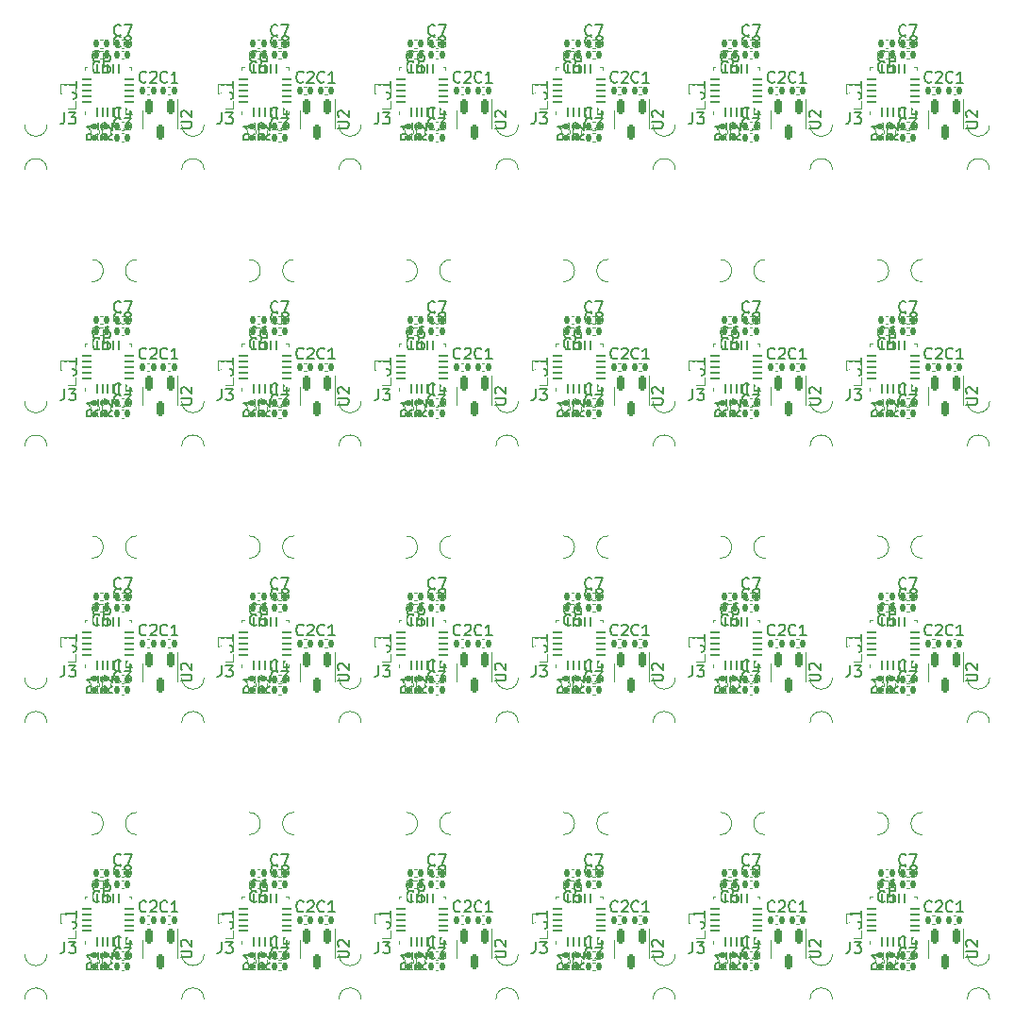
<source format=gbr>
%TF.GenerationSoftware,KiCad,Pcbnew,7.0.8*%
%TF.CreationDate,2024-02-11T12:05:53+00:00*%
%TF.ProjectId,QMK_controller_test,514d4b5f-636f-46e7-9472-6f6c6c65725f,rev?*%
%TF.SameCoordinates,Original*%
%TF.FileFunction,Legend,Top*%
%TF.FilePolarity,Positive*%
%FSLAX46Y46*%
G04 Gerber Fmt 4.6, Leading zero omitted, Abs format (unit mm)*
G04 Created by KiCad (PCBNEW 7.0.8) date 2024-02-11 12:05:53*
%MOMM*%
%LPD*%
G01*
G04 APERTURE LIST*
G04 Aperture macros list*
%AMRoundRect*
0 Rectangle with rounded corners*
0 $1 Rounding radius*
0 $2 $3 $4 $5 $6 $7 $8 $9 X,Y pos of 4 corners*
0 Add a 4 corners polygon primitive as box body*
4,1,4,$2,$3,$4,$5,$6,$7,$8,$9,$2,$3,0*
0 Add four circle primitives for the rounded corners*
1,1,$1+$1,$2,$3*
1,1,$1+$1,$4,$5*
1,1,$1+$1,$6,$7*
1,1,$1+$1,$8,$9*
0 Add four rect primitives between the rounded corners*
20,1,$1+$1,$2,$3,$4,$5,0*
20,1,$1+$1,$4,$5,$6,$7,0*
20,1,$1+$1,$6,$7,$8,$9,0*
20,1,$1+$1,$8,$9,$2,$3,0*%
%AMFreePoly0*
4,1,14,0.230680,0.111820,0.364320,-0.021821,0.377500,-0.053642,0.377500,-0.080000,0.364320,-0.111820,0.332500,-0.125000,-0.332500,-0.125000,-0.364320,-0.111820,-0.377500,-0.080000,-0.377500,0.080000,-0.364320,0.111820,-0.332500,0.125000,0.198860,0.125000,0.230680,0.111820,0.230680,0.111820,$1*%
%AMFreePoly1*
4,1,14,0.364320,0.111820,0.377500,0.080000,0.377501,0.053640,0.364318,0.021819,0.230680,-0.111820,0.198860,-0.125000,-0.332500,-0.125000,-0.364320,-0.111820,-0.377500,-0.080000,-0.377500,0.080000,-0.364320,0.111820,-0.332500,0.125000,0.332500,0.125000,0.364320,0.111820,0.364320,0.111820,$1*%
%AMFreePoly2*
4,1,15,0.053642,0.377500,0.080000,0.377500,0.111820,0.364320,0.125000,0.332500,0.125000,-0.332500,0.111820,-0.364320,0.080000,-0.377500,-0.080000,-0.377500,-0.111820,-0.364320,-0.125000,-0.332500,-0.125000,0.198860,-0.111820,0.230680,0.021820,0.364320,0.053640,0.377501,0.053642,0.377500,0.053642,0.377500,$1*%
%AMFreePoly3*
4,1,14,-0.021820,0.364320,0.111820,0.230679,0.125001,0.198860,0.125000,-0.332500,0.111820,-0.364320,0.080000,-0.377500,-0.080000,-0.377500,-0.111820,-0.364320,-0.125000,-0.332500,-0.125000,0.332500,-0.111820,0.364320,-0.080000,0.377500,-0.053640,0.377500,-0.021820,0.364320,-0.021820,0.364320,$1*%
%AMFreePoly4*
4,1,14,0.364320,0.111820,0.377500,0.080000,0.377500,-0.080000,0.364320,-0.111820,0.332500,-0.125000,-0.198860,-0.125001,-0.230680,-0.111818,-0.364320,0.021820,-0.377500,0.053640,-0.377500,0.080000,-0.364320,0.111820,-0.332500,0.125000,0.332500,0.125000,0.364320,0.111820,0.364320,0.111820,$1*%
%AMFreePoly5*
4,1,15,-0.198858,0.125000,0.332500,0.125000,0.364320,0.111820,0.377500,0.080000,0.377500,-0.080000,0.364320,-0.111820,0.332500,-0.125000,-0.332500,-0.125000,-0.364320,-0.111820,-0.377500,-0.080000,-0.377500,-0.053640,-0.364320,-0.021820,-0.230680,0.111820,-0.198860,0.125001,-0.198858,0.125000,-0.198858,0.125000,$1*%
%AMFreePoly6*
4,1,14,0.111820,0.364320,0.125000,0.332500,0.125001,-0.198860,0.111818,-0.230680,-0.021820,-0.364320,-0.053640,-0.377500,-0.080000,-0.377500,-0.111820,-0.364320,-0.125000,-0.332500,-0.125000,0.332500,-0.111820,0.364320,-0.080000,0.377500,0.080000,0.377500,0.111820,0.364320,0.111820,0.364320,$1*%
%AMFreePoly7*
4,1,14,0.111820,0.364320,0.125000,0.332500,0.125000,-0.332500,0.111820,-0.364320,0.080000,-0.377500,0.053640,-0.377501,0.021819,-0.364318,-0.111820,-0.230680,-0.125000,-0.198860,-0.125000,0.332500,-0.111820,0.364320,-0.080000,0.377500,0.080000,0.377500,0.111820,0.364320,0.111820,0.364320,$1*%
G04 Aperture macros list end*
%ADD10C,0.150000*%
%ADD11C,0.120000*%
%ADD12C,0.100000*%
%ADD13RoundRect,0.140000X-0.140000X-0.170000X0.140000X-0.170000X0.140000X0.170000X-0.140000X0.170000X0*%
%ADD14RoundRect,0.150000X-0.150000X0.512500X-0.150000X-0.512500X0.150000X-0.512500X0.150000X0.512500X0*%
%ADD15R,0.850000X0.850000*%
%ADD16O,0.850000X0.850000*%
%ADD17RoundRect,0.140000X0.140000X0.170000X-0.140000X0.170000X-0.140000X-0.170000X0.140000X-0.170000X0*%
%ADD18RoundRect,0.135000X-0.185000X0.135000X-0.185000X-0.135000X0.185000X-0.135000X0.185000X0.135000X0*%
%ADD19FreePoly0,90.000000*%
%ADD20RoundRect,0.062500X0.062500X-0.375000X0.062500X0.375000X-0.062500X0.375000X-0.062500X-0.375000X0*%
%ADD21FreePoly1,90.000000*%
%ADD22FreePoly2,90.000000*%
%ADD23RoundRect,0.062500X0.375000X-0.062500X0.375000X0.062500X-0.375000X0.062500X-0.375000X-0.062500X0*%
%ADD24FreePoly3,90.000000*%
%ADD25FreePoly4,90.000000*%
%ADD26FreePoly5,90.000000*%
%ADD27FreePoly6,90.000000*%
%ADD28FreePoly7,90.000000*%
%ADD29R,1.900000X8.000000*%
%ADD30R,2.000000X7.500000*%
%ADD31C,0.500000*%
%ADD32RoundRect,0.135000X0.185000X-0.135000X0.185000X0.135000X-0.185000X0.135000X-0.185000X-0.135000X0*%
G04 APERTURE END LIST*
D10*
X156403333Y-111094580D02*
X156355714Y-111142200D01*
X156355714Y-111142200D02*
X156212857Y-111189819D01*
X156212857Y-111189819D02*
X156117619Y-111189819D01*
X156117619Y-111189819D02*
X155974762Y-111142200D01*
X155974762Y-111142200D02*
X155879524Y-111046961D01*
X155879524Y-111046961D02*
X155831905Y-110951723D01*
X155831905Y-110951723D02*
X155784286Y-110761247D01*
X155784286Y-110761247D02*
X155784286Y-110618390D01*
X155784286Y-110618390D02*
X155831905Y-110427914D01*
X155831905Y-110427914D02*
X155879524Y-110332676D01*
X155879524Y-110332676D02*
X155974762Y-110237438D01*
X155974762Y-110237438D02*
X156117619Y-110189819D01*
X156117619Y-110189819D02*
X156212857Y-110189819D01*
X156212857Y-110189819D02*
X156355714Y-110237438D01*
X156355714Y-110237438D02*
X156403333Y-110285057D01*
X156736667Y-110189819D02*
X157403333Y-110189819D01*
X157403333Y-110189819D02*
X156974762Y-111189819D01*
X119504819Y-144256904D02*
X120314342Y-144256904D01*
X120314342Y-144256904D02*
X120409580Y-144209285D01*
X120409580Y-144209285D02*
X120457200Y-144161666D01*
X120457200Y-144161666D02*
X120504819Y-144066428D01*
X120504819Y-144066428D02*
X120504819Y-143875952D01*
X120504819Y-143875952D02*
X120457200Y-143780714D01*
X120457200Y-143780714D02*
X120409580Y-143733095D01*
X120409580Y-143733095D02*
X120314342Y-143685476D01*
X120314342Y-143685476D02*
X119504819Y-143685476D01*
X119600057Y-143256904D02*
X119552438Y-143209285D01*
X119552438Y-143209285D02*
X119504819Y-143114047D01*
X119504819Y-143114047D02*
X119504819Y-142875952D01*
X119504819Y-142875952D02*
X119552438Y-142780714D01*
X119552438Y-142780714D02*
X119600057Y-142733095D01*
X119600057Y-142733095D02*
X119695295Y-142685476D01*
X119695295Y-142685476D02*
X119790533Y-142685476D01*
X119790533Y-142685476D02*
X119933390Y-142733095D01*
X119933390Y-142733095D02*
X120504819Y-143304523D01*
X120504819Y-143304523D02*
X120504819Y-142685476D01*
X109066666Y-68472319D02*
X109066666Y-69186604D01*
X109066666Y-69186604D02*
X109019047Y-69329461D01*
X109019047Y-69329461D02*
X108923809Y-69424700D01*
X108923809Y-69424700D02*
X108780952Y-69472319D01*
X108780952Y-69472319D02*
X108685714Y-69472319D01*
X109447619Y-68472319D02*
X110066666Y-68472319D01*
X110066666Y-68472319D02*
X109733333Y-68853271D01*
X109733333Y-68853271D02*
X109876190Y-68853271D01*
X109876190Y-68853271D02*
X109971428Y-68900890D01*
X109971428Y-68900890D02*
X110019047Y-68948509D01*
X110019047Y-68948509D02*
X110066666Y-69043747D01*
X110066666Y-69043747D02*
X110066666Y-69281842D01*
X110066666Y-69281842D02*
X110019047Y-69377080D01*
X110019047Y-69377080D02*
X109971428Y-69424700D01*
X109971428Y-69424700D02*
X109876190Y-69472319D01*
X109876190Y-69472319D02*
X109590476Y-69472319D01*
X109590476Y-69472319D02*
X109495238Y-69424700D01*
X109495238Y-69424700D02*
X109447619Y-69377080D01*
X126303333Y-139214580D02*
X126255714Y-139262200D01*
X126255714Y-139262200D02*
X126112857Y-139309819D01*
X126112857Y-139309819D02*
X126017619Y-139309819D01*
X126017619Y-139309819D02*
X125874762Y-139262200D01*
X125874762Y-139262200D02*
X125779524Y-139166961D01*
X125779524Y-139166961D02*
X125731905Y-139071723D01*
X125731905Y-139071723D02*
X125684286Y-138881247D01*
X125684286Y-138881247D02*
X125684286Y-138738390D01*
X125684286Y-138738390D02*
X125731905Y-138547914D01*
X125731905Y-138547914D02*
X125779524Y-138452676D01*
X125779524Y-138452676D02*
X125874762Y-138357438D01*
X125874762Y-138357438D02*
X126017619Y-138309819D01*
X126017619Y-138309819D02*
X126112857Y-138309819D01*
X126112857Y-138309819D02*
X126255714Y-138357438D01*
X126255714Y-138357438D02*
X126303333Y-138405057D01*
X127208095Y-138309819D02*
X126731905Y-138309819D01*
X126731905Y-138309819D02*
X126684286Y-138786009D01*
X126684286Y-138786009D02*
X126731905Y-138738390D01*
X126731905Y-138738390D02*
X126827143Y-138690771D01*
X126827143Y-138690771D02*
X127065238Y-138690771D01*
X127065238Y-138690771D02*
X127160476Y-138738390D01*
X127160476Y-138738390D02*
X127208095Y-138786009D01*
X127208095Y-138786009D02*
X127255714Y-138881247D01*
X127255714Y-138881247D02*
X127255714Y-139119342D01*
X127255714Y-139119342D02*
X127208095Y-139214580D01*
X127208095Y-139214580D02*
X127160476Y-139262200D01*
X127160476Y-139262200D02*
X127065238Y-139309819D01*
X127065238Y-139309819D02*
X126827143Y-139309819D01*
X126827143Y-139309819D02*
X126731905Y-139262200D01*
X126731905Y-139262200D02*
X126684286Y-139214580D01*
X91304819Y-119456904D02*
X92114342Y-119456904D01*
X92114342Y-119456904D02*
X92209580Y-119409285D01*
X92209580Y-119409285D02*
X92257200Y-119361666D01*
X92257200Y-119361666D02*
X92304819Y-119266428D01*
X92304819Y-119266428D02*
X92304819Y-119075952D01*
X92304819Y-119075952D02*
X92257200Y-118980714D01*
X92257200Y-118980714D02*
X92209580Y-118933095D01*
X92209580Y-118933095D02*
X92114342Y-118885476D01*
X92114342Y-118885476D02*
X91304819Y-118885476D01*
X91400057Y-118456904D02*
X91352438Y-118409285D01*
X91352438Y-118409285D02*
X91304819Y-118314047D01*
X91304819Y-118314047D02*
X91304819Y-118075952D01*
X91304819Y-118075952D02*
X91352438Y-117980714D01*
X91352438Y-117980714D02*
X91400057Y-117933095D01*
X91400057Y-117933095D02*
X91495295Y-117885476D01*
X91495295Y-117885476D02*
X91590533Y-117885476D01*
X91590533Y-117885476D02*
X91733390Y-117933095D01*
X91733390Y-117933095D02*
X92304819Y-118504523D01*
X92304819Y-118504523D02*
X92304819Y-117885476D01*
X156403333Y-62494580D02*
X156355714Y-62542200D01*
X156355714Y-62542200D02*
X156212857Y-62589819D01*
X156212857Y-62589819D02*
X156117619Y-62589819D01*
X156117619Y-62589819D02*
X155974762Y-62542200D01*
X155974762Y-62542200D02*
X155879524Y-62446961D01*
X155879524Y-62446961D02*
X155831905Y-62351723D01*
X155831905Y-62351723D02*
X155784286Y-62161247D01*
X155784286Y-62161247D02*
X155784286Y-62018390D01*
X155784286Y-62018390D02*
X155831905Y-61827914D01*
X155831905Y-61827914D02*
X155879524Y-61732676D01*
X155879524Y-61732676D02*
X155974762Y-61637438D01*
X155974762Y-61637438D02*
X156117619Y-61589819D01*
X156117619Y-61589819D02*
X156212857Y-61589819D01*
X156212857Y-61589819D02*
X156355714Y-61637438D01*
X156355714Y-61637438D02*
X156403333Y-61685057D01*
X156974762Y-62018390D02*
X156879524Y-61970771D01*
X156879524Y-61970771D02*
X156831905Y-61923152D01*
X156831905Y-61923152D02*
X156784286Y-61827914D01*
X156784286Y-61827914D02*
X156784286Y-61780295D01*
X156784286Y-61780295D02*
X156831905Y-61685057D01*
X156831905Y-61685057D02*
X156879524Y-61637438D01*
X156879524Y-61637438D02*
X156974762Y-61589819D01*
X156974762Y-61589819D02*
X157165238Y-61589819D01*
X157165238Y-61589819D02*
X157260476Y-61637438D01*
X157260476Y-61637438D02*
X157308095Y-61685057D01*
X157308095Y-61685057D02*
X157355714Y-61780295D01*
X157355714Y-61780295D02*
X157355714Y-61827914D01*
X157355714Y-61827914D02*
X157308095Y-61923152D01*
X157308095Y-61923152D02*
X157260476Y-61970771D01*
X157260476Y-61970771D02*
X157165238Y-62018390D01*
X157165238Y-62018390D02*
X156974762Y-62018390D01*
X156974762Y-62018390D02*
X156879524Y-62066009D01*
X156879524Y-62066009D02*
X156831905Y-62113628D01*
X156831905Y-62113628D02*
X156784286Y-62208866D01*
X156784286Y-62208866D02*
X156784286Y-62399342D01*
X156784286Y-62399342D02*
X156831905Y-62494580D01*
X156831905Y-62494580D02*
X156879524Y-62542200D01*
X156879524Y-62542200D02*
X156974762Y-62589819D01*
X156974762Y-62589819D02*
X157165238Y-62589819D01*
X157165238Y-62589819D02*
X157260476Y-62542200D01*
X157260476Y-62542200D02*
X157308095Y-62494580D01*
X157308095Y-62494580D02*
X157355714Y-62399342D01*
X157355714Y-62399342D02*
X157355714Y-62208866D01*
X157355714Y-62208866D02*
X157308095Y-62113628D01*
X157308095Y-62113628D02*
X157260476Y-62066009D01*
X157260476Y-62066009D02*
X157165238Y-62018390D01*
X91304819Y-144256904D02*
X92114342Y-144256904D01*
X92114342Y-144256904D02*
X92209580Y-144209285D01*
X92209580Y-144209285D02*
X92257200Y-144161666D01*
X92257200Y-144161666D02*
X92304819Y-144066428D01*
X92304819Y-144066428D02*
X92304819Y-143875952D01*
X92304819Y-143875952D02*
X92257200Y-143780714D01*
X92257200Y-143780714D02*
X92209580Y-143733095D01*
X92209580Y-143733095D02*
X92114342Y-143685476D01*
X92114342Y-143685476D02*
X91304819Y-143685476D01*
X91400057Y-143256904D02*
X91352438Y-143209285D01*
X91352438Y-143209285D02*
X91304819Y-143114047D01*
X91304819Y-143114047D02*
X91304819Y-142875952D01*
X91304819Y-142875952D02*
X91352438Y-142780714D01*
X91352438Y-142780714D02*
X91400057Y-142733095D01*
X91400057Y-142733095D02*
X91495295Y-142685476D01*
X91495295Y-142685476D02*
X91590533Y-142685476D01*
X91590533Y-142685476D02*
X91733390Y-142733095D01*
X91733390Y-142733095D02*
X92304819Y-143304523D01*
X92304819Y-143304523D02*
X92304819Y-142685476D01*
X100003333Y-69894580D02*
X99955714Y-69942200D01*
X99955714Y-69942200D02*
X99812857Y-69989819D01*
X99812857Y-69989819D02*
X99717619Y-69989819D01*
X99717619Y-69989819D02*
X99574762Y-69942200D01*
X99574762Y-69942200D02*
X99479524Y-69846961D01*
X99479524Y-69846961D02*
X99431905Y-69751723D01*
X99431905Y-69751723D02*
X99384286Y-69561247D01*
X99384286Y-69561247D02*
X99384286Y-69418390D01*
X99384286Y-69418390D02*
X99431905Y-69227914D01*
X99431905Y-69227914D02*
X99479524Y-69132676D01*
X99479524Y-69132676D02*
X99574762Y-69037438D01*
X99574762Y-69037438D02*
X99717619Y-68989819D01*
X99717619Y-68989819D02*
X99812857Y-68989819D01*
X99812857Y-68989819D02*
X99955714Y-69037438D01*
X99955714Y-69037438D02*
X100003333Y-69085057D01*
X100336667Y-68989819D02*
X100955714Y-68989819D01*
X100955714Y-68989819D02*
X100622381Y-69370771D01*
X100622381Y-69370771D02*
X100765238Y-69370771D01*
X100765238Y-69370771D02*
X100860476Y-69418390D01*
X100860476Y-69418390D02*
X100908095Y-69466009D01*
X100908095Y-69466009D02*
X100955714Y-69561247D01*
X100955714Y-69561247D02*
X100955714Y-69799342D01*
X100955714Y-69799342D02*
X100908095Y-69894580D01*
X100908095Y-69894580D02*
X100860476Y-69942200D01*
X100860476Y-69942200D02*
X100765238Y-69989819D01*
X100765238Y-69989819D02*
X100479524Y-69989819D01*
X100479524Y-69989819D02*
X100384286Y-69942200D01*
X100384286Y-69942200D02*
X100336667Y-69894580D01*
X133604819Y-94656904D02*
X134414342Y-94656904D01*
X134414342Y-94656904D02*
X134509580Y-94609285D01*
X134509580Y-94609285D02*
X134557200Y-94561666D01*
X134557200Y-94561666D02*
X134604819Y-94466428D01*
X134604819Y-94466428D02*
X134604819Y-94275952D01*
X134604819Y-94275952D02*
X134557200Y-94180714D01*
X134557200Y-94180714D02*
X134509580Y-94133095D01*
X134509580Y-94133095D02*
X134414342Y-94085476D01*
X134414342Y-94085476D02*
X133604819Y-94085476D01*
X133700057Y-93656904D02*
X133652438Y-93609285D01*
X133652438Y-93609285D02*
X133604819Y-93514047D01*
X133604819Y-93514047D02*
X133604819Y-93275952D01*
X133604819Y-93275952D02*
X133652438Y-93180714D01*
X133652438Y-93180714D02*
X133700057Y-93133095D01*
X133700057Y-93133095D02*
X133795295Y-93085476D01*
X133795295Y-93085476D02*
X133890533Y-93085476D01*
X133890533Y-93085476D02*
X134033390Y-93133095D01*
X134033390Y-93133095D02*
X134604819Y-93704523D01*
X134604819Y-93704523D02*
X134604819Y-93085476D01*
X133604819Y-119456904D02*
X134414342Y-119456904D01*
X134414342Y-119456904D02*
X134509580Y-119409285D01*
X134509580Y-119409285D02*
X134557200Y-119361666D01*
X134557200Y-119361666D02*
X134604819Y-119266428D01*
X134604819Y-119266428D02*
X134604819Y-119075952D01*
X134604819Y-119075952D02*
X134557200Y-118980714D01*
X134557200Y-118980714D02*
X134509580Y-118933095D01*
X134509580Y-118933095D02*
X134414342Y-118885476D01*
X134414342Y-118885476D02*
X133604819Y-118885476D01*
X133700057Y-118456904D02*
X133652438Y-118409285D01*
X133652438Y-118409285D02*
X133604819Y-118314047D01*
X133604819Y-118314047D02*
X133604819Y-118075952D01*
X133604819Y-118075952D02*
X133652438Y-117980714D01*
X133652438Y-117980714D02*
X133700057Y-117933095D01*
X133700057Y-117933095D02*
X133795295Y-117885476D01*
X133795295Y-117885476D02*
X133890533Y-117885476D01*
X133890533Y-117885476D02*
X134033390Y-117933095D01*
X134033390Y-117933095D02*
X134604819Y-118504523D01*
X134604819Y-118504523D02*
X134604819Y-117885476D01*
X126303333Y-113414580D02*
X126255714Y-113462200D01*
X126255714Y-113462200D02*
X126112857Y-113509819D01*
X126112857Y-113509819D02*
X126017619Y-113509819D01*
X126017619Y-113509819D02*
X125874762Y-113462200D01*
X125874762Y-113462200D02*
X125779524Y-113366961D01*
X125779524Y-113366961D02*
X125731905Y-113271723D01*
X125731905Y-113271723D02*
X125684286Y-113081247D01*
X125684286Y-113081247D02*
X125684286Y-112938390D01*
X125684286Y-112938390D02*
X125731905Y-112747914D01*
X125731905Y-112747914D02*
X125779524Y-112652676D01*
X125779524Y-112652676D02*
X125874762Y-112557438D01*
X125874762Y-112557438D02*
X126017619Y-112509819D01*
X126017619Y-112509819D02*
X126112857Y-112509819D01*
X126112857Y-112509819D02*
X126255714Y-112557438D01*
X126255714Y-112557438D02*
X126303333Y-112605057D01*
X127160476Y-112509819D02*
X126970000Y-112509819D01*
X126970000Y-112509819D02*
X126874762Y-112557438D01*
X126874762Y-112557438D02*
X126827143Y-112605057D01*
X126827143Y-112605057D02*
X126731905Y-112747914D01*
X126731905Y-112747914D02*
X126684286Y-112938390D01*
X126684286Y-112938390D02*
X126684286Y-113319342D01*
X126684286Y-113319342D02*
X126731905Y-113414580D01*
X126731905Y-113414580D02*
X126779524Y-113462200D01*
X126779524Y-113462200D02*
X126874762Y-113509819D01*
X126874762Y-113509819D02*
X127065238Y-113509819D01*
X127065238Y-113509819D02*
X127160476Y-113462200D01*
X127160476Y-113462200D02*
X127208095Y-113414580D01*
X127208095Y-113414580D02*
X127255714Y-113319342D01*
X127255714Y-113319342D02*
X127255714Y-113081247D01*
X127255714Y-113081247D02*
X127208095Y-112986009D01*
X127208095Y-112986009D02*
X127160476Y-112938390D01*
X127160476Y-112938390D02*
X127065238Y-112890771D01*
X127065238Y-112890771D02*
X126874762Y-112890771D01*
X126874762Y-112890771D02*
X126779524Y-112938390D01*
X126779524Y-112938390D02*
X126731905Y-112986009D01*
X126731905Y-112986009D02*
X126684286Y-113081247D01*
X85174819Y-119964166D02*
X84698628Y-120297499D01*
X85174819Y-120535594D02*
X84174819Y-120535594D01*
X84174819Y-120535594D02*
X84174819Y-120154642D01*
X84174819Y-120154642D02*
X84222438Y-120059404D01*
X84222438Y-120059404D02*
X84270057Y-120011785D01*
X84270057Y-120011785D02*
X84365295Y-119964166D01*
X84365295Y-119964166D02*
X84508152Y-119964166D01*
X84508152Y-119964166D02*
X84603390Y-120011785D01*
X84603390Y-120011785D02*
X84651009Y-120059404D01*
X84651009Y-120059404D02*
X84698628Y-120154642D01*
X84698628Y-120154642D02*
X84698628Y-120535594D01*
X84270057Y-119583213D02*
X84222438Y-119535594D01*
X84222438Y-119535594D02*
X84174819Y-119440356D01*
X84174819Y-119440356D02*
X84174819Y-119202261D01*
X84174819Y-119202261D02*
X84222438Y-119107023D01*
X84222438Y-119107023D02*
X84270057Y-119059404D01*
X84270057Y-119059404D02*
X84365295Y-119011785D01*
X84365295Y-119011785D02*
X84460533Y-119011785D01*
X84460533Y-119011785D02*
X84603390Y-119059404D01*
X84603390Y-119059404D02*
X85174819Y-119630832D01*
X85174819Y-119630832D02*
X85174819Y-119011785D01*
X95004819Y-116856904D02*
X95814342Y-116856904D01*
X95814342Y-116856904D02*
X95909580Y-116809285D01*
X95909580Y-116809285D02*
X95957200Y-116761666D01*
X95957200Y-116761666D02*
X96004819Y-116666428D01*
X96004819Y-116666428D02*
X96004819Y-116475952D01*
X96004819Y-116475952D02*
X95957200Y-116380714D01*
X95957200Y-116380714D02*
X95909580Y-116333095D01*
X95909580Y-116333095D02*
X95814342Y-116285476D01*
X95814342Y-116285476D02*
X95004819Y-116285476D01*
X96004819Y-115285476D02*
X96004819Y-115856904D01*
X96004819Y-115571190D02*
X95004819Y-115571190D01*
X95004819Y-115571190D02*
X95147676Y-115666428D01*
X95147676Y-115666428D02*
X95242914Y-115761666D01*
X95242914Y-115761666D02*
X95290533Y-115856904D01*
X144603333Y-65694580D02*
X144555714Y-65742200D01*
X144555714Y-65742200D02*
X144412857Y-65789819D01*
X144412857Y-65789819D02*
X144317619Y-65789819D01*
X144317619Y-65789819D02*
X144174762Y-65742200D01*
X144174762Y-65742200D02*
X144079524Y-65646961D01*
X144079524Y-65646961D02*
X144031905Y-65551723D01*
X144031905Y-65551723D02*
X143984286Y-65361247D01*
X143984286Y-65361247D02*
X143984286Y-65218390D01*
X143984286Y-65218390D02*
X144031905Y-65027914D01*
X144031905Y-65027914D02*
X144079524Y-64932676D01*
X144079524Y-64932676D02*
X144174762Y-64837438D01*
X144174762Y-64837438D02*
X144317619Y-64789819D01*
X144317619Y-64789819D02*
X144412857Y-64789819D01*
X144412857Y-64789819D02*
X144555714Y-64837438D01*
X144555714Y-64837438D02*
X144603333Y-64885057D01*
X144984286Y-64885057D02*
X145031905Y-64837438D01*
X145031905Y-64837438D02*
X145127143Y-64789819D01*
X145127143Y-64789819D02*
X145365238Y-64789819D01*
X145365238Y-64789819D02*
X145460476Y-64837438D01*
X145460476Y-64837438D02*
X145508095Y-64885057D01*
X145508095Y-64885057D02*
X145555714Y-64980295D01*
X145555714Y-64980295D02*
X145555714Y-65075533D01*
X145555714Y-65075533D02*
X145508095Y-65218390D01*
X145508095Y-65218390D02*
X144936667Y-65789819D01*
X144936667Y-65789819D02*
X145555714Y-65789819D01*
X114103333Y-135894580D02*
X114055714Y-135942200D01*
X114055714Y-135942200D02*
X113912857Y-135989819D01*
X113912857Y-135989819D02*
X113817619Y-135989819D01*
X113817619Y-135989819D02*
X113674762Y-135942200D01*
X113674762Y-135942200D02*
X113579524Y-135846961D01*
X113579524Y-135846961D02*
X113531905Y-135751723D01*
X113531905Y-135751723D02*
X113484286Y-135561247D01*
X113484286Y-135561247D02*
X113484286Y-135418390D01*
X113484286Y-135418390D02*
X113531905Y-135227914D01*
X113531905Y-135227914D02*
X113579524Y-135132676D01*
X113579524Y-135132676D02*
X113674762Y-135037438D01*
X113674762Y-135037438D02*
X113817619Y-134989819D01*
X113817619Y-134989819D02*
X113912857Y-134989819D01*
X113912857Y-134989819D02*
X114055714Y-135037438D01*
X114055714Y-135037438D02*
X114103333Y-135085057D01*
X114436667Y-134989819D02*
X115103333Y-134989819D01*
X115103333Y-134989819D02*
X114674762Y-135989819D01*
X160583333Y-65694580D02*
X160535714Y-65742200D01*
X160535714Y-65742200D02*
X160392857Y-65789819D01*
X160392857Y-65789819D02*
X160297619Y-65789819D01*
X160297619Y-65789819D02*
X160154762Y-65742200D01*
X160154762Y-65742200D02*
X160059524Y-65646961D01*
X160059524Y-65646961D02*
X160011905Y-65551723D01*
X160011905Y-65551723D02*
X159964286Y-65361247D01*
X159964286Y-65361247D02*
X159964286Y-65218390D01*
X159964286Y-65218390D02*
X160011905Y-65027914D01*
X160011905Y-65027914D02*
X160059524Y-64932676D01*
X160059524Y-64932676D02*
X160154762Y-64837438D01*
X160154762Y-64837438D02*
X160297619Y-64789819D01*
X160297619Y-64789819D02*
X160392857Y-64789819D01*
X160392857Y-64789819D02*
X160535714Y-64837438D01*
X160535714Y-64837438D02*
X160583333Y-64885057D01*
X161535714Y-65789819D02*
X160964286Y-65789819D01*
X161250000Y-65789819D02*
X161250000Y-64789819D01*
X161250000Y-64789819D02*
X161154762Y-64932676D01*
X161154762Y-64932676D02*
X161059524Y-65027914D01*
X161059524Y-65027914D02*
X160964286Y-65075533D01*
X156403333Y-135894580D02*
X156355714Y-135942200D01*
X156355714Y-135942200D02*
X156212857Y-135989819D01*
X156212857Y-135989819D02*
X156117619Y-135989819D01*
X156117619Y-135989819D02*
X155974762Y-135942200D01*
X155974762Y-135942200D02*
X155879524Y-135846961D01*
X155879524Y-135846961D02*
X155831905Y-135751723D01*
X155831905Y-135751723D02*
X155784286Y-135561247D01*
X155784286Y-135561247D02*
X155784286Y-135418390D01*
X155784286Y-135418390D02*
X155831905Y-135227914D01*
X155831905Y-135227914D02*
X155879524Y-135132676D01*
X155879524Y-135132676D02*
X155974762Y-135037438D01*
X155974762Y-135037438D02*
X156117619Y-134989819D01*
X156117619Y-134989819D02*
X156212857Y-134989819D01*
X156212857Y-134989819D02*
X156355714Y-135037438D01*
X156355714Y-135037438D02*
X156403333Y-135085057D01*
X156736667Y-134989819D02*
X157403333Y-134989819D01*
X157403333Y-134989819D02*
X156974762Y-135989819D01*
X84003333Y-88614580D02*
X83955714Y-88662200D01*
X83955714Y-88662200D02*
X83812857Y-88709819D01*
X83812857Y-88709819D02*
X83717619Y-88709819D01*
X83717619Y-88709819D02*
X83574762Y-88662200D01*
X83574762Y-88662200D02*
X83479524Y-88566961D01*
X83479524Y-88566961D02*
X83431905Y-88471723D01*
X83431905Y-88471723D02*
X83384286Y-88281247D01*
X83384286Y-88281247D02*
X83384286Y-88138390D01*
X83384286Y-88138390D02*
X83431905Y-87947914D01*
X83431905Y-87947914D02*
X83479524Y-87852676D01*
X83479524Y-87852676D02*
X83574762Y-87757438D01*
X83574762Y-87757438D02*
X83717619Y-87709819D01*
X83717619Y-87709819D02*
X83812857Y-87709819D01*
X83812857Y-87709819D02*
X83955714Y-87757438D01*
X83955714Y-87757438D02*
X84003333Y-87805057D01*
X84860476Y-87709819D02*
X84670000Y-87709819D01*
X84670000Y-87709819D02*
X84574762Y-87757438D01*
X84574762Y-87757438D02*
X84527143Y-87805057D01*
X84527143Y-87805057D02*
X84431905Y-87947914D01*
X84431905Y-87947914D02*
X84384286Y-88138390D01*
X84384286Y-88138390D02*
X84384286Y-88519342D01*
X84384286Y-88519342D02*
X84431905Y-88614580D01*
X84431905Y-88614580D02*
X84479524Y-88662200D01*
X84479524Y-88662200D02*
X84574762Y-88709819D01*
X84574762Y-88709819D02*
X84765238Y-88709819D01*
X84765238Y-88709819D02*
X84860476Y-88662200D01*
X84860476Y-88662200D02*
X84908095Y-88614580D01*
X84908095Y-88614580D02*
X84955714Y-88519342D01*
X84955714Y-88519342D02*
X84955714Y-88281247D01*
X84955714Y-88281247D02*
X84908095Y-88186009D01*
X84908095Y-88186009D02*
X84860476Y-88138390D01*
X84860476Y-88138390D02*
X84765238Y-88090771D01*
X84765238Y-88090771D02*
X84574762Y-88090771D01*
X84574762Y-88090771D02*
X84479524Y-88138390D01*
X84479524Y-88138390D02*
X84431905Y-88186009D01*
X84431905Y-88186009D02*
X84384286Y-88281247D01*
X98103333Y-114414580D02*
X98055714Y-114462200D01*
X98055714Y-114462200D02*
X97912857Y-114509819D01*
X97912857Y-114509819D02*
X97817619Y-114509819D01*
X97817619Y-114509819D02*
X97674762Y-114462200D01*
X97674762Y-114462200D02*
X97579524Y-114366961D01*
X97579524Y-114366961D02*
X97531905Y-114271723D01*
X97531905Y-114271723D02*
X97484286Y-114081247D01*
X97484286Y-114081247D02*
X97484286Y-113938390D01*
X97484286Y-113938390D02*
X97531905Y-113747914D01*
X97531905Y-113747914D02*
X97579524Y-113652676D01*
X97579524Y-113652676D02*
X97674762Y-113557438D01*
X97674762Y-113557438D02*
X97817619Y-113509819D01*
X97817619Y-113509819D02*
X97912857Y-113509819D01*
X97912857Y-113509819D02*
X98055714Y-113557438D01*
X98055714Y-113557438D02*
X98103333Y-113605057D01*
X99008095Y-113509819D02*
X98531905Y-113509819D01*
X98531905Y-113509819D02*
X98484286Y-113986009D01*
X98484286Y-113986009D02*
X98531905Y-113938390D01*
X98531905Y-113938390D02*
X98627143Y-113890771D01*
X98627143Y-113890771D02*
X98865238Y-113890771D01*
X98865238Y-113890771D02*
X98960476Y-113938390D01*
X98960476Y-113938390D02*
X99008095Y-113986009D01*
X99008095Y-113986009D02*
X99055714Y-114081247D01*
X99055714Y-114081247D02*
X99055714Y-114319342D01*
X99055714Y-114319342D02*
X99008095Y-114414580D01*
X99008095Y-114414580D02*
X98960476Y-114462200D01*
X98960476Y-114462200D02*
X98865238Y-114509819D01*
X98865238Y-114509819D02*
X98627143Y-114509819D01*
X98627143Y-114509819D02*
X98531905Y-114462200D01*
X98531905Y-114462200D02*
X98484286Y-114414580D01*
X85903333Y-87294580D02*
X85855714Y-87342200D01*
X85855714Y-87342200D02*
X85712857Y-87389819D01*
X85712857Y-87389819D02*
X85617619Y-87389819D01*
X85617619Y-87389819D02*
X85474762Y-87342200D01*
X85474762Y-87342200D02*
X85379524Y-87246961D01*
X85379524Y-87246961D02*
X85331905Y-87151723D01*
X85331905Y-87151723D02*
X85284286Y-86961247D01*
X85284286Y-86961247D02*
X85284286Y-86818390D01*
X85284286Y-86818390D02*
X85331905Y-86627914D01*
X85331905Y-86627914D02*
X85379524Y-86532676D01*
X85379524Y-86532676D02*
X85474762Y-86437438D01*
X85474762Y-86437438D02*
X85617619Y-86389819D01*
X85617619Y-86389819D02*
X85712857Y-86389819D01*
X85712857Y-86389819D02*
X85855714Y-86437438D01*
X85855714Y-86437438D02*
X85903333Y-86485057D01*
X86474762Y-86818390D02*
X86379524Y-86770771D01*
X86379524Y-86770771D02*
X86331905Y-86723152D01*
X86331905Y-86723152D02*
X86284286Y-86627914D01*
X86284286Y-86627914D02*
X86284286Y-86580295D01*
X86284286Y-86580295D02*
X86331905Y-86485057D01*
X86331905Y-86485057D02*
X86379524Y-86437438D01*
X86379524Y-86437438D02*
X86474762Y-86389819D01*
X86474762Y-86389819D02*
X86665238Y-86389819D01*
X86665238Y-86389819D02*
X86760476Y-86437438D01*
X86760476Y-86437438D02*
X86808095Y-86485057D01*
X86808095Y-86485057D02*
X86855714Y-86580295D01*
X86855714Y-86580295D02*
X86855714Y-86627914D01*
X86855714Y-86627914D02*
X86808095Y-86723152D01*
X86808095Y-86723152D02*
X86760476Y-86770771D01*
X86760476Y-86770771D02*
X86665238Y-86818390D01*
X86665238Y-86818390D02*
X86474762Y-86818390D01*
X86474762Y-86818390D02*
X86379524Y-86866009D01*
X86379524Y-86866009D02*
X86331905Y-86913628D01*
X86331905Y-86913628D02*
X86284286Y-87008866D01*
X86284286Y-87008866D02*
X86284286Y-87199342D01*
X86284286Y-87199342D02*
X86331905Y-87294580D01*
X86331905Y-87294580D02*
X86379524Y-87342200D01*
X86379524Y-87342200D02*
X86474762Y-87389819D01*
X86474762Y-87389819D02*
X86665238Y-87389819D01*
X86665238Y-87389819D02*
X86760476Y-87342200D01*
X86760476Y-87342200D02*
X86808095Y-87294580D01*
X86808095Y-87294580D02*
X86855714Y-87199342D01*
X86855714Y-87199342D02*
X86855714Y-87008866D01*
X86855714Y-87008866D02*
X86808095Y-86913628D01*
X86808095Y-86913628D02*
X86760476Y-86866009D01*
X86760476Y-86866009D02*
X86665238Y-86818390D01*
X84003333Y-63814580D02*
X83955714Y-63862200D01*
X83955714Y-63862200D02*
X83812857Y-63909819D01*
X83812857Y-63909819D02*
X83717619Y-63909819D01*
X83717619Y-63909819D02*
X83574762Y-63862200D01*
X83574762Y-63862200D02*
X83479524Y-63766961D01*
X83479524Y-63766961D02*
X83431905Y-63671723D01*
X83431905Y-63671723D02*
X83384286Y-63481247D01*
X83384286Y-63481247D02*
X83384286Y-63338390D01*
X83384286Y-63338390D02*
X83431905Y-63147914D01*
X83431905Y-63147914D02*
X83479524Y-63052676D01*
X83479524Y-63052676D02*
X83574762Y-62957438D01*
X83574762Y-62957438D02*
X83717619Y-62909819D01*
X83717619Y-62909819D02*
X83812857Y-62909819D01*
X83812857Y-62909819D02*
X83955714Y-62957438D01*
X83955714Y-62957438D02*
X84003333Y-63005057D01*
X84860476Y-62909819D02*
X84670000Y-62909819D01*
X84670000Y-62909819D02*
X84574762Y-62957438D01*
X84574762Y-62957438D02*
X84527143Y-63005057D01*
X84527143Y-63005057D02*
X84431905Y-63147914D01*
X84431905Y-63147914D02*
X84384286Y-63338390D01*
X84384286Y-63338390D02*
X84384286Y-63719342D01*
X84384286Y-63719342D02*
X84431905Y-63814580D01*
X84431905Y-63814580D02*
X84479524Y-63862200D01*
X84479524Y-63862200D02*
X84574762Y-63909819D01*
X84574762Y-63909819D02*
X84765238Y-63909819D01*
X84765238Y-63909819D02*
X84860476Y-63862200D01*
X84860476Y-63862200D02*
X84908095Y-63814580D01*
X84908095Y-63814580D02*
X84955714Y-63719342D01*
X84955714Y-63719342D02*
X84955714Y-63481247D01*
X84955714Y-63481247D02*
X84908095Y-63386009D01*
X84908095Y-63386009D02*
X84860476Y-63338390D01*
X84860476Y-63338390D02*
X84765238Y-63290771D01*
X84765238Y-63290771D02*
X84574762Y-63290771D01*
X84574762Y-63290771D02*
X84479524Y-63338390D01*
X84479524Y-63338390D02*
X84431905Y-63386009D01*
X84431905Y-63386009D02*
X84384286Y-63481247D01*
X142303333Y-69894580D02*
X142255714Y-69942200D01*
X142255714Y-69942200D02*
X142112857Y-69989819D01*
X142112857Y-69989819D02*
X142017619Y-69989819D01*
X142017619Y-69989819D02*
X141874762Y-69942200D01*
X141874762Y-69942200D02*
X141779524Y-69846961D01*
X141779524Y-69846961D02*
X141731905Y-69751723D01*
X141731905Y-69751723D02*
X141684286Y-69561247D01*
X141684286Y-69561247D02*
X141684286Y-69418390D01*
X141684286Y-69418390D02*
X141731905Y-69227914D01*
X141731905Y-69227914D02*
X141779524Y-69132676D01*
X141779524Y-69132676D02*
X141874762Y-69037438D01*
X141874762Y-69037438D02*
X142017619Y-68989819D01*
X142017619Y-68989819D02*
X142112857Y-68989819D01*
X142112857Y-68989819D02*
X142255714Y-69037438D01*
X142255714Y-69037438D02*
X142303333Y-69085057D01*
X142636667Y-68989819D02*
X143255714Y-68989819D01*
X143255714Y-68989819D02*
X142922381Y-69370771D01*
X142922381Y-69370771D02*
X143065238Y-69370771D01*
X143065238Y-69370771D02*
X143160476Y-69418390D01*
X143160476Y-69418390D02*
X143208095Y-69466009D01*
X143208095Y-69466009D02*
X143255714Y-69561247D01*
X143255714Y-69561247D02*
X143255714Y-69799342D01*
X143255714Y-69799342D02*
X143208095Y-69894580D01*
X143208095Y-69894580D02*
X143160476Y-69942200D01*
X143160476Y-69942200D02*
X143065238Y-69989819D01*
X143065238Y-69989819D02*
X142779524Y-69989819D01*
X142779524Y-69989819D02*
X142684286Y-69942200D01*
X142684286Y-69942200D02*
X142636667Y-69894580D01*
X104183333Y-140094580D02*
X104135714Y-140142200D01*
X104135714Y-140142200D02*
X103992857Y-140189819D01*
X103992857Y-140189819D02*
X103897619Y-140189819D01*
X103897619Y-140189819D02*
X103754762Y-140142200D01*
X103754762Y-140142200D02*
X103659524Y-140046961D01*
X103659524Y-140046961D02*
X103611905Y-139951723D01*
X103611905Y-139951723D02*
X103564286Y-139761247D01*
X103564286Y-139761247D02*
X103564286Y-139618390D01*
X103564286Y-139618390D02*
X103611905Y-139427914D01*
X103611905Y-139427914D02*
X103659524Y-139332676D01*
X103659524Y-139332676D02*
X103754762Y-139237438D01*
X103754762Y-139237438D02*
X103897619Y-139189819D01*
X103897619Y-139189819D02*
X103992857Y-139189819D01*
X103992857Y-139189819D02*
X104135714Y-139237438D01*
X104135714Y-139237438D02*
X104183333Y-139285057D01*
X105135714Y-140189819D02*
X104564286Y-140189819D01*
X104850000Y-140189819D02*
X104850000Y-139189819D01*
X104850000Y-139189819D02*
X104754762Y-139332676D01*
X104754762Y-139332676D02*
X104659524Y-139427914D01*
X104659524Y-139427914D02*
X104564286Y-139475533D01*
X119504819Y-119456904D02*
X120314342Y-119456904D01*
X120314342Y-119456904D02*
X120409580Y-119409285D01*
X120409580Y-119409285D02*
X120457200Y-119361666D01*
X120457200Y-119361666D02*
X120504819Y-119266428D01*
X120504819Y-119266428D02*
X120504819Y-119075952D01*
X120504819Y-119075952D02*
X120457200Y-118980714D01*
X120457200Y-118980714D02*
X120409580Y-118933095D01*
X120409580Y-118933095D02*
X120314342Y-118885476D01*
X120314342Y-118885476D02*
X119504819Y-118885476D01*
X119600057Y-118456904D02*
X119552438Y-118409285D01*
X119552438Y-118409285D02*
X119504819Y-118314047D01*
X119504819Y-118314047D02*
X119504819Y-118075952D01*
X119504819Y-118075952D02*
X119552438Y-117980714D01*
X119552438Y-117980714D02*
X119600057Y-117933095D01*
X119600057Y-117933095D02*
X119695295Y-117885476D01*
X119695295Y-117885476D02*
X119790533Y-117885476D01*
X119790533Y-117885476D02*
X119933390Y-117933095D01*
X119933390Y-117933095D02*
X120504819Y-118504523D01*
X120504819Y-118504523D02*
X120504819Y-117885476D01*
X105404819Y-94656904D02*
X106214342Y-94656904D01*
X106214342Y-94656904D02*
X106309580Y-94609285D01*
X106309580Y-94609285D02*
X106357200Y-94561666D01*
X106357200Y-94561666D02*
X106404819Y-94466428D01*
X106404819Y-94466428D02*
X106404819Y-94275952D01*
X106404819Y-94275952D02*
X106357200Y-94180714D01*
X106357200Y-94180714D02*
X106309580Y-94133095D01*
X106309580Y-94133095D02*
X106214342Y-94085476D01*
X106214342Y-94085476D02*
X105404819Y-94085476D01*
X105500057Y-93656904D02*
X105452438Y-93609285D01*
X105452438Y-93609285D02*
X105404819Y-93514047D01*
X105404819Y-93514047D02*
X105404819Y-93275952D01*
X105404819Y-93275952D02*
X105452438Y-93180714D01*
X105452438Y-93180714D02*
X105500057Y-93133095D01*
X105500057Y-93133095D02*
X105595295Y-93085476D01*
X105595295Y-93085476D02*
X105690533Y-93085476D01*
X105690533Y-93085476D02*
X105833390Y-93133095D01*
X105833390Y-93133095D02*
X106404819Y-93704523D01*
X106404819Y-93704523D02*
X106404819Y-93085476D01*
X147704819Y-69856904D02*
X148514342Y-69856904D01*
X148514342Y-69856904D02*
X148609580Y-69809285D01*
X148609580Y-69809285D02*
X148657200Y-69761666D01*
X148657200Y-69761666D02*
X148704819Y-69666428D01*
X148704819Y-69666428D02*
X148704819Y-69475952D01*
X148704819Y-69475952D02*
X148657200Y-69380714D01*
X148657200Y-69380714D02*
X148609580Y-69333095D01*
X148609580Y-69333095D02*
X148514342Y-69285476D01*
X148514342Y-69285476D02*
X147704819Y-69285476D01*
X147800057Y-68856904D02*
X147752438Y-68809285D01*
X147752438Y-68809285D02*
X147704819Y-68714047D01*
X147704819Y-68714047D02*
X147704819Y-68475952D01*
X147704819Y-68475952D02*
X147752438Y-68380714D01*
X147752438Y-68380714D02*
X147800057Y-68333095D01*
X147800057Y-68333095D02*
X147895295Y-68285476D01*
X147895295Y-68285476D02*
X147990533Y-68285476D01*
X147990533Y-68285476D02*
X148133390Y-68333095D01*
X148133390Y-68333095D02*
X148704819Y-68904523D01*
X148704819Y-68904523D02*
X148704819Y-68285476D01*
X114103333Y-118494580D02*
X114055714Y-118542200D01*
X114055714Y-118542200D02*
X113912857Y-118589819D01*
X113912857Y-118589819D02*
X113817619Y-118589819D01*
X113817619Y-118589819D02*
X113674762Y-118542200D01*
X113674762Y-118542200D02*
X113579524Y-118446961D01*
X113579524Y-118446961D02*
X113531905Y-118351723D01*
X113531905Y-118351723D02*
X113484286Y-118161247D01*
X113484286Y-118161247D02*
X113484286Y-118018390D01*
X113484286Y-118018390D02*
X113531905Y-117827914D01*
X113531905Y-117827914D02*
X113579524Y-117732676D01*
X113579524Y-117732676D02*
X113674762Y-117637438D01*
X113674762Y-117637438D02*
X113817619Y-117589819D01*
X113817619Y-117589819D02*
X113912857Y-117589819D01*
X113912857Y-117589819D02*
X114055714Y-117637438D01*
X114055714Y-117637438D02*
X114103333Y-117685057D01*
X114960476Y-117923152D02*
X114960476Y-118589819D01*
X114722381Y-117542200D02*
X114484286Y-118256485D01*
X114484286Y-118256485D02*
X115103333Y-118256485D01*
X126154819Y-119961666D02*
X125678628Y-120294999D01*
X126154819Y-120533094D02*
X125154819Y-120533094D01*
X125154819Y-120533094D02*
X125154819Y-120152142D01*
X125154819Y-120152142D02*
X125202438Y-120056904D01*
X125202438Y-120056904D02*
X125250057Y-120009285D01*
X125250057Y-120009285D02*
X125345295Y-119961666D01*
X125345295Y-119961666D02*
X125488152Y-119961666D01*
X125488152Y-119961666D02*
X125583390Y-120009285D01*
X125583390Y-120009285D02*
X125631009Y-120056904D01*
X125631009Y-120056904D02*
X125678628Y-120152142D01*
X125678628Y-120152142D02*
X125678628Y-120533094D01*
X126154819Y-119009285D02*
X126154819Y-119580713D01*
X126154819Y-119294999D02*
X125154819Y-119294999D01*
X125154819Y-119294999D02*
X125297676Y-119390237D01*
X125297676Y-119390237D02*
X125392914Y-119485475D01*
X125392914Y-119485475D02*
X125440533Y-119580713D01*
X116403333Y-90494580D02*
X116355714Y-90542200D01*
X116355714Y-90542200D02*
X116212857Y-90589819D01*
X116212857Y-90589819D02*
X116117619Y-90589819D01*
X116117619Y-90589819D02*
X115974762Y-90542200D01*
X115974762Y-90542200D02*
X115879524Y-90446961D01*
X115879524Y-90446961D02*
X115831905Y-90351723D01*
X115831905Y-90351723D02*
X115784286Y-90161247D01*
X115784286Y-90161247D02*
X115784286Y-90018390D01*
X115784286Y-90018390D02*
X115831905Y-89827914D01*
X115831905Y-89827914D02*
X115879524Y-89732676D01*
X115879524Y-89732676D02*
X115974762Y-89637438D01*
X115974762Y-89637438D02*
X116117619Y-89589819D01*
X116117619Y-89589819D02*
X116212857Y-89589819D01*
X116212857Y-89589819D02*
X116355714Y-89637438D01*
X116355714Y-89637438D02*
X116403333Y-89685057D01*
X116784286Y-89685057D02*
X116831905Y-89637438D01*
X116831905Y-89637438D02*
X116927143Y-89589819D01*
X116927143Y-89589819D02*
X117165238Y-89589819D01*
X117165238Y-89589819D02*
X117260476Y-89637438D01*
X117260476Y-89637438D02*
X117308095Y-89685057D01*
X117308095Y-89685057D02*
X117355714Y-89780295D01*
X117355714Y-89780295D02*
X117355714Y-89875533D01*
X117355714Y-89875533D02*
X117308095Y-90018390D01*
X117308095Y-90018390D02*
X116736667Y-90589819D01*
X116736667Y-90589819D02*
X117355714Y-90589819D01*
X80904819Y-116856904D02*
X81714342Y-116856904D01*
X81714342Y-116856904D02*
X81809580Y-116809285D01*
X81809580Y-116809285D02*
X81857200Y-116761666D01*
X81857200Y-116761666D02*
X81904819Y-116666428D01*
X81904819Y-116666428D02*
X81904819Y-116475952D01*
X81904819Y-116475952D02*
X81857200Y-116380714D01*
X81857200Y-116380714D02*
X81809580Y-116333095D01*
X81809580Y-116333095D02*
X81714342Y-116285476D01*
X81714342Y-116285476D02*
X80904819Y-116285476D01*
X81904819Y-115285476D02*
X81904819Y-115856904D01*
X81904819Y-115571190D02*
X80904819Y-115571190D01*
X80904819Y-115571190D02*
X81047676Y-115666428D01*
X81047676Y-115666428D02*
X81142914Y-115761666D01*
X81142914Y-115761666D02*
X81190533Y-115856904D01*
X128203333Y-118494580D02*
X128155714Y-118542200D01*
X128155714Y-118542200D02*
X128012857Y-118589819D01*
X128012857Y-118589819D02*
X127917619Y-118589819D01*
X127917619Y-118589819D02*
X127774762Y-118542200D01*
X127774762Y-118542200D02*
X127679524Y-118446961D01*
X127679524Y-118446961D02*
X127631905Y-118351723D01*
X127631905Y-118351723D02*
X127584286Y-118161247D01*
X127584286Y-118161247D02*
X127584286Y-118018390D01*
X127584286Y-118018390D02*
X127631905Y-117827914D01*
X127631905Y-117827914D02*
X127679524Y-117732676D01*
X127679524Y-117732676D02*
X127774762Y-117637438D01*
X127774762Y-117637438D02*
X127917619Y-117589819D01*
X127917619Y-117589819D02*
X128012857Y-117589819D01*
X128012857Y-117589819D02*
X128155714Y-117637438D01*
X128155714Y-117637438D02*
X128203333Y-117685057D01*
X129060476Y-117923152D02*
X129060476Y-118589819D01*
X128822381Y-117542200D02*
X128584286Y-118256485D01*
X128584286Y-118256485D02*
X129203333Y-118256485D01*
X94966666Y-93272319D02*
X94966666Y-93986604D01*
X94966666Y-93986604D02*
X94919047Y-94129461D01*
X94919047Y-94129461D02*
X94823809Y-94224700D01*
X94823809Y-94224700D02*
X94680952Y-94272319D01*
X94680952Y-94272319D02*
X94585714Y-94272319D01*
X95347619Y-93272319D02*
X95966666Y-93272319D01*
X95966666Y-93272319D02*
X95633333Y-93653271D01*
X95633333Y-93653271D02*
X95776190Y-93653271D01*
X95776190Y-93653271D02*
X95871428Y-93700890D01*
X95871428Y-93700890D02*
X95919047Y-93748509D01*
X95919047Y-93748509D02*
X95966666Y-93843747D01*
X95966666Y-93843747D02*
X95966666Y-94081842D01*
X95966666Y-94081842D02*
X95919047Y-94177080D01*
X95919047Y-94177080D02*
X95871428Y-94224700D01*
X95871428Y-94224700D02*
X95776190Y-94272319D01*
X95776190Y-94272319D02*
X95490476Y-94272319D01*
X95490476Y-94272319D02*
X95395238Y-94224700D01*
X95395238Y-94224700D02*
X95347619Y-94177080D01*
X160583333Y-115294580D02*
X160535714Y-115342200D01*
X160535714Y-115342200D02*
X160392857Y-115389819D01*
X160392857Y-115389819D02*
X160297619Y-115389819D01*
X160297619Y-115389819D02*
X160154762Y-115342200D01*
X160154762Y-115342200D02*
X160059524Y-115246961D01*
X160059524Y-115246961D02*
X160011905Y-115151723D01*
X160011905Y-115151723D02*
X159964286Y-114961247D01*
X159964286Y-114961247D02*
X159964286Y-114818390D01*
X159964286Y-114818390D02*
X160011905Y-114627914D01*
X160011905Y-114627914D02*
X160059524Y-114532676D01*
X160059524Y-114532676D02*
X160154762Y-114437438D01*
X160154762Y-114437438D02*
X160297619Y-114389819D01*
X160297619Y-114389819D02*
X160392857Y-114389819D01*
X160392857Y-114389819D02*
X160535714Y-114437438D01*
X160535714Y-114437438D02*
X160583333Y-114485057D01*
X161535714Y-115389819D02*
X160964286Y-115389819D01*
X161250000Y-115389819D02*
X161250000Y-114389819D01*
X161250000Y-114389819D02*
X161154762Y-114532676D01*
X161154762Y-114532676D02*
X161059524Y-114627914D01*
X161059524Y-114627914D02*
X160964286Y-114675533D01*
X88203333Y-140094580D02*
X88155714Y-140142200D01*
X88155714Y-140142200D02*
X88012857Y-140189819D01*
X88012857Y-140189819D02*
X87917619Y-140189819D01*
X87917619Y-140189819D02*
X87774762Y-140142200D01*
X87774762Y-140142200D02*
X87679524Y-140046961D01*
X87679524Y-140046961D02*
X87631905Y-139951723D01*
X87631905Y-139951723D02*
X87584286Y-139761247D01*
X87584286Y-139761247D02*
X87584286Y-139618390D01*
X87584286Y-139618390D02*
X87631905Y-139427914D01*
X87631905Y-139427914D02*
X87679524Y-139332676D01*
X87679524Y-139332676D02*
X87774762Y-139237438D01*
X87774762Y-139237438D02*
X87917619Y-139189819D01*
X87917619Y-139189819D02*
X88012857Y-139189819D01*
X88012857Y-139189819D02*
X88155714Y-139237438D01*
X88155714Y-139237438D02*
X88203333Y-139285057D01*
X88584286Y-139285057D02*
X88631905Y-139237438D01*
X88631905Y-139237438D02*
X88727143Y-139189819D01*
X88727143Y-139189819D02*
X88965238Y-139189819D01*
X88965238Y-139189819D02*
X89060476Y-139237438D01*
X89060476Y-139237438D02*
X89108095Y-139285057D01*
X89108095Y-139285057D02*
X89155714Y-139380295D01*
X89155714Y-139380295D02*
X89155714Y-139475533D01*
X89155714Y-139475533D02*
X89108095Y-139618390D01*
X89108095Y-139618390D02*
X88536667Y-140189819D01*
X88536667Y-140189819D02*
X89155714Y-140189819D01*
X126303333Y-88614580D02*
X126255714Y-88662200D01*
X126255714Y-88662200D02*
X126112857Y-88709819D01*
X126112857Y-88709819D02*
X126017619Y-88709819D01*
X126017619Y-88709819D02*
X125874762Y-88662200D01*
X125874762Y-88662200D02*
X125779524Y-88566961D01*
X125779524Y-88566961D02*
X125731905Y-88471723D01*
X125731905Y-88471723D02*
X125684286Y-88281247D01*
X125684286Y-88281247D02*
X125684286Y-88138390D01*
X125684286Y-88138390D02*
X125731905Y-87947914D01*
X125731905Y-87947914D02*
X125779524Y-87852676D01*
X125779524Y-87852676D02*
X125874762Y-87757438D01*
X125874762Y-87757438D02*
X126017619Y-87709819D01*
X126017619Y-87709819D02*
X126112857Y-87709819D01*
X126112857Y-87709819D02*
X126255714Y-87757438D01*
X126255714Y-87757438D02*
X126303333Y-87805057D01*
X127160476Y-87709819D02*
X126970000Y-87709819D01*
X126970000Y-87709819D02*
X126874762Y-87757438D01*
X126874762Y-87757438D02*
X126827143Y-87805057D01*
X126827143Y-87805057D02*
X126731905Y-87947914D01*
X126731905Y-87947914D02*
X126684286Y-88138390D01*
X126684286Y-88138390D02*
X126684286Y-88519342D01*
X126684286Y-88519342D02*
X126731905Y-88614580D01*
X126731905Y-88614580D02*
X126779524Y-88662200D01*
X126779524Y-88662200D02*
X126874762Y-88709819D01*
X126874762Y-88709819D02*
X127065238Y-88709819D01*
X127065238Y-88709819D02*
X127160476Y-88662200D01*
X127160476Y-88662200D02*
X127208095Y-88614580D01*
X127208095Y-88614580D02*
X127255714Y-88519342D01*
X127255714Y-88519342D02*
X127255714Y-88281247D01*
X127255714Y-88281247D02*
X127208095Y-88186009D01*
X127208095Y-88186009D02*
X127160476Y-88138390D01*
X127160476Y-88138390D02*
X127065238Y-88090771D01*
X127065238Y-88090771D02*
X126874762Y-88090771D01*
X126874762Y-88090771D02*
X126779524Y-88138390D01*
X126779524Y-88138390D02*
X126731905Y-88186009D01*
X126731905Y-88186009D02*
X126684286Y-88281247D01*
X88203333Y-90494580D02*
X88155714Y-90542200D01*
X88155714Y-90542200D02*
X88012857Y-90589819D01*
X88012857Y-90589819D02*
X87917619Y-90589819D01*
X87917619Y-90589819D02*
X87774762Y-90542200D01*
X87774762Y-90542200D02*
X87679524Y-90446961D01*
X87679524Y-90446961D02*
X87631905Y-90351723D01*
X87631905Y-90351723D02*
X87584286Y-90161247D01*
X87584286Y-90161247D02*
X87584286Y-90018390D01*
X87584286Y-90018390D02*
X87631905Y-89827914D01*
X87631905Y-89827914D02*
X87679524Y-89732676D01*
X87679524Y-89732676D02*
X87774762Y-89637438D01*
X87774762Y-89637438D02*
X87917619Y-89589819D01*
X87917619Y-89589819D02*
X88012857Y-89589819D01*
X88012857Y-89589819D02*
X88155714Y-89637438D01*
X88155714Y-89637438D02*
X88203333Y-89685057D01*
X88584286Y-89685057D02*
X88631905Y-89637438D01*
X88631905Y-89637438D02*
X88727143Y-89589819D01*
X88727143Y-89589819D02*
X88965238Y-89589819D01*
X88965238Y-89589819D02*
X89060476Y-89637438D01*
X89060476Y-89637438D02*
X89108095Y-89685057D01*
X89108095Y-89685057D02*
X89155714Y-89780295D01*
X89155714Y-89780295D02*
X89155714Y-89875533D01*
X89155714Y-89875533D02*
X89108095Y-90018390D01*
X89108095Y-90018390D02*
X88536667Y-90589819D01*
X88536667Y-90589819D02*
X89155714Y-90589819D01*
X156403333Y-112094580D02*
X156355714Y-112142200D01*
X156355714Y-112142200D02*
X156212857Y-112189819D01*
X156212857Y-112189819D02*
X156117619Y-112189819D01*
X156117619Y-112189819D02*
X155974762Y-112142200D01*
X155974762Y-112142200D02*
X155879524Y-112046961D01*
X155879524Y-112046961D02*
X155831905Y-111951723D01*
X155831905Y-111951723D02*
X155784286Y-111761247D01*
X155784286Y-111761247D02*
X155784286Y-111618390D01*
X155784286Y-111618390D02*
X155831905Y-111427914D01*
X155831905Y-111427914D02*
X155879524Y-111332676D01*
X155879524Y-111332676D02*
X155974762Y-111237438D01*
X155974762Y-111237438D02*
X156117619Y-111189819D01*
X156117619Y-111189819D02*
X156212857Y-111189819D01*
X156212857Y-111189819D02*
X156355714Y-111237438D01*
X156355714Y-111237438D02*
X156403333Y-111285057D01*
X156974762Y-111618390D02*
X156879524Y-111570771D01*
X156879524Y-111570771D02*
X156831905Y-111523152D01*
X156831905Y-111523152D02*
X156784286Y-111427914D01*
X156784286Y-111427914D02*
X156784286Y-111380295D01*
X156784286Y-111380295D02*
X156831905Y-111285057D01*
X156831905Y-111285057D02*
X156879524Y-111237438D01*
X156879524Y-111237438D02*
X156974762Y-111189819D01*
X156974762Y-111189819D02*
X157165238Y-111189819D01*
X157165238Y-111189819D02*
X157260476Y-111237438D01*
X157260476Y-111237438D02*
X157308095Y-111285057D01*
X157308095Y-111285057D02*
X157355714Y-111380295D01*
X157355714Y-111380295D02*
X157355714Y-111427914D01*
X157355714Y-111427914D02*
X157308095Y-111523152D01*
X157308095Y-111523152D02*
X157260476Y-111570771D01*
X157260476Y-111570771D02*
X157165238Y-111618390D01*
X157165238Y-111618390D02*
X156974762Y-111618390D01*
X156974762Y-111618390D02*
X156879524Y-111666009D01*
X156879524Y-111666009D02*
X156831905Y-111713628D01*
X156831905Y-111713628D02*
X156784286Y-111808866D01*
X156784286Y-111808866D02*
X156784286Y-111999342D01*
X156784286Y-111999342D02*
X156831905Y-112094580D01*
X156831905Y-112094580D02*
X156879524Y-112142200D01*
X156879524Y-112142200D02*
X156974762Y-112189819D01*
X156974762Y-112189819D02*
X157165238Y-112189819D01*
X157165238Y-112189819D02*
X157260476Y-112142200D01*
X157260476Y-112142200D02*
X157308095Y-112094580D01*
X157308095Y-112094580D02*
X157355714Y-111999342D01*
X157355714Y-111999342D02*
X157355714Y-111808866D01*
X157355714Y-111808866D02*
X157308095Y-111713628D01*
X157308095Y-111713628D02*
X157260476Y-111666009D01*
X157260476Y-111666009D02*
X157165238Y-111618390D01*
X137304819Y-92056904D02*
X138114342Y-92056904D01*
X138114342Y-92056904D02*
X138209580Y-92009285D01*
X138209580Y-92009285D02*
X138257200Y-91961666D01*
X138257200Y-91961666D02*
X138304819Y-91866428D01*
X138304819Y-91866428D02*
X138304819Y-91675952D01*
X138304819Y-91675952D02*
X138257200Y-91580714D01*
X138257200Y-91580714D02*
X138209580Y-91533095D01*
X138209580Y-91533095D02*
X138114342Y-91485476D01*
X138114342Y-91485476D02*
X137304819Y-91485476D01*
X138304819Y-90485476D02*
X138304819Y-91056904D01*
X138304819Y-90771190D02*
X137304819Y-90771190D01*
X137304819Y-90771190D02*
X137447676Y-90866428D01*
X137447676Y-90866428D02*
X137542914Y-90961666D01*
X137542914Y-90961666D02*
X137590533Y-91056904D01*
X98103333Y-63814580D02*
X98055714Y-63862200D01*
X98055714Y-63862200D02*
X97912857Y-63909819D01*
X97912857Y-63909819D02*
X97817619Y-63909819D01*
X97817619Y-63909819D02*
X97674762Y-63862200D01*
X97674762Y-63862200D02*
X97579524Y-63766961D01*
X97579524Y-63766961D02*
X97531905Y-63671723D01*
X97531905Y-63671723D02*
X97484286Y-63481247D01*
X97484286Y-63481247D02*
X97484286Y-63338390D01*
X97484286Y-63338390D02*
X97531905Y-63147914D01*
X97531905Y-63147914D02*
X97579524Y-63052676D01*
X97579524Y-63052676D02*
X97674762Y-62957438D01*
X97674762Y-62957438D02*
X97817619Y-62909819D01*
X97817619Y-62909819D02*
X97912857Y-62909819D01*
X97912857Y-62909819D02*
X98055714Y-62957438D01*
X98055714Y-62957438D02*
X98103333Y-63005057D01*
X98960476Y-62909819D02*
X98770000Y-62909819D01*
X98770000Y-62909819D02*
X98674762Y-62957438D01*
X98674762Y-62957438D02*
X98627143Y-63005057D01*
X98627143Y-63005057D02*
X98531905Y-63147914D01*
X98531905Y-63147914D02*
X98484286Y-63338390D01*
X98484286Y-63338390D02*
X98484286Y-63719342D01*
X98484286Y-63719342D02*
X98531905Y-63814580D01*
X98531905Y-63814580D02*
X98579524Y-63862200D01*
X98579524Y-63862200D02*
X98674762Y-63909819D01*
X98674762Y-63909819D02*
X98865238Y-63909819D01*
X98865238Y-63909819D02*
X98960476Y-63862200D01*
X98960476Y-63862200D02*
X99008095Y-63814580D01*
X99008095Y-63814580D02*
X99055714Y-63719342D01*
X99055714Y-63719342D02*
X99055714Y-63481247D01*
X99055714Y-63481247D02*
X99008095Y-63386009D01*
X99008095Y-63386009D02*
X98960476Y-63338390D01*
X98960476Y-63338390D02*
X98865238Y-63290771D01*
X98865238Y-63290771D02*
X98674762Y-63290771D01*
X98674762Y-63290771D02*
X98579524Y-63338390D01*
X98579524Y-63338390D02*
X98531905Y-63386009D01*
X98531905Y-63386009D02*
X98484286Y-63481247D01*
X126154819Y-144761666D02*
X125678628Y-145094999D01*
X126154819Y-145333094D02*
X125154819Y-145333094D01*
X125154819Y-145333094D02*
X125154819Y-144952142D01*
X125154819Y-144952142D02*
X125202438Y-144856904D01*
X125202438Y-144856904D02*
X125250057Y-144809285D01*
X125250057Y-144809285D02*
X125345295Y-144761666D01*
X125345295Y-144761666D02*
X125488152Y-144761666D01*
X125488152Y-144761666D02*
X125583390Y-144809285D01*
X125583390Y-144809285D02*
X125631009Y-144856904D01*
X125631009Y-144856904D02*
X125678628Y-144952142D01*
X125678628Y-144952142D02*
X125678628Y-145333094D01*
X126154819Y-143809285D02*
X126154819Y-144380713D01*
X126154819Y-144094999D02*
X125154819Y-144094999D01*
X125154819Y-144094999D02*
X125297676Y-144190237D01*
X125297676Y-144190237D02*
X125392914Y-144285475D01*
X125392914Y-144285475D02*
X125440533Y-144380713D01*
X85903333Y-62494580D02*
X85855714Y-62542200D01*
X85855714Y-62542200D02*
X85712857Y-62589819D01*
X85712857Y-62589819D02*
X85617619Y-62589819D01*
X85617619Y-62589819D02*
X85474762Y-62542200D01*
X85474762Y-62542200D02*
X85379524Y-62446961D01*
X85379524Y-62446961D02*
X85331905Y-62351723D01*
X85331905Y-62351723D02*
X85284286Y-62161247D01*
X85284286Y-62161247D02*
X85284286Y-62018390D01*
X85284286Y-62018390D02*
X85331905Y-61827914D01*
X85331905Y-61827914D02*
X85379524Y-61732676D01*
X85379524Y-61732676D02*
X85474762Y-61637438D01*
X85474762Y-61637438D02*
X85617619Y-61589819D01*
X85617619Y-61589819D02*
X85712857Y-61589819D01*
X85712857Y-61589819D02*
X85855714Y-61637438D01*
X85855714Y-61637438D02*
X85903333Y-61685057D01*
X86474762Y-62018390D02*
X86379524Y-61970771D01*
X86379524Y-61970771D02*
X86331905Y-61923152D01*
X86331905Y-61923152D02*
X86284286Y-61827914D01*
X86284286Y-61827914D02*
X86284286Y-61780295D01*
X86284286Y-61780295D02*
X86331905Y-61685057D01*
X86331905Y-61685057D02*
X86379524Y-61637438D01*
X86379524Y-61637438D02*
X86474762Y-61589819D01*
X86474762Y-61589819D02*
X86665238Y-61589819D01*
X86665238Y-61589819D02*
X86760476Y-61637438D01*
X86760476Y-61637438D02*
X86808095Y-61685057D01*
X86808095Y-61685057D02*
X86855714Y-61780295D01*
X86855714Y-61780295D02*
X86855714Y-61827914D01*
X86855714Y-61827914D02*
X86808095Y-61923152D01*
X86808095Y-61923152D02*
X86760476Y-61970771D01*
X86760476Y-61970771D02*
X86665238Y-62018390D01*
X86665238Y-62018390D02*
X86474762Y-62018390D01*
X86474762Y-62018390D02*
X86379524Y-62066009D01*
X86379524Y-62066009D02*
X86331905Y-62113628D01*
X86331905Y-62113628D02*
X86284286Y-62208866D01*
X86284286Y-62208866D02*
X86284286Y-62399342D01*
X86284286Y-62399342D02*
X86331905Y-62494580D01*
X86331905Y-62494580D02*
X86379524Y-62542200D01*
X86379524Y-62542200D02*
X86474762Y-62589819D01*
X86474762Y-62589819D02*
X86665238Y-62589819D01*
X86665238Y-62589819D02*
X86760476Y-62542200D01*
X86760476Y-62542200D02*
X86808095Y-62494580D01*
X86808095Y-62494580D02*
X86855714Y-62399342D01*
X86855714Y-62399342D02*
X86855714Y-62208866D01*
X86855714Y-62208866D02*
X86808095Y-62113628D01*
X86808095Y-62113628D02*
X86760476Y-62066009D01*
X86760476Y-62066009D02*
X86665238Y-62018390D01*
X161804819Y-94656904D02*
X162614342Y-94656904D01*
X162614342Y-94656904D02*
X162709580Y-94609285D01*
X162709580Y-94609285D02*
X162757200Y-94561666D01*
X162757200Y-94561666D02*
X162804819Y-94466428D01*
X162804819Y-94466428D02*
X162804819Y-94275952D01*
X162804819Y-94275952D02*
X162757200Y-94180714D01*
X162757200Y-94180714D02*
X162709580Y-94133095D01*
X162709580Y-94133095D02*
X162614342Y-94085476D01*
X162614342Y-94085476D02*
X161804819Y-94085476D01*
X161900057Y-93656904D02*
X161852438Y-93609285D01*
X161852438Y-93609285D02*
X161804819Y-93514047D01*
X161804819Y-93514047D02*
X161804819Y-93275952D01*
X161804819Y-93275952D02*
X161852438Y-93180714D01*
X161852438Y-93180714D02*
X161900057Y-93133095D01*
X161900057Y-93133095D02*
X161995295Y-93085476D01*
X161995295Y-93085476D02*
X162090533Y-93085476D01*
X162090533Y-93085476D02*
X162233390Y-93133095D01*
X162233390Y-93133095D02*
X162804819Y-93704523D01*
X162804819Y-93704523D02*
X162804819Y-93085476D01*
X142303333Y-68894580D02*
X142255714Y-68942200D01*
X142255714Y-68942200D02*
X142112857Y-68989819D01*
X142112857Y-68989819D02*
X142017619Y-68989819D01*
X142017619Y-68989819D02*
X141874762Y-68942200D01*
X141874762Y-68942200D02*
X141779524Y-68846961D01*
X141779524Y-68846961D02*
X141731905Y-68751723D01*
X141731905Y-68751723D02*
X141684286Y-68561247D01*
X141684286Y-68561247D02*
X141684286Y-68418390D01*
X141684286Y-68418390D02*
X141731905Y-68227914D01*
X141731905Y-68227914D02*
X141779524Y-68132676D01*
X141779524Y-68132676D02*
X141874762Y-68037438D01*
X141874762Y-68037438D02*
X142017619Y-67989819D01*
X142017619Y-67989819D02*
X142112857Y-67989819D01*
X142112857Y-67989819D02*
X142255714Y-68037438D01*
X142255714Y-68037438D02*
X142303333Y-68085057D01*
X143160476Y-68323152D02*
X143160476Y-68989819D01*
X142922381Y-67942200D02*
X142684286Y-68656485D01*
X142684286Y-68656485D02*
X143303333Y-68656485D01*
X112054819Y-70361666D02*
X111578628Y-70694999D01*
X112054819Y-70933094D02*
X111054819Y-70933094D01*
X111054819Y-70933094D02*
X111054819Y-70552142D01*
X111054819Y-70552142D02*
X111102438Y-70456904D01*
X111102438Y-70456904D02*
X111150057Y-70409285D01*
X111150057Y-70409285D02*
X111245295Y-70361666D01*
X111245295Y-70361666D02*
X111388152Y-70361666D01*
X111388152Y-70361666D02*
X111483390Y-70409285D01*
X111483390Y-70409285D02*
X111531009Y-70456904D01*
X111531009Y-70456904D02*
X111578628Y-70552142D01*
X111578628Y-70552142D02*
X111578628Y-70933094D01*
X112054819Y-69409285D02*
X112054819Y-69980713D01*
X112054819Y-69694999D02*
X111054819Y-69694999D01*
X111054819Y-69694999D02*
X111197676Y-69790237D01*
X111197676Y-69790237D02*
X111292914Y-69885475D01*
X111292914Y-69885475D02*
X111340533Y-69980713D01*
X127474819Y-119964166D02*
X126998628Y-120297499D01*
X127474819Y-120535594D02*
X126474819Y-120535594D01*
X126474819Y-120535594D02*
X126474819Y-120154642D01*
X126474819Y-120154642D02*
X126522438Y-120059404D01*
X126522438Y-120059404D02*
X126570057Y-120011785D01*
X126570057Y-120011785D02*
X126665295Y-119964166D01*
X126665295Y-119964166D02*
X126808152Y-119964166D01*
X126808152Y-119964166D02*
X126903390Y-120011785D01*
X126903390Y-120011785D02*
X126951009Y-120059404D01*
X126951009Y-120059404D02*
X126998628Y-120154642D01*
X126998628Y-120154642D02*
X126998628Y-120535594D01*
X126570057Y-119583213D02*
X126522438Y-119535594D01*
X126522438Y-119535594D02*
X126474819Y-119440356D01*
X126474819Y-119440356D02*
X126474819Y-119202261D01*
X126474819Y-119202261D02*
X126522438Y-119107023D01*
X126522438Y-119107023D02*
X126570057Y-119059404D01*
X126570057Y-119059404D02*
X126665295Y-119011785D01*
X126665295Y-119011785D02*
X126760533Y-119011785D01*
X126760533Y-119011785D02*
X126903390Y-119059404D01*
X126903390Y-119059404D02*
X127474819Y-119630832D01*
X127474819Y-119630832D02*
X127474819Y-119011785D01*
X132383333Y-65694580D02*
X132335714Y-65742200D01*
X132335714Y-65742200D02*
X132192857Y-65789819D01*
X132192857Y-65789819D02*
X132097619Y-65789819D01*
X132097619Y-65789819D02*
X131954762Y-65742200D01*
X131954762Y-65742200D02*
X131859524Y-65646961D01*
X131859524Y-65646961D02*
X131811905Y-65551723D01*
X131811905Y-65551723D02*
X131764286Y-65361247D01*
X131764286Y-65361247D02*
X131764286Y-65218390D01*
X131764286Y-65218390D02*
X131811905Y-65027914D01*
X131811905Y-65027914D02*
X131859524Y-64932676D01*
X131859524Y-64932676D02*
X131954762Y-64837438D01*
X131954762Y-64837438D02*
X132097619Y-64789819D01*
X132097619Y-64789819D02*
X132192857Y-64789819D01*
X132192857Y-64789819D02*
X132335714Y-64837438D01*
X132335714Y-64837438D02*
X132383333Y-64885057D01*
X133335714Y-65789819D02*
X132764286Y-65789819D01*
X133050000Y-65789819D02*
X133050000Y-64789819D01*
X133050000Y-64789819D02*
X132954762Y-64932676D01*
X132954762Y-64932676D02*
X132859524Y-65027914D01*
X132859524Y-65027914D02*
X132764286Y-65075533D01*
X97954819Y-95161666D02*
X97478628Y-95494999D01*
X97954819Y-95733094D02*
X96954819Y-95733094D01*
X96954819Y-95733094D02*
X96954819Y-95352142D01*
X96954819Y-95352142D02*
X97002438Y-95256904D01*
X97002438Y-95256904D02*
X97050057Y-95209285D01*
X97050057Y-95209285D02*
X97145295Y-95161666D01*
X97145295Y-95161666D02*
X97288152Y-95161666D01*
X97288152Y-95161666D02*
X97383390Y-95209285D01*
X97383390Y-95209285D02*
X97431009Y-95256904D01*
X97431009Y-95256904D02*
X97478628Y-95352142D01*
X97478628Y-95352142D02*
X97478628Y-95733094D01*
X97954819Y-94209285D02*
X97954819Y-94780713D01*
X97954819Y-94494999D02*
X96954819Y-94494999D01*
X96954819Y-94494999D02*
X97097676Y-94590237D01*
X97097676Y-94590237D02*
X97192914Y-94685475D01*
X97192914Y-94685475D02*
X97240533Y-94780713D01*
X114103333Y-87294580D02*
X114055714Y-87342200D01*
X114055714Y-87342200D02*
X113912857Y-87389819D01*
X113912857Y-87389819D02*
X113817619Y-87389819D01*
X113817619Y-87389819D02*
X113674762Y-87342200D01*
X113674762Y-87342200D02*
X113579524Y-87246961D01*
X113579524Y-87246961D02*
X113531905Y-87151723D01*
X113531905Y-87151723D02*
X113484286Y-86961247D01*
X113484286Y-86961247D02*
X113484286Y-86818390D01*
X113484286Y-86818390D02*
X113531905Y-86627914D01*
X113531905Y-86627914D02*
X113579524Y-86532676D01*
X113579524Y-86532676D02*
X113674762Y-86437438D01*
X113674762Y-86437438D02*
X113817619Y-86389819D01*
X113817619Y-86389819D02*
X113912857Y-86389819D01*
X113912857Y-86389819D02*
X114055714Y-86437438D01*
X114055714Y-86437438D02*
X114103333Y-86485057D01*
X114674762Y-86818390D02*
X114579524Y-86770771D01*
X114579524Y-86770771D02*
X114531905Y-86723152D01*
X114531905Y-86723152D02*
X114484286Y-86627914D01*
X114484286Y-86627914D02*
X114484286Y-86580295D01*
X114484286Y-86580295D02*
X114531905Y-86485057D01*
X114531905Y-86485057D02*
X114579524Y-86437438D01*
X114579524Y-86437438D02*
X114674762Y-86389819D01*
X114674762Y-86389819D02*
X114865238Y-86389819D01*
X114865238Y-86389819D02*
X114960476Y-86437438D01*
X114960476Y-86437438D02*
X115008095Y-86485057D01*
X115008095Y-86485057D02*
X115055714Y-86580295D01*
X115055714Y-86580295D02*
X115055714Y-86627914D01*
X115055714Y-86627914D02*
X115008095Y-86723152D01*
X115008095Y-86723152D02*
X114960476Y-86770771D01*
X114960476Y-86770771D02*
X114865238Y-86818390D01*
X114865238Y-86818390D02*
X114674762Y-86818390D01*
X114674762Y-86818390D02*
X114579524Y-86866009D01*
X114579524Y-86866009D02*
X114531905Y-86913628D01*
X114531905Y-86913628D02*
X114484286Y-87008866D01*
X114484286Y-87008866D02*
X114484286Y-87199342D01*
X114484286Y-87199342D02*
X114531905Y-87294580D01*
X114531905Y-87294580D02*
X114579524Y-87342200D01*
X114579524Y-87342200D02*
X114674762Y-87389819D01*
X114674762Y-87389819D02*
X114865238Y-87389819D01*
X114865238Y-87389819D02*
X114960476Y-87342200D01*
X114960476Y-87342200D02*
X115008095Y-87294580D01*
X115008095Y-87294580D02*
X115055714Y-87199342D01*
X115055714Y-87199342D02*
X115055714Y-87008866D01*
X115055714Y-87008866D02*
X115008095Y-86913628D01*
X115008095Y-86913628D02*
X114960476Y-86866009D01*
X114960476Y-86866009D02*
X114865238Y-86818390D01*
X155674819Y-144764166D02*
X155198628Y-145097499D01*
X155674819Y-145335594D02*
X154674819Y-145335594D01*
X154674819Y-145335594D02*
X154674819Y-144954642D01*
X154674819Y-144954642D02*
X154722438Y-144859404D01*
X154722438Y-144859404D02*
X154770057Y-144811785D01*
X154770057Y-144811785D02*
X154865295Y-144764166D01*
X154865295Y-144764166D02*
X155008152Y-144764166D01*
X155008152Y-144764166D02*
X155103390Y-144811785D01*
X155103390Y-144811785D02*
X155151009Y-144859404D01*
X155151009Y-144859404D02*
X155198628Y-144954642D01*
X155198628Y-144954642D02*
X155198628Y-145335594D01*
X154770057Y-144383213D02*
X154722438Y-144335594D01*
X154722438Y-144335594D02*
X154674819Y-144240356D01*
X154674819Y-144240356D02*
X154674819Y-144002261D01*
X154674819Y-144002261D02*
X154722438Y-143907023D01*
X154722438Y-143907023D02*
X154770057Y-143859404D01*
X154770057Y-143859404D02*
X154865295Y-143811785D01*
X154865295Y-143811785D02*
X154960533Y-143811785D01*
X154960533Y-143811785D02*
X155103390Y-143859404D01*
X155103390Y-143859404D02*
X155674819Y-144430832D01*
X155674819Y-144430832D02*
X155674819Y-143811785D01*
X156403333Y-144294580D02*
X156355714Y-144342200D01*
X156355714Y-144342200D02*
X156212857Y-144389819D01*
X156212857Y-144389819D02*
X156117619Y-144389819D01*
X156117619Y-144389819D02*
X155974762Y-144342200D01*
X155974762Y-144342200D02*
X155879524Y-144246961D01*
X155879524Y-144246961D02*
X155831905Y-144151723D01*
X155831905Y-144151723D02*
X155784286Y-143961247D01*
X155784286Y-143961247D02*
X155784286Y-143818390D01*
X155784286Y-143818390D02*
X155831905Y-143627914D01*
X155831905Y-143627914D02*
X155879524Y-143532676D01*
X155879524Y-143532676D02*
X155974762Y-143437438D01*
X155974762Y-143437438D02*
X156117619Y-143389819D01*
X156117619Y-143389819D02*
X156212857Y-143389819D01*
X156212857Y-143389819D02*
X156355714Y-143437438D01*
X156355714Y-143437438D02*
X156403333Y-143485057D01*
X156736667Y-143389819D02*
X157355714Y-143389819D01*
X157355714Y-143389819D02*
X157022381Y-143770771D01*
X157022381Y-143770771D02*
X157165238Y-143770771D01*
X157165238Y-143770771D02*
X157260476Y-143818390D01*
X157260476Y-143818390D02*
X157308095Y-143866009D01*
X157308095Y-143866009D02*
X157355714Y-143961247D01*
X157355714Y-143961247D02*
X157355714Y-144199342D01*
X157355714Y-144199342D02*
X157308095Y-144294580D01*
X157308095Y-144294580D02*
X157260476Y-144342200D01*
X157260476Y-144342200D02*
X157165238Y-144389819D01*
X157165238Y-144389819D02*
X156879524Y-144389819D01*
X156879524Y-144389819D02*
X156784286Y-144342200D01*
X156784286Y-144342200D02*
X156736667Y-144294580D01*
X98103333Y-64814580D02*
X98055714Y-64862200D01*
X98055714Y-64862200D02*
X97912857Y-64909819D01*
X97912857Y-64909819D02*
X97817619Y-64909819D01*
X97817619Y-64909819D02*
X97674762Y-64862200D01*
X97674762Y-64862200D02*
X97579524Y-64766961D01*
X97579524Y-64766961D02*
X97531905Y-64671723D01*
X97531905Y-64671723D02*
X97484286Y-64481247D01*
X97484286Y-64481247D02*
X97484286Y-64338390D01*
X97484286Y-64338390D02*
X97531905Y-64147914D01*
X97531905Y-64147914D02*
X97579524Y-64052676D01*
X97579524Y-64052676D02*
X97674762Y-63957438D01*
X97674762Y-63957438D02*
X97817619Y-63909819D01*
X97817619Y-63909819D02*
X97912857Y-63909819D01*
X97912857Y-63909819D02*
X98055714Y-63957438D01*
X98055714Y-63957438D02*
X98103333Y-64005057D01*
X99008095Y-63909819D02*
X98531905Y-63909819D01*
X98531905Y-63909819D02*
X98484286Y-64386009D01*
X98484286Y-64386009D02*
X98531905Y-64338390D01*
X98531905Y-64338390D02*
X98627143Y-64290771D01*
X98627143Y-64290771D02*
X98865238Y-64290771D01*
X98865238Y-64290771D02*
X98960476Y-64338390D01*
X98960476Y-64338390D02*
X99008095Y-64386009D01*
X99008095Y-64386009D02*
X99055714Y-64481247D01*
X99055714Y-64481247D02*
X99055714Y-64719342D01*
X99055714Y-64719342D02*
X99008095Y-64814580D01*
X99008095Y-64814580D02*
X98960476Y-64862200D01*
X98960476Y-64862200D02*
X98865238Y-64909819D01*
X98865238Y-64909819D02*
X98627143Y-64909819D01*
X98627143Y-64909819D02*
X98531905Y-64862200D01*
X98531905Y-64862200D02*
X98484286Y-64814580D01*
X130503333Y-115294580D02*
X130455714Y-115342200D01*
X130455714Y-115342200D02*
X130312857Y-115389819D01*
X130312857Y-115389819D02*
X130217619Y-115389819D01*
X130217619Y-115389819D02*
X130074762Y-115342200D01*
X130074762Y-115342200D02*
X129979524Y-115246961D01*
X129979524Y-115246961D02*
X129931905Y-115151723D01*
X129931905Y-115151723D02*
X129884286Y-114961247D01*
X129884286Y-114961247D02*
X129884286Y-114818390D01*
X129884286Y-114818390D02*
X129931905Y-114627914D01*
X129931905Y-114627914D02*
X129979524Y-114532676D01*
X129979524Y-114532676D02*
X130074762Y-114437438D01*
X130074762Y-114437438D02*
X130217619Y-114389819D01*
X130217619Y-114389819D02*
X130312857Y-114389819D01*
X130312857Y-114389819D02*
X130455714Y-114437438D01*
X130455714Y-114437438D02*
X130503333Y-114485057D01*
X130884286Y-114485057D02*
X130931905Y-114437438D01*
X130931905Y-114437438D02*
X131027143Y-114389819D01*
X131027143Y-114389819D02*
X131265238Y-114389819D01*
X131265238Y-114389819D02*
X131360476Y-114437438D01*
X131360476Y-114437438D02*
X131408095Y-114485057D01*
X131408095Y-114485057D02*
X131455714Y-114580295D01*
X131455714Y-114580295D02*
X131455714Y-114675533D01*
X131455714Y-114675533D02*
X131408095Y-114818390D01*
X131408095Y-114818390D02*
X130836667Y-115389819D01*
X130836667Y-115389819D02*
X131455714Y-115389819D01*
X127474819Y-95164166D02*
X126998628Y-95497499D01*
X127474819Y-95735594D02*
X126474819Y-95735594D01*
X126474819Y-95735594D02*
X126474819Y-95354642D01*
X126474819Y-95354642D02*
X126522438Y-95259404D01*
X126522438Y-95259404D02*
X126570057Y-95211785D01*
X126570057Y-95211785D02*
X126665295Y-95164166D01*
X126665295Y-95164166D02*
X126808152Y-95164166D01*
X126808152Y-95164166D02*
X126903390Y-95211785D01*
X126903390Y-95211785D02*
X126951009Y-95259404D01*
X126951009Y-95259404D02*
X126998628Y-95354642D01*
X126998628Y-95354642D02*
X126998628Y-95735594D01*
X126570057Y-94783213D02*
X126522438Y-94735594D01*
X126522438Y-94735594D02*
X126474819Y-94640356D01*
X126474819Y-94640356D02*
X126474819Y-94402261D01*
X126474819Y-94402261D02*
X126522438Y-94307023D01*
X126522438Y-94307023D02*
X126570057Y-94259404D01*
X126570057Y-94259404D02*
X126665295Y-94211785D01*
X126665295Y-94211785D02*
X126760533Y-94211785D01*
X126760533Y-94211785D02*
X126903390Y-94259404D01*
X126903390Y-94259404D02*
X127474819Y-94830832D01*
X127474819Y-94830832D02*
X127474819Y-94211785D01*
X113374819Y-119964166D02*
X112898628Y-120297499D01*
X113374819Y-120535594D02*
X112374819Y-120535594D01*
X112374819Y-120535594D02*
X112374819Y-120154642D01*
X112374819Y-120154642D02*
X112422438Y-120059404D01*
X112422438Y-120059404D02*
X112470057Y-120011785D01*
X112470057Y-120011785D02*
X112565295Y-119964166D01*
X112565295Y-119964166D02*
X112708152Y-119964166D01*
X112708152Y-119964166D02*
X112803390Y-120011785D01*
X112803390Y-120011785D02*
X112851009Y-120059404D01*
X112851009Y-120059404D02*
X112898628Y-120154642D01*
X112898628Y-120154642D02*
X112898628Y-120535594D01*
X112470057Y-119583213D02*
X112422438Y-119535594D01*
X112422438Y-119535594D02*
X112374819Y-119440356D01*
X112374819Y-119440356D02*
X112374819Y-119202261D01*
X112374819Y-119202261D02*
X112422438Y-119107023D01*
X112422438Y-119107023D02*
X112470057Y-119059404D01*
X112470057Y-119059404D02*
X112565295Y-119011785D01*
X112565295Y-119011785D02*
X112660533Y-119011785D01*
X112660533Y-119011785D02*
X112803390Y-119059404D01*
X112803390Y-119059404D02*
X113374819Y-119630832D01*
X113374819Y-119630832D02*
X113374819Y-119011785D01*
X85903333Y-69894580D02*
X85855714Y-69942200D01*
X85855714Y-69942200D02*
X85712857Y-69989819D01*
X85712857Y-69989819D02*
X85617619Y-69989819D01*
X85617619Y-69989819D02*
X85474762Y-69942200D01*
X85474762Y-69942200D02*
X85379524Y-69846961D01*
X85379524Y-69846961D02*
X85331905Y-69751723D01*
X85331905Y-69751723D02*
X85284286Y-69561247D01*
X85284286Y-69561247D02*
X85284286Y-69418390D01*
X85284286Y-69418390D02*
X85331905Y-69227914D01*
X85331905Y-69227914D02*
X85379524Y-69132676D01*
X85379524Y-69132676D02*
X85474762Y-69037438D01*
X85474762Y-69037438D02*
X85617619Y-68989819D01*
X85617619Y-68989819D02*
X85712857Y-68989819D01*
X85712857Y-68989819D02*
X85855714Y-69037438D01*
X85855714Y-69037438D02*
X85903333Y-69085057D01*
X86236667Y-68989819D02*
X86855714Y-68989819D01*
X86855714Y-68989819D02*
X86522381Y-69370771D01*
X86522381Y-69370771D02*
X86665238Y-69370771D01*
X86665238Y-69370771D02*
X86760476Y-69418390D01*
X86760476Y-69418390D02*
X86808095Y-69466009D01*
X86808095Y-69466009D02*
X86855714Y-69561247D01*
X86855714Y-69561247D02*
X86855714Y-69799342D01*
X86855714Y-69799342D02*
X86808095Y-69894580D01*
X86808095Y-69894580D02*
X86760476Y-69942200D01*
X86760476Y-69942200D02*
X86665238Y-69989819D01*
X86665238Y-69989819D02*
X86379524Y-69989819D01*
X86379524Y-69989819D02*
X86284286Y-69942200D01*
X86284286Y-69942200D02*
X86236667Y-69894580D01*
X128203333Y-144294580D02*
X128155714Y-144342200D01*
X128155714Y-144342200D02*
X128012857Y-144389819D01*
X128012857Y-144389819D02*
X127917619Y-144389819D01*
X127917619Y-144389819D02*
X127774762Y-144342200D01*
X127774762Y-144342200D02*
X127679524Y-144246961D01*
X127679524Y-144246961D02*
X127631905Y-144151723D01*
X127631905Y-144151723D02*
X127584286Y-143961247D01*
X127584286Y-143961247D02*
X127584286Y-143818390D01*
X127584286Y-143818390D02*
X127631905Y-143627914D01*
X127631905Y-143627914D02*
X127679524Y-143532676D01*
X127679524Y-143532676D02*
X127774762Y-143437438D01*
X127774762Y-143437438D02*
X127917619Y-143389819D01*
X127917619Y-143389819D02*
X128012857Y-143389819D01*
X128012857Y-143389819D02*
X128155714Y-143437438D01*
X128155714Y-143437438D02*
X128203333Y-143485057D01*
X128536667Y-143389819D02*
X129155714Y-143389819D01*
X129155714Y-143389819D02*
X128822381Y-143770771D01*
X128822381Y-143770771D02*
X128965238Y-143770771D01*
X128965238Y-143770771D02*
X129060476Y-143818390D01*
X129060476Y-143818390D02*
X129108095Y-143866009D01*
X129108095Y-143866009D02*
X129155714Y-143961247D01*
X129155714Y-143961247D02*
X129155714Y-144199342D01*
X129155714Y-144199342D02*
X129108095Y-144294580D01*
X129108095Y-144294580D02*
X129060476Y-144342200D01*
X129060476Y-144342200D02*
X128965238Y-144389819D01*
X128965238Y-144389819D02*
X128679524Y-144389819D01*
X128679524Y-144389819D02*
X128584286Y-144342200D01*
X128584286Y-144342200D02*
X128536667Y-144294580D01*
X98103333Y-113414580D02*
X98055714Y-113462200D01*
X98055714Y-113462200D02*
X97912857Y-113509819D01*
X97912857Y-113509819D02*
X97817619Y-113509819D01*
X97817619Y-113509819D02*
X97674762Y-113462200D01*
X97674762Y-113462200D02*
X97579524Y-113366961D01*
X97579524Y-113366961D02*
X97531905Y-113271723D01*
X97531905Y-113271723D02*
X97484286Y-113081247D01*
X97484286Y-113081247D02*
X97484286Y-112938390D01*
X97484286Y-112938390D02*
X97531905Y-112747914D01*
X97531905Y-112747914D02*
X97579524Y-112652676D01*
X97579524Y-112652676D02*
X97674762Y-112557438D01*
X97674762Y-112557438D02*
X97817619Y-112509819D01*
X97817619Y-112509819D02*
X97912857Y-112509819D01*
X97912857Y-112509819D02*
X98055714Y-112557438D01*
X98055714Y-112557438D02*
X98103333Y-112605057D01*
X98960476Y-112509819D02*
X98770000Y-112509819D01*
X98770000Y-112509819D02*
X98674762Y-112557438D01*
X98674762Y-112557438D02*
X98627143Y-112605057D01*
X98627143Y-112605057D02*
X98531905Y-112747914D01*
X98531905Y-112747914D02*
X98484286Y-112938390D01*
X98484286Y-112938390D02*
X98484286Y-113319342D01*
X98484286Y-113319342D02*
X98531905Y-113414580D01*
X98531905Y-113414580D02*
X98579524Y-113462200D01*
X98579524Y-113462200D02*
X98674762Y-113509819D01*
X98674762Y-113509819D02*
X98865238Y-113509819D01*
X98865238Y-113509819D02*
X98960476Y-113462200D01*
X98960476Y-113462200D02*
X99008095Y-113414580D01*
X99008095Y-113414580D02*
X99055714Y-113319342D01*
X99055714Y-113319342D02*
X99055714Y-113081247D01*
X99055714Y-113081247D02*
X99008095Y-112986009D01*
X99008095Y-112986009D02*
X98960476Y-112938390D01*
X98960476Y-112938390D02*
X98865238Y-112890771D01*
X98865238Y-112890771D02*
X98674762Y-112890771D01*
X98674762Y-112890771D02*
X98579524Y-112938390D01*
X98579524Y-112938390D02*
X98531905Y-112986009D01*
X98531905Y-112986009D02*
X98484286Y-113081247D01*
X98103333Y-138214580D02*
X98055714Y-138262200D01*
X98055714Y-138262200D02*
X97912857Y-138309819D01*
X97912857Y-138309819D02*
X97817619Y-138309819D01*
X97817619Y-138309819D02*
X97674762Y-138262200D01*
X97674762Y-138262200D02*
X97579524Y-138166961D01*
X97579524Y-138166961D02*
X97531905Y-138071723D01*
X97531905Y-138071723D02*
X97484286Y-137881247D01*
X97484286Y-137881247D02*
X97484286Y-137738390D01*
X97484286Y-137738390D02*
X97531905Y-137547914D01*
X97531905Y-137547914D02*
X97579524Y-137452676D01*
X97579524Y-137452676D02*
X97674762Y-137357438D01*
X97674762Y-137357438D02*
X97817619Y-137309819D01*
X97817619Y-137309819D02*
X97912857Y-137309819D01*
X97912857Y-137309819D02*
X98055714Y-137357438D01*
X98055714Y-137357438D02*
X98103333Y-137405057D01*
X98960476Y-137309819D02*
X98770000Y-137309819D01*
X98770000Y-137309819D02*
X98674762Y-137357438D01*
X98674762Y-137357438D02*
X98627143Y-137405057D01*
X98627143Y-137405057D02*
X98531905Y-137547914D01*
X98531905Y-137547914D02*
X98484286Y-137738390D01*
X98484286Y-137738390D02*
X98484286Y-138119342D01*
X98484286Y-138119342D02*
X98531905Y-138214580D01*
X98531905Y-138214580D02*
X98579524Y-138262200D01*
X98579524Y-138262200D02*
X98674762Y-138309819D01*
X98674762Y-138309819D02*
X98865238Y-138309819D01*
X98865238Y-138309819D02*
X98960476Y-138262200D01*
X98960476Y-138262200D02*
X99008095Y-138214580D01*
X99008095Y-138214580D02*
X99055714Y-138119342D01*
X99055714Y-138119342D02*
X99055714Y-137881247D01*
X99055714Y-137881247D02*
X99008095Y-137786009D01*
X99008095Y-137786009D02*
X98960476Y-137738390D01*
X98960476Y-137738390D02*
X98865238Y-137690771D01*
X98865238Y-137690771D02*
X98674762Y-137690771D01*
X98674762Y-137690771D02*
X98579524Y-137738390D01*
X98579524Y-137738390D02*
X98531905Y-137786009D01*
X98531905Y-137786009D02*
X98484286Y-137881247D01*
X114103333Y-143294580D02*
X114055714Y-143342200D01*
X114055714Y-143342200D02*
X113912857Y-143389819D01*
X113912857Y-143389819D02*
X113817619Y-143389819D01*
X113817619Y-143389819D02*
X113674762Y-143342200D01*
X113674762Y-143342200D02*
X113579524Y-143246961D01*
X113579524Y-143246961D02*
X113531905Y-143151723D01*
X113531905Y-143151723D02*
X113484286Y-142961247D01*
X113484286Y-142961247D02*
X113484286Y-142818390D01*
X113484286Y-142818390D02*
X113531905Y-142627914D01*
X113531905Y-142627914D02*
X113579524Y-142532676D01*
X113579524Y-142532676D02*
X113674762Y-142437438D01*
X113674762Y-142437438D02*
X113817619Y-142389819D01*
X113817619Y-142389819D02*
X113912857Y-142389819D01*
X113912857Y-142389819D02*
X114055714Y-142437438D01*
X114055714Y-142437438D02*
X114103333Y-142485057D01*
X114960476Y-142723152D02*
X114960476Y-143389819D01*
X114722381Y-142342200D02*
X114484286Y-143056485D01*
X114484286Y-143056485D02*
X115103333Y-143056485D01*
X80866666Y-142872319D02*
X80866666Y-143586604D01*
X80866666Y-143586604D02*
X80819047Y-143729461D01*
X80819047Y-143729461D02*
X80723809Y-143824700D01*
X80723809Y-143824700D02*
X80580952Y-143872319D01*
X80580952Y-143872319D02*
X80485714Y-143872319D01*
X81247619Y-142872319D02*
X81866666Y-142872319D01*
X81866666Y-142872319D02*
X81533333Y-143253271D01*
X81533333Y-143253271D02*
X81676190Y-143253271D01*
X81676190Y-143253271D02*
X81771428Y-143300890D01*
X81771428Y-143300890D02*
X81819047Y-143348509D01*
X81819047Y-143348509D02*
X81866666Y-143443747D01*
X81866666Y-143443747D02*
X81866666Y-143681842D01*
X81866666Y-143681842D02*
X81819047Y-143777080D01*
X81819047Y-143777080D02*
X81771428Y-143824700D01*
X81771428Y-143824700D02*
X81676190Y-143872319D01*
X81676190Y-143872319D02*
X81390476Y-143872319D01*
X81390476Y-143872319D02*
X81295238Y-143824700D01*
X81295238Y-143824700D02*
X81247619Y-143777080D01*
X140254819Y-95161666D02*
X139778628Y-95494999D01*
X140254819Y-95733094D02*
X139254819Y-95733094D01*
X139254819Y-95733094D02*
X139254819Y-95352142D01*
X139254819Y-95352142D02*
X139302438Y-95256904D01*
X139302438Y-95256904D02*
X139350057Y-95209285D01*
X139350057Y-95209285D02*
X139445295Y-95161666D01*
X139445295Y-95161666D02*
X139588152Y-95161666D01*
X139588152Y-95161666D02*
X139683390Y-95209285D01*
X139683390Y-95209285D02*
X139731009Y-95256904D01*
X139731009Y-95256904D02*
X139778628Y-95352142D01*
X139778628Y-95352142D02*
X139778628Y-95733094D01*
X140254819Y-94209285D02*
X140254819Y-94780713D01*
X140254819Y-94494999D02*
X139254819Y-94494999D01*
X139254819Y-94494999D02*
X139397676Y-94590237D01*
X139397676Y-94590237D02*
X139492914Y-94685475D01*
X139492914Y-94685475D02*
X139540533Y-94780713D01*
X128203333Y-143294580D02*
X128155714Y-143342200D01*
X128155714Y-143342200D02*
X128012857Y-143389819D01*
X128012857Y-143389819D02*
X127917619Y-143389819D01*
X127917619Y-143389819D02*
X127774762Y-143342200D01*
X127774762Y-143342200D02*
X127679524Y-143246961D01*
X127679524Y-143246961D02*
X127631905Y-143151723D01*
X127631905Y-143151723D02*
X127584286Y-142961247D01*
X127584286Y-142961247D02*
X127584286Y-142818390D01*
X127584286Y-142818390D02*
X127631905Y-142627914D01*
X127631905Y-142627914D02*
X127679524Y-142532676D01*
X127679524Y-142532676D02*
X127774762Y-142437438D01*
X127774762Y-142437438D02*
X127917619Y-142389819D01*
X127917619Y-142389819D02*
X128012857Y-142389819D01*
X128012857Y-142389819D02*
X128155714Y-142437438D01*
X128155714Y-142437438D02*
X128203333Y-142485057D01*
X129060476Y-142723152D02*
X129060476Y-143389819D01*
X128822381Y-142342200D02*
X128584286Y-143056485D01*
X128584286Y-143056485D02*
X129203333Y-143056485D01*
X102303333Y-140094580D02*
X102255714Y-140142200D01*
X102255714Y-140142200D02*
X102112857Y-140189819D01*
X102112857Y-140189819D02*
X102017619Y-140189819D01*
X102017619Y-140189819D02*
X101874762Y-140142200D01*
X101874762Y-140142200D02*
X101779524Y-140046961D01*
X101779524Y-140046961D02*
X101731905Y-139951723D01*
X101731905Y-139951723D02*
X101684286Y-139761247D01*
X101684286Y-139761247D02*
X101684286Y-139618390D01*
X101684286Y-139618390D02*
X101731905Y-139427914D01*
X101731905Y-139427914D02*
X101779524Y-139332676D01*
X101779524Y-139332676D02*
X101874762Y-139237438D01*
X101874762Y-139237438D02*
X102017619Y-139189819D01*
X102017619Y-139189819D02*
X102112857Y-139189819D01*
X102112857Y-139189819D02*
X102255714Y-139237438D01*
X102255714Y-139237438D02*
X102303333Y-139285057D01*
X102684286Y-139285057D02*
X102731905Y-139237438D01*
X102731905Y-139237438D02*
X102827143Y-139189819D01*
X102827143Y-139189819D02*
X103065238Y-139189819D01*
X103065238Y-139189819D02*
X103160476Y-139237438D01*
X103160476Y-139237438D02*
X103208095Y-139285057D01*
X103208095Y-139285057D02*
X103255714Y-139380295D01*
X103255714Y-139380295D02*
X103255714Y-139475533D01*
X103255714Y-139475533D02*
X103208095Y-139618390D01*
X103208095Y-139618390D02*
X102636667Y-140189819D01*
X102636667Y-140189819D02*
X103255714Y-140189819D01*
X100003333Y-136894580D02*
X99955714Y-136942200D01*
X99955714Y-136942200D02*
X99812857Y-136989819D01*
X99812857Y-136989819D02*
X99717619Y-136989819D01*
X99717619Y-136989819D02*
X99574762Y-136942200D01*
X99574762Y-136942200D02*
X99479524Y-136846961D01*
X99479524Y-136846961D02*
X99431905Y-136751723D01*
X99431905Y-136751723D02*
X99384286Y-136561247D01*
X99384286Y-136561247D02*
X99384286Y-136418390D01*
X99384286Y-136418390D02*
X99431905Y-136227914D01*
X99431905Y-136227914D02*
X99479524Y-136132676D01*
X99479524Y-136132676D02*
X99574762Y-136037438D01*
X99574762Y-136037438D02*
X99717619Y-135989819D01*
X99717619Y-135989819D02*
X99812857Y-135989819D01*
X99812857Y-135989819D02*
X99955714Y-136037438D01*
X99955714Y-136037438D02*
X100003333Y-136085057D01*
X100574762Y-136418390D02*
X100479524Y-136370771D01*
X100479524Y-136370771D02*
X100431905Y-136323152D01*
X100431905Y-136323152D02*
X100384286Y-136227914D01*
X100384286Y-136227914D02*
X100384286Y-136180295D01*
X100384286Y-136180295D02*
X100431905Y-136085057D01*
X100431905Y-136085057D02*
X100479524Y-136037438D01*
X100479524Y-136037438D02*
X100574762Y-135989819D01*
X100574762Y-135989819D02*
X100765238Y-135989819D01*
X100765238Y-135989819D02*
X100860476Y-136037438D01*
X100860476Y-136037438D02*
X100908095Y-136085057D01*
X100908095Y-136085057D02*
X100955714Y-136180295D01*
X100955714Y-136180295D02*
X100955714Y-136227914D01*
X100955714Y-136227914D02*
X100908095Y-136323152D01*
X100908095Y-136323152D02*
X100860476Y-136370771D01*
X100860476Y-136370771D02*
X100765238Y-136418390D01*
X100765238Y-136418390D02*
X100574762Y-136418390D01*
X100574762Y-136418390D02*
X100479524Y-136466009D01*
X100479524Y-136466009D02*
X100431905Y-136513628D01*
X100431905Y-136513628D02*
X100384286Y-136608866D01*
X100384286Y-136608866D02*
X100384286Y-136799342D01*
X100384286Y-136799342D02*
X100431905Y-136894580D01*
X100431905Y-136894580D02*
X100479524Y-136942200D01*
X100479524Y-136942200D02*
X100574762Y-136989819D01*
X100574762Y-136989819D02*
X100765238Y-136989819D01*
X100765238Y-136989819D02*
X100860476Y-136942200D01*
X100860476Y-136942200D02*
X100908095Y-136894580D01*
X100908095Y-136894580D02*
X100955714Y-136799342D01*
X100955714Y-136799342D02*
X100955714Y-136608866D01*
X100955714Y-136608866D02*
X100908095Y-136513628D01*
X100908095Y-136513628D02*
X100860476Y-136466009D01*
X100860476Y-136466009D02*
X100765238Y-136418390D01*
X156403333Y-86294580D02*
X156355714Y-86342200D01*
X156355714Y-86342200D02*
X156212857Y-86389819D01*
X156212857Y-86389819D02*
X156117619Y-86389819D01*
X156117619Y-86389819D02*
X155974762Y-86342200D01*
X155974762Y-86342200D02*
X155879524Y-86246961D01*
X155879524Y-86246961D02*
X155831905Y-86151723D01*
X155831905Y-86151723D02*
X155784286Y-85961247D01*
X155784286Y-85961247D02*
X155784286Y-85818390D01*
X155784286Y-85818390D02*
X155831905Y-85627914D01*
X155831905Y-85627914D02*
X155879524Y-85532676D01*
X155879524Y-85532676D02*
X155974762Y-85437438D01*
X155974762Y-85437438D02*
X156117619Y-85389819D01*
X156117619Y-85389819D02*
X156212857Y-85389819D01*
X156212857Y-85389819D02*
X156355714Y-85437438D01*
X156355714Y-85437438D02*
X156403333Y-85485057D01*
X156736667Y-85389819D02*
X157403333Y-85389819D01*
X157403333Y-85389819D02*
X156974762Y-86389819D01*
X161804819Y-69856904D02*
X162614342Y-69856904D01*
X162614342Y-69856904D02*
X162709580Y-69809285D01*
X162709580Y-69809285D02*
X162757200Y-69761666D01*
X162757200Y-69761666D02*
X162804819Y-69666428D01*
X162804819Y-69666428D02*
X162804819Y-69475952D01*
X162804819Y-69475952D02*
X162757200Y-69380714D01*
X162757200Y-69380714D02*
X162709580Y-69333095D01*
X162709580Y-69333095D02*
X162614342Y-69285476D01*
X162614342Y-69285476D02*
X161804819Y-69285476D01*
X161900057Y-68856904D02*
X161852438Y-68809285D01*
X161852438Y-68809285D02*
X161804819Y-68714047D01*
X161804819Y-68714047D02*
X161804819Y-68475952D01*
X161804819Y-68475952D02*
X161852438Y-68380714D01*
X161852438Y-68380714D02*
X161900057Y-68333095D01*
X161900057Y-68333095D02*
X161995295Y-68285476D01*
X161995295Y-68285476D02*
X162090533Y-68285476D01*
X162090533Y-68285476D02*
X162233390Y-68333095D01*
X162233390Y-68333095D02*
X162804819Y-68904523D01*
X162804819Y-68904523D02*
X162804819Y-68285476D01*
X128203333Y-61494580D02*
X128155714Y-61542200D01*
X128155714Y-61542200D02*
X128012857Y-61589819D01*
X128012857Y-61589819D02*
X127917619Y-61589819D01*
X127917619Y-61589819D02*
X127774762Y-61542200D01*
X127774762Y-61542200D02*
X127679524Y-61446961D01*
X127679524Y-61446961D02*
X127631905Y-61351723D01*
X127631905Y-61351723D02*
X127584286Y-61161247D01*
X127584286Y-61161247D02*
X127584286Y-61018390D01*
X127584286Y-61018390D02*
X127631905Y-60827914D01*
X127631905Y-60827914D02*
X127679524Y-60732676D01*
X127679524Y-60732676D02*
X127774762Y-60637438D01*
X127774762Y-60637438D02*
X127917619Y-60589819D01*
X127917619Y-60589819D02*
X128012857Y-60589819D01*
X128012857Y-60589819D02*
X128155714Y-60637438D01*
X128155714Y-60637438D02*
X128203333Y-60685057D01*
X128536667Y-60589819D02*
X129203333Y-60589819D01*
X129203333Y-60589819D02*
X128774762Y-61589819D01*
X99274819Y-119964166D02*
X98798628Y-120297499D01*
X99274819Y-120535594D02*
X98274819Y-120535594D01*
X98274819Y-120535594D02*
X98274819Y-120154642D01*
X98274819Y-120154642D02*
X98322438Y-120059404D01*
X98322438Y-120059404D02*
X98370057Y-120011785D01*
X98370057Y-120011785D02*
X98465295Y-119964166D01*
X98465295Y-119964166D02*
X98608152Y-119964166D01*
X98608152Y-119964166D02*
X98703390Y-120011785D01*
X98703390Y-120011785D02*
X98751009Y-120059404D01*
X98751009Y-120059404D02*
X98798628Y-120154642D01*
X98798628Y-120154642D02*
X98798628Y-120535594D01*
X98370057Y-119583213D02*
X98322438Y-119535594D01*
X98322438Y-119535594D02*
X98274819Y-119440356D01*
X98274819Y-119440356D02*
X98274819Y-119202261D01*
X98274819Y-119202261D02*
X98322438Y-119107023D01*
X98322438Y-119107023D02*
X98370057Y-119059404D01*
X98370057Y-119059404D02*
X98465295Y-119011785D01*
X98465295Y-119011785D02*
X98560533Y-119011785D01*
X98560533Y-119011785D02*
X98703390Y-119059404D01*
X98703390Y-119059404D02*
X99274819Y-119630832D01*
X99274819Y-119630832D02*
X99274819Y-119011785D01*
X112203333Y-138214580D02*
X112155714Y-138262200D01*
X112155714Y-138262200D02*
X112012857Y-138309819D01*
X112012857Y-138309819D02*
X111917619Y-138309819D01*
X111917619Y-138309819D02*
X111774762Y-138262200D01*
X111774762Y-138262200D02*
X111679524Y-138166961D01*
X111679524Y-138166961D02*
X111631905Y-138071723D01*
X111631905Y-138071723D02*
X111584286Y-137881247D01*
X111584286Y-137881247D02*
X111584286Y-137738390D01*
X111584286Y-137738390D02*
X111631905Y-137547914D01*
X111631905Y-137547914D02*
X111679524Y-137452676D01*
X111679524Y-137452676D02*
X111774762Y-137357438D01*
X111774762Y-137357438D02*
X111917619Y-137309819D01*
X111917619Y-137309819D02*
X112012857Y-137309819D01*
X112012857Y-137309819D02*
X112155714Y-137357438D01*
X112155714Y-137357438D02*
X112203333Y-137405057D01*
X113060476Y-137309819D02*
X112870000Y-137309819D01*
X112870000Y-137309819D02*
X112774762Y-137357438D01*
X112774762Y-137357438D02*
X112727143Y-137405057D01*
X112727143Y-137405057D02*
X112631905Y-137547914D01*
X112631905Y-137547914D02*
X112584286Y-137738390D01*
X112584286Y-137738390D02*
X112584286Y-138119342D01*
X112584286Y-138119342D02*
X112631905Y-138214580D01*
X112631905Y-138214580D02*
X112679524Y-138262200D01*
X112679524Y-138262200D02*
X112774762Y-138309819D01*
X112774762Y-138309819D02*
X112965238Y-138309819D01*
X112965238Y-138309819D02*
X113060476Y-138262200D01*
X113060476Y-138262200D02*
X113108095Y-138214580D01*
X113108095Y-138214580D02*
X113155714Y-138119342D01*
X113155714Y-138119342D02*
X113155714Y-137881247D01*
X113155714Y-137881247D02*
X113108095Y-137786009D01*
X113108095Y-137786009D02*
X113060476Y-137738390D01*
X113060476Y-137738390D02*
X112965238Y-137690771D01*
X112965238Y-137690771D02*
X112774762Y-137690771D01*
X112774762Y-137690771D02*
X112679524Y-137738390D01*
X112679524Y-137738390D02*
X112631905Y-137786009D01*
X112631905Y-137786009D02*
X112584286Y-137881247D01*
X118283333Y-65694580D02*
X118235714Y-65742200D01*
X118235714Y-65742200D02*
X118092857Y-65789819D01*
X118092857Y-65789819D02*
X117997619Y-65789819D01*
X117997619Y-65789819D02*
X117854762Y-65742200D01*
X117854762Y-65742200D02*
X117759524Y-65646961D01*
X117759524Y-65646961D02*
X117711905Y-65551723D01*
X117711905Y-65551723D02*
X117664286Y-65361247D01*
X117664286Y-65361247D02*
X117664286Y-65218390D01*
X117664286Y-65218390D02*
X117711905Y-65027914D01*
X117711905Y-65027914D02*
X117759524Y-64932676D01*
X117759524Y-64932676D02*
X117854762Y-64837438D01*
X117854762Y-64837438D02*
X117997619Y-64789819D01*
X117997619Y-64789819D02*
X118092857Y-64789819D01*
X118092857Y-64789819D02*
X118235714Y-64837438D01*
X118235714Y-64837438D02*
X118283333Y-64885057D01*
X119235714Y-65789819D02*
X118664286Y-65789819D01*
X118950000Y-65789819D02*
X118950000Y-64789819D01*
X118950000Y-64789819D02*
X118854762Y-64932676D01*
X118854762Y-64932676D02*
X118759524Y-65027914D01*
X118759524Y-65027914D02*
X118664286Y-65075533D01*
X85903333Y-93694580D02*
X85855714Y-93742200D01*
X85855714Y-93742200D02*
X85712857Y-93789819D01*
X85712857Y-93789819D02*
X85617619Y-93789819D01*
X85617619Y-93789819D02*
X85474762Y-93742200D01*
X85474762Y-93742200D02*
X85379524Y-93646961D01*
X85379524Y-93646961D02*
X85331905Y-93551723D01*
X85331905Y-93551723D02*
X85284286Y-93361247D01*
X85284286Y-93361247D02*
X85284286Y-93218390D01*
X85284286Y-93218390D02*
X85331905Y-93027914D01*
X85331905Y-93027914D02*
X85379524Y-92932676D01*
X85379524Y-92932676D02*
X85474762Y-92837438D01*
X85474762Y-92837438D02*
X85617619Y-92789819D01*
X85617619Y-92789819D02*
X85712857Y-92789819D01*
X85712857Y-92789819D02*
X85855714Y-92837438D01*
X85855714Y-92837438D02*
X85903333Y-92885057D01*
X86760476Y-93123152D02*
X86760476Y-93789819D01*
X86522381Y-92742200D02*
X86284286Y-93456485D01*
X86284286Y-93456485D02*
X86903333Y-93456485D01*
X130503333Y-90494580D02*
X130455714Y-90542200D01*
X130455714Y-90542200D02*
X130312857Y-90589819D01*
X130312857Y-90589819D02*
X130217619Y-90589819D01*
X130217619Y-90589819D02*
X130074762Y-90542200D01*
X130074762Y-90542200D02*
X129979524Y-90446961D01*
X129979524Y-90446961D02*
X129931905Y-90351723D01*
X129931905Y-90351723D02*
X129884286Y-90161247D01*
X129884286Y-90161247D02*
X129884286Y-90018390D01*
X129884286Y-90018390D02*
X129931905Y-89827914D01*
X129931905Y-89827914D02*
X129979524Y-89732676D01*
X129979524Y-89732676D02*
X130074762Y-89637438D01*
X130074762Y-89637438D02*
X130217619Y-89589819D01*
X130217619Y-89589819D02*
X130312857Y-89589819D01*
X130312857Y-89589819D02*
X130455714Y-89637438D01*
X130455714Y-89637438D02*
X130503333Y-89685057D01*
X130884286Y-89685057D02*
X130931905Y-89637438D01*
X130931905Y-89637438D02*
X131027143Y-89589819D01*
X131027143Y-89589819D02*
X131265238Y-89589819D01*
X131265238Y-89589819D02*
X131360476Y-89637438D01*
X131360476Y-89637438D02*
X131408095Y-89685057D01*
X131408095Y-89685057D02*
X131455714Y-89780295D01*
X131455714Y-89780295D02*
X131455714Y-89875533D01*
X131455714Y-89875533D02*
X131408095Y-90018390D01*
X131408095Y-90018390D02*
X130836667Y-90589819D01*
X130836667Y-90589819D02*
X131455714Y-90589819D01*
X99274819Y-95164166D02*
X98798628Y-95497499D01*
X99274819Y-95735594D02*
X98274819Y-95735594D01*
X98274819Y-95735594D02*
X98274819Y-95354642D01*
X98274819Y-95354642D02*
X98322438Y-95259404D01*
X98322438Y-95259404D02*
X98370057Y-95211785D01*
X98370057Y-95211785D02*
X98465295Y-95164166D01*
X98465295Y-95164166D02*
X98608152Y-95164166D01*
X98608152Y-95164166D02*
X98703390Y-95211785D01*
X98703390Y-95211785D02*
X98751009Y-95259404D01*
X98751009Y-95259404D02*
X98798628Y-95354642D01*
X98798628Y-95354642D02*
X98798628Y-95735594D01*
X98370057Y-94783213D02*
X98322438Y-94735594D01*
X98322438Y-94735594D02*
X98274819Y-94640356D01*
X98274819Y-94640356D02*
X98274819Y-94402261D01*
X98274819Y-94402261D02*
X98322438Y-94307023D01*
X98322438Y-94307023D02*
X98370057Y-94259404D01*
X98370057Y-94259404D02*
X98465295Y-94211785D01*
X98465295Y-94211785D02*
X98560533Y-94211785D01*
X98560533Y-94211785D02*
X98703390Y-94259404D01*
X98703390Y-94259404D02*
X99274819Y-94830832D01*
X99274819Y-94830832D02*
X99274819Y-94211785D01*
X102303333Y-65694580D02*
X102255714Y-65742200D01*
X102255714Y-65742200D02*
X102112857Y-65789819D01*
X102112857Y-65789819D02*
X102017619Y-65789819D01*
X102017619Y-65789819D02*
X101874762Y-65742200D01*
X101874762Y-65742200D02*
X101779524Y-65646961D01*
X101779524Y-65646961D02*
X101731905Y-65551723D01*
X101731905Y-65551723D02*
X101684286Y-65361247D01*
X101684286Y-65361247D02*
X101684286Y-65218390D01*
X101684286Y-65218390D02*
X101731905Y-65027914D01*
X101731905Y-65027914D02*
X101779524Y-64932676D01*
X101779524Y-64932676D02*
X101874762Y-64837438D01*
X101874762Y-64837438D02*
X102017619Y-64789819D01*
X102017619Y-64789819D02*
X102112857Y-64789819D01*
X102112857Y-64789819D02*
X102255714Y-64837438D01*
X102255714Y-64837438D02*
X102303333Y-64885057D01*
X102684286Y-64885057D02*
X102731905Y-64837438D01*
X102731905Y-64837438D02*
X102827143Y-64789819D01*
X102827143Y-64789819D02*
X103065238Y-64789819D01*
X103065238Y-64789819D02*
X103160476Y-64837438D01*
X103160476Y-64837438D02*
X103208095Y-64885057D01*
X103208095Y-64885057D02*
X103255714Y-64980295D01*
X103255714Y-64980295D02*
X103255714Y-65075533D01*
X103255714Y-65075533D02*
X103208095Y-65218390D01*
X103208095Y-65218390D02*
X102636667Y-65789819D01*
X102636667Y-65789819D02*
X103255714Y-65789819D01*
X137266666Y-118072319D02*
X137266666Y-118786604D01*
X137266666Y-118786604D02*
X137219047Y-118929461D01*
X137219047Y-118929461D02*
X137123809Y-119024700D01*
X137123809Y-119024700D02*
X136980952Y-119072319D01*
X136980952Y-119072319D02*
X136885714Y-119072319D01*
X137647619Y-118072319D02*
X138266666Y-118072319D01*
X138266666Y-118072319D02*
X137933333Y-118453271D01*
X137933333Y-118453271D02*
X138076190Y-118453271D01*
X138076190Y-118453271D02*
X138171428Y-118500890D01*
X138171428Y-118500890D02*
X138219047Y-118548509D01*
X138219047Y-118548509D02*
X138266666Y-118643747D01*
X138266666Y-118643747D02*
X138266666Y-118881842D01*
X138266666Y-118881842D02*
X138219047Y-118977080D01*
X138219047Y-118977080D02*
X138171428Y-119024700D01*
X138171428Y-119024700D02*
X138076190Y-119072319D01*
X138076190Y-119072319D02*
X137790476Y-119072319D01*
X137790476Y-119072319D02*
X137695238Y-119024700D01*
X137695238Y-119024700D02*
X137647619Y-118977080D01*
X123166666Y-118072319D02*
X123166666Y-118786604D01*
X123166666Y-118786604D02*
X123119047Y-118929461D01*
X123119047Y-118929461D02*
X123023809Y-119024700D01*
X123023809Y-119024700D02*
X122880952Y-119072319D01*
X122880952Y-119072319D02*
X122785714Y-119072319D01*
X123547619Y-118072319D02*
X124166666Y-118072319D01*
X124166666Y-118072319D02*
X123833333Y-118453271D01*
X123833333Y-118453271D02*
X123976190Y-118453271D01*
X123976190Y-118453271D02*
X124071428Y-118500890D01*
X124071428Y-118500890D02*
X124119047Y-118548509D01*
X124119047Y-118548509D02*
X124166666Y-118643747D01*
X124166666Y-118643747D02*
X124166666Y-118881842D01*
X124166666Y-118881842D02*
X124119047Y-118977080D01*
X124119047Y-118977080D02*
X124071428Y-119024700D01*
X124071428Y-119024700D02*
X123976190Y-119072319D01*
X123976190Y-119072319D02*
X123690476Y-119072319D01*
X123690476Y-119072319D02*
X123595238Y-119024700D01*
X123595238Y-119024700D02*
X123547619Y-118977080D01*
X102303333Y-90494580D02*
X102255714Y-90542200D01*
X102255714Y-90542200D02*
X102112857Y-90589819D01*
X102112857Y-90589819D02*
X102017619Y-90589819D01*
X102017619Y-90589819D02*
X101874762Y-90542200D01*
X101874762Y-90542200D02*
X101779524Y-90446961D01*
X101779524Y-90446961D02*
X101731905Y-90351723D01*
X101731905Y-90351723D02*
X101684286Y-90161247D01*
X101684286Y-90161247D02*
X101684286Y-90018390D01*
X101684286Y-90018390D02*
X101731905Y-89827914D01*
X101731905Y-89827914D02*
X101779524Y-89732676D01*
X101779524Y-89732676D02*
X101874762Y-89637438D01*
X101874762Y-89637438D02*
X102017619Y-89589819D01*
X102017619Y-89589819D02*
X102112857Y-89589819D01*
X102112857Y-89589819D02*
X102255714Y-89637438D01*
X102255714Y-89637438D02*
X102303333Y-89685057D01*
X102684286Y-89685057D02*
X102731905Y-89637438D01*
X102731905Y-89637438D02*
X102827143Y-89589819D01*
X102827143Y-89589819D02*
X103065238Y-89589819D01*
X103065238Y-89589819D02*
X103160476Y-89637438D01*
X103160476Y-89637438D02*
X103208095Y-89685057D01*
X103208095Y-89685057D02*
X103255714Y-89780295D01*
X103255714Y-89780295D02*
X103255714Y-89875533D01*
X103255714Y-89875533D02*
X103208095Y-90018390D01*
X103208095Y-90018390D02*
X102636667Y-90589819D01*
X102636667Y-90589819D02*
X103255714Y-90589819D01*
X98103333Y-88614580D02*
X98055714Y-88662200D01*
X98055714Y-88662200D02*
X97912857Y-88709819D01*
X97912857Y-88709819D02*
X97817619Y-88709819D01*
X97817619Y-88709819D02*
X97674762Y-88662200D01*
X97674762Y-88662200D02*
X97579524Y-88566961D01*
X97579524Y-88566961D02*
X97531905Y-88471723D01*
X97531905Y-88471723D02*
X97484286Y-88281247D01*
X97484286Y-88281247D02*
X97484286Y-88138390D01*
X97484286Y-88138390D02*
X97531905Y-87947914D01*
X97531905Y-87947914D02*
X97579524Y-87852676D01*
X97579524Y-87852676D02*
X97674762Y-87757438D01*
X97674762Y-87757438D02*
X97817619Y-87709819D01*
X97817619Y-87709819D02*
X97912857Y-87709819D01*
X97912857Y-87709819D02*
X98055714Y-87757438D01*
X98055714Y-87757438D02*
X98103333Y-87805057D01*
X98960476Y-87709819D02*
X98770000Y-87709819D01*
X98770000Y-87709819D02*
X98674762Y-87757438D01*
X98674762Y-87757438D02*
X98627143Y-87805057D01*
X98627143Y-87805057D02*
X98531905Y-87947914D01*
X98531905Y-87947914D02*
X98484286Y-88138390D01*
X98484286Y-88138390D02*
X98484286Y-88519342D01*
X98484286Y-88519342D02*
X98531905Y-88614580D01*
X98531905Y-88614580D02*
X98579524Y-88662200D01*
X98579524Y-88662200D02*
X98674762Y-88709819D01*
X98674762Y-88709819D02*
X98865238Y-88709819D01*
X98865238Y-88709819D02*
X98960476Y-88662200D01*
X98960476Y-88662200D02*
X99008095Y-88614580D01*
X99008095Y-88614580D02*
X99055714Y-88519342D01*
X99055714Y-88519342D02*
X99055714Y-88281247D01*
X99055714Y-88281247D02*
X99008095Y-88186009D01*
X99008095Y-88186009D02*
X98960476Y-88138390D01*
X98960476Y-88138390D02*
X98865238Y-88090771D01*
X98865238Y-88090771D02*
X98674762Y-88090771D01*
X98674762Y-88090771D02*
X98579524Y-88138390D01*
X98579524Y-88138390D02*
X98531905Y-88186009D01*
X98531905Y-88186009D02*
X98484286Y-88281247D01*
X142303333Y-143294580D02*
X142255714Y-143342200D01*
X142255714Y-143342200D02*
X142112857Y-143389819D01*
X142112857Y-143389819D02*
X142017619Y-143389819D01*
X142017619Y-143389819D02*
X141874762Y-143342200D01*
X141874762Y-143342200D02*
X141779524Y-143246961D01*
X141779524Y-143246961D02*
X141731905Y-143151723D01*
X141731905Y-143151723D02*
X141684286Y-142961247D01*
X141684286Y-142961247D02*
X141684286Y-142818390D01*
X141684286Y-142818390D02*
X141731905Y-142627914D01*
X141731905Y-142627914D02*
X141779524Y-142532676D01*
X141779524Y-142532676D02*
X141874762Y-142437438D01*
X141874762Y-142437438D02*
X142017619Y-142389819D01*
X142017619Y-142389819D02*
X142112857Y-142389819D01*
X142112857Y-142389819D02*
X142255714Y-142437438D01*
X142255714Y-142437438D02*
X142303333Y-142485057D01*
X143160476Y-142723152D02*
X143160476Y-143389819D01*
X142922381Y-142342200D02*
X142684286Y-143056485D01*
X142684286Y-143056485D02*
X143303333Y-143056485D01*
X154503333Y-138214580D02*
X154455714Y-138262200D01*
X154455714Y-138262200D02*
X154312857Y-138309819D01*
X154312857Y-138309819D02*
X154217619Y-138309819D01*
X154217619Y-138309819D02*
X154074762Y-138262200D01*
X154074762Y-138262200D02*
X153979524Y-138166961D01*
X153979524Y-138166961D02*
X153931905Y-138071723D01*
X153931905Y-138071723D02*
X153884286Y-137881247D01*
X153884286Y-137881247D02*
X153884286Y-137738390D01*
X153884286Y-137738390D02*
X153931905Y-137547914D01*
X153931905Y-137547914D02*
X153979524Y-137452676D01*
X153979524Y-137452676D02*
X154074762Y-137357438D01*
X154074762Y-137357438D02*
X154217619Y-137309819D01*
X154217619Y-137309819D02*
X154312857Y-137309819D01*
X154312857Y-137309819D02*
X154455714Y-137357438D01*
X154455714Y-137357438D02*
X154503333Y-137405057D01*
X155360476Y-137309819D02*
X155170000Y-137309819D01*
X155170000Y-137309819D02*
X155074762Y-137357438D01*
X155074762Y-137357438D02*
X155027143Y-137405057D01*
X155027143Y-137405057D02*
X154931905Y-137547914D01*
X154931905Y-137547914D02*
X154884286Y-137738390D01*
X154884286Y-137738390D02*
X154884286Y-138119342D01*
X154884286Y-138119342D02*
X154931905Y-138214580D01*
X154931905Y-138214580D02*
X154979524Y-138262200D01*
X154979524Y-138262200D02*
X155074762Y-138309819D01*
X155074762Y-138309819D02*
X155265238Y-138309819D01*
X155265238Y-138309819D02*
X155360476Y-138262200D01*
X155360476Y-138262200D02*
X155408095Y-138214580D01*
X155408095Y-138214580D02*
X155455714Y-138119342D01*
X155455714Y-138119342D02*
X155455714Y-137881247D01*
X155455714Y-137881247D02*
X155408095Y-137786009D01*
X155408095Y-137786009D02*
X155360476Y-137738390D01*
X155360476Y-137738390D02*
X155265238Y-137690771D01*
X155265238Y-137690771D02*
X155074762Y-137690771D01*
X155074762Y-137690771D02*
X154979524Y-137738390D01*
X154979524Y-137738390D02*
X154931905Y-137786009D01*
X154931905Y-137786009D02*
X154884286Y-137881247D01*
X156403333Y-94694580D02*
X156355714Y-94742200D01*
X156355714Y-94742200D02*
X156212857Y-94789819D01*
X156212857Y-94789819D02*
X156117619Y-94789819D01*
X156117619Y-94789819D02*
X155974762Y-94742200D01*
X155974762Y-94742200D02*
X155879524Y-94646961D01*
X155879524Y-94646961D02*
X155831905Y-94551723D01*
X155831905Y-94551723D02*
X155784286Y-94361247D01*
X155784286Y-94361247D02*
X155784286Y-94218390D01*
X155784286Y-94218390D02*
X155831905Y-94027914D01*
X155831905Y-94027914D02*
X155879524Y-93932676D01*
X155879524Y-93932676D02*
X155974762Y-93837438D01*
X155974762Y-93837438D02*
X156117619Y-93789819D01*
X156117619Y-93789819D02*
X156212857Y-93789819D01*
X156212857Y-93789819D02*
X156355714Y-93837438D01*
X156355714Y-93837438D02*
X156403333Y-93885057D01*
X156736667Y-93789819D02*
X157355714Y-93789819D01*
X157355714Y-93789819D02*
X157022381Y-94170771D01*
X157022381Y-94170771D02*
X157165238Y-94170771D01*
X157165238Y-94170771D02*
X157260476Y-94218390D01*
X157260476Y-94218390D02*
X157308095Y-94266009D01*
X157308095Y-94266009D02*
X157355714Y-94361247D01*
X157355714Y-94361247D02*
X157355714Y-94599342D01*
X157355714Y-94599342D02*
X157308095Y-94694580D01*
X157308095Y-94694580D02*
X157260476Y-94742200D01*
X157260476Y-94742200D02*
X157165238Y-94789819D01*
X157165238Y-94789819D02*
X156879524Y-94789819D01*
X156879524Y-94789819D02*
X156784286Y-94742200D01*
X156784286Y-94742200D02*
X156736667Y-94694580D01*
X112203333Y-88614580D02*
X112155714Y-88662200D01*
X112155714Y-88662200D02*
X112012857Y-88709819D01*
X112012857Y-88709819D02*
X111917619Y-88709819D01*
X111917619Y-88709819D02*
X111774762Y-88662200D01*
X111774762Y-88662200D02*
X111679524Y-88566961D01*
X111679524Y-88566961D02*
X111631905Y-88471723D01*
X111631905Y-88471723D02*
X111584286Y-88281247D01*
X111584286Y-88281247D02*
X111584286Y-88138390D01*
X111584286Y-88138390D02*
X111631905Y-87947914D01*
X111631905Y-87947914D02*
X111679524Y-87852676D01*
X111679524Y-87852676D02*
X111774762Y-87757438D01*
X111774762Y-87757438D02*
X111917619Y-87709819D01*
X111917619Y-87709819D02*
X112012857Y-87709819D01*
X112012857Y-87709819D02*
X112155714Y-87757438D01*
X112155714Y-87757438D02*
X112203333Y-87805057D01*
X113060476Y-87709819D02*
X112870000Y-87709819D01*
X112870000Y-87709819D02*
X112774762Y-87757438D01*
X112774762Y-87757438D02*
X112727143Y-87805057D01*
X112727143Y-87805057D02*
X112631905Y-87947914D01*
X112631905Y-87947914D02*
X112584286Y-88138390D01*
X112584286Y-88138390D02*
X112584286Y-88519342D01*
X112584286Y-88519342D02*
X112631905Y-88614580D01*
X112631905Y-88614580D02*
X112679524Y-88662200D01*
X112679524Y-88662200D02*
X112774762Y-88709819D01*
X112774762Y-88709819D02*
X112965238Y-88709819D01*
X112965238Y-88709819D02*
X113060476Y-88662200D01*
X113060476Y-88662200D02*
X113108095Y-88614580D01*
X113108095Y-88614580D02*
X113155714Y-88519342D01*
X113155714Y-88519342D02*
X113155714Y-88281247D01*
X113155714Y-88281247D02*
X113108095Y-88186009D01*
X113108095Y-88186009D02*
X113060476Y-88138390D01*
X113060476Y-88138390D02*
X112965238Y-88090771D01*
X112965238Y-88090771D02*
X112774762Y-88090771D01*
X112774762Y-88090771D02*
X112679524Y-88138390D01*
X112679524Y-88138390D02*
X112631905Y-88186009D01*
X112631905Y-88186009D02*
X112584286Y-88281247D01*
X123204819Y-116856904D02*
X124014342Y-116856904D01*
X124014342Y-116856904D02*
X124109580Y-116809285D01*
X124109580Y-116809285D02*
X124157200Y-116761666D01*
X124157200Y-116761666D02*
X124204819Y-116666428D01*
X124204819Y-116666428D02*
X124204819Y-116475952D01*
X124204819Y-116475952D02*
X124157200Y-116380714D01*
X124157200Y-116380714D02*
X124109580Y-116333095D01*
X124109580Y-116333095D02*
X124014342Y-116285476D01*
X124014342Y-116285476D02*
X123204819Y-116285476D01*
X124204819Y-115285476D02*
X124204819Y-115856904D01*
X124204819Y-115571190D02*
X123204819Y-115571190D01*
X123204819Y-115571190D02*
X123347676Y-115666428D01*
X123347676Y-115666428D02*
X123442914Y-115761666D01*
X123442914Y-115761666D02*
X123490533Y-115856904D01*
X126154819Y-70361666D02*
X125678628Y-70694999D01*
X126154819Y-70933094D02*
X125154819Y-70933094D01*
X125154819Y-70933094D02*
X125154819Y-70552142D01*
X125154819Y-70552142D02*
X125202438Y-70456904D01*
X125202438Y-70456904D02*
X125250057Y-70409285D01*
X125250057Y-70409285D02*
X125345295Y-70361666D01*
X125345295Y-70361666D02*
X125488152Y-70361666D01*
X125488152Y-70361666D02*
X125583390Y-70409285D01*
X125583390Y-70409285D02*
X125631009Y-70456904D01*
X125631009Y-70456904D02*
X125678628Y-70552142D01*
X125678628Y-70552142D02*
X125678628Y-70933094D01*
X126154819Y-69409285D02*
X126154819Y-69980713D01*
X126154819Y-69694999D02*
X125154819Y-69694999D01*
X125154819Y-69694999D02*
X125297676Y-69790237D01*
X125297676Y-69790237D02*
X125392914Y-69885475D01*
X125392914Y-69885475D02*
X125440533Y-69980713D01*
X154503333Y-63814580D02*
X154455714Y-63862200D01*
X154455714Y-63862200D02*
X154312857Y-63909819D01*
X154312857Y-63909819D02*
X154217619Y-63909819D01*
X154217619Y-63909819D02*
X154074762Y-63862200D01*
X154074762Y-63862200D02*
X153979524Y-63766961D01*
X153979524Y-63766961D02*
X153931905Y-63671723D01*
X153931905Y-63671723D02*
X153884286Y-63481247D01*
X153884286Y-63481247D02*
X153884286Y-63338390D01*
X153884286Y-63338390D02*
X153931905Y-63147914D01*
X153931905Y-63147914D02*
X153979524Y-63052676D01*
X153979524Y-63052676D02*
X154074762Y-62957438D01*
X154074762Y-62957438D02*
X154217619Y-62909819D01*
X154217619Y-62909819D02*
X154312857Y-62909819D01*
X154312857Y-62909819D02*
X154455714Y-62957438D01*
X154455714Y-62957438D02*
X154503333Y-63005057D01*
X155360476Y-62909819D02*
X155170000Y-62909819D01*
X155170000Y-62909819D02*
X155074762Y-62957438D01*
X155074762Y-62957438D02*
X155027143Y-63005057D01*
X155027143Y-63005057D02*
X154931905Y-63147914D01*
X154931905Y-63147914D02*
X154884286Y-63338390D01*
X154884286Y-63338390D02*
X154884286Y-63719342D01*
X154884286Y-63719342D02*
X154931905Y-63814580D01*
X154931905Y-63814580D02*
X154979524Y-63862200D01*
X154979524Y-63862200D02*
X155074762Y-63909819D01*
X155074762Y-63909819D02*
X155265238Y-63909819D01*
X155265238Y-63909819D02*
X155360476Y-63862200D01*
X155360476Y-63862200D02*
X155408095Y-63814580D01*
X155408095Y-63814580D02*
X155455714Y-63719342D01*
X155455714Y-63719342D02*
X155455714Y-63481247D01*
X155455714Y-63481247D02*
X155408095Y-63386009D01*
X155408095Y-63386009D02*
X155360476Y-63338390D01*
X155360476Y-63338390D02*
X155265238Y-63290771D01*
X155265238Y-63290771D02*
X155074762Y-63290771D01*
X155074762Y-63290771D02*
X154979524Y-63338390D01*
X154979524Y-63338390D02*
X154931905Y-63386009D01*
X154931905Y-63386009D02*
X154884286Y-63481247D01*
X118283333Y-90494580D02*
X118235714Y-90542200D01*
X118235714Y-90542200D02*
X118092857Y-90589819D01*
X118092857Y-90589819D02*
X117997619Y-90589819D01*
X117997619Y-90589819D02*
X117854762Y-90542200D01*
X117854762Y-90542200D02*
X117759524Y-90446961D01*
X117759524Y-90446961D02*
X117711905Y-90351723D01*
X117711905Y-90351723D02*
X117664286Y-90161247D01*
X117664286Y-90161247D02*
X117664286Y-90018390D01*
X117664286Y-90018390D02*
X117711905Y-89827914D01*
X117711905Y-89827914D02*
X117759524Y-89732676D01*
X117759524Y-89732676D02*
X117854762Y-89637438D01*
X117854762Y-89637438D02*
X117997619Y-89589819D01*
X117997619Y-89589819D02*
X118092857Y-89589819D01*
X118092857Y-89589819D02*
X118235714Y-89637438D01*
X118235714Y-89637438D02*
X118283333Y-89685057D01*
X119235714Y-90589819D02*
X118664286Y-90589819D01*
X118950000Y-90589819D02*
X118950000Y-89589819D01*
X118950000Y-89589819D02*
X118854762Y-89732676D01*
X118854762Y-89732676D02*
X118759524Y-89827914D01*
X118759524Y-89827914D02*
X118664286Y-89875533D01*
X128203333Y-62494580D02*
X128155714Y-62542200D01*
X128155714Y-62542200D02*
X128012857Y-62589819D01*
X128012857Y-62589819D02*
X127917619Y-62589819D01*
X127917619Y-62589819D02*
X127774762Y-62542200D01*
X127774762Y-62542200D02*
X127679524Y-62446961D01*
X127679524Y-62446961D02*
X127631905Y-62351723D01*
X127631905Y-62351723D02*
X127584286Y-62161247D01*
X127584286Y-62161247D02*
X127584286Y-62018390D01*
X127584286Y-62018390D02*
X127631905Y-61827914D01*
X127631905Y-61827914D02*
X127679524Y-61732676D01*
X127679524Y-61732676D02*
X127774762Y-61637438D01*
X127774762Y-61637438D02*
X127917619Y-61589819D01*
X127917619Y-61589819D02*
X128012857Y-61589819D01*
X128012857Y-61589819D02*
X128155714Y-61637438D01*
X128155714Y-61637438D02*
X128203333Y-61685057D01*
X128774762Y-62018390D02*
X128679524Y-61970771D01*
X128679524Y-61970771D02*
X128631905Y-61923152D01*
X128631905Y-61923152D02*
X128584286Y-61827914D01*
X128584286Y-61827914D02*
X128584286Y-61780295D01*
X128584286Y-61780295D02*
X128631905Y-61685057D01*
X128631905Y-61685057D02*
X128679524Y-61637438D01*
X128679524Y-61637438D02*
X128774762Y-61589819D01*
X128774762Y-61589819D02*
X128965238Y-61589819D01*
X128965238Y-61589819D02*
X129060476Y-61637438D01*
X129060476Y-61637438D02*
X129108095Y-61685057D01*
X129108095Y-61685057D02*
X129155714Y-61780295D01*
X129155714Y-61780295D02*
X129155714Y-61827914D01*
X129155714Y-61827914D02*
X129108095Y-61923152D01*
X129108095Y-61923152D02*
X129060476Y-61970771D01*
X129060476Y-61970771D02*
X128965238Y-62018390D01*
X128965238Y-62018390D02*
X128774762Y-62018390D01*
X128774762Y-62018390D02*
X128679524Y-62066009D01*
X128679524Y-62066009D02*
X128631905Y-62113628D01*
X128631905Y-62113628D02*
X128584286Y-62208866D01*
X128584286Y-62208866D02*
X128584286Y-62399342D01*
X128584286Y-62399342D02*
X128631905Y-62494580D01*
X128631905Y-62494580D02*
X128679524Y-62542200D01*
X128679524Y-62542200D02*
X128774762Y-62589819D01*
X128774762Y-62589819D02*
X128965238Y-62589819D01*
X128965238Y-62589819D02*
X129060476Y-62542200D01*
X129060476Y-62542200D02*
X129108095Y-62494580D01*
X129108095Y-62494580D02*
X129155714Y-62399342D01*
X129155714Y-62399342D02*
X129155714Y-62208866D01*
X129155714Y-62208866D02*
X129108095Y-62113628D01*
X129108095Y-62113628D02*
X129060476Y-62066009D01*
X129060476Y-62066009D02*
X128965238Y-62018390D01*
X128203333Y-112094580D02*
X128155714Y-112142200D01*
X128155714Y-112142200D02*
X128012857Y-112189819D01*
X128012857Y-112189819D02*
X127917619Y-112189819D01*
X127917619Y-112189819D02*
X127774762Y-112142200D01*
X127774762Y-112142200D02*
X127679524Y-112046961D01*
X127679524Y-112046961D02*
X127631905Y-111951723D01*
X127631905Y-111951723D02*
X127584286Y-111761247D01*
X127584286Y-111761247D02*
X127584286Y-111618390D01*
X127584286Y-111618390D02*
X127631905Y-111427914D01*
X127631905Y-111427914D02*
X127679524Y-111332676D01*
X127679524Y-111332676D02*
X127774762Y-111237438D01*
X127774762Y-111237438D02*
X127917619Y-111189819D01*
X127917619Y-111189819D02*
X128012857Y-111189819D01*
X128012857Y-111189819D02*
X128155714Y-111237438D01*
X128155714Y-111237438D02*
X128203333Y-111285057D01*
X128774762Y-111618390D02*
X128679524Y-111570771D01*
X128679524Y-111570771D02*
X128631905Y-111523152D01*
X128631905Y-111523152D02*
X128584286Y-111427914D01*
X128584286Y-111427914D02*
X128584286Y-111380295D01*
X128584286Y-111380295D02*
X128631905Y-111285057D01*
X128631905Y-111285057D02*
X128679524Y-111237438D01*
X128679524Y-111237438D02*
X128774762Y-111189819D01*
X128774762Y-111189819D02*
X128965238Y-111189819D01*
X128965238Y-111189819D02*
X129060476Y-111237438D01*
X129060476Y-111237438D02*
X129108095Y-111285057D01*
X129108095Y-111285057D02*
X129155714Y-111380295D01*
X129155714Y-111380295D02*
X129155714Y-111427914D01*
X129155714Y-111427914D02*
X129108095Y-111523152D01*
X129108095Y-111523152D02*
X129060476Y-111570771D01*
X129060476Y-111570771D02*
X128965238Y-111618390D01*
X128965238Y-111618390D02*
X128774762Y-111618390D01*
X128774762Y-111618390D02*
X128679524Y-111666009D01*
X128679524Y-111666009D02*
X128631905Y-111713628D01*
X128631905Y-111713628D02*
X128584286Y-111808866D01*
X128584286Y-111808866D02*
X128584286Y-111999342D01*
X128584286Y-111999342D02*
X128631905Y-112094580D01*
X128631905Y-112094580D02*
X128679524Y-112142200D01*
X128679524Y-112142200D02*
X128774762Y-112189819D01*
X128774762Y-112189819D02*
X128965238Y-112189819D01*
X128965238Y-112189819D02*
X129060476Y-112142200D01*
X129060476Y-112142200D02*
X129108095Y-112094580D01*
X129108095Y-112094580D02*
X129155714Y-111999342D01*
X129155714Y-111999342D02*
X129155714Y-111808866D01*
X129155714Y-111808866D02*
X129108095Y-111713628D01*
X129108095Y-111713628D02*
X129060476Y-111666009D01*
X129060476Y-111666009D02*
X128965238Y-111618390D01*
X123204819Y-67256904D02*
X124014342Y-67256904D01*
X124014342Y-67256904D02*
X124109580Y-67209285D01*
X124109580Y-67209285D02*
X124157200Y-67161666D01*
X124157200Y-67161666D02*
X124204819Y-67066428D01*
X124204819Y-67066428D02*
X124204819Y-66875952D01*
X124204819Y-66875952D02*
X124157200Y-66780714D01*
X124157200Y-66780714D02*
X124109580Y-66733095D01*
X124109580Y-66733095D02*
X124014342Y-66685476D01*
X124014342Y-66685476D02*
X123204819Y-66685476D01*
X124204819Y-65685476D02*
X124204819Y-66256904D01*
X124204819Y-65971190D02*
X123204819Y-65971190D01*
X123204819Y-65971190D02*
X123347676Y-66066428D01*
X123347676Y-66066428D02*
X123442914Y-66161666D01*
X123442914Y-66161666D02*
X123490533Y-66256904D01*
X85903333Y-119494580D02*
X85855714Y-119542200D01*
X85855714Y-119542200D02*
X85712857Y-119589819D01*
X85712857Y-119589819D02*
X85617619Y-119589819D01*
X85617619Y-119589819D02*
X85474762Y-119542200D01*
X85474762Y-119542200D02*
X85379524Y-119446961D01*
X85379524Y-119446961D02*
X85331905Y-119351723D01*
X85331905Y-119351723D02*
X85284286Y-119161247D01*
X85284286Y-119161247D02*
X85284286Y-119018390D01*
X85284286Y-119018390D02*
X85331905Y-118827914D01*
X85331905Y-118827914D02*
X85379524Y-118732676D01*
X85379524Y-118732676D02*
X85474762Y-118637438D01*
X85474762Y-118637438D02*
X85617619Y-118589819D01*
X85617619Y-118589819D02*
X85712857Y-118589819D01*
X85712857Y-118589819D02*
X85855714Y-118637438D01*
X85855714Y-118637438D02*
X85903333Y-118685057D01*
X86236667Y-118589819D02*
X86855714Y-118589819D01*
X86855714Y-118589819D02*
X86522381Y-118970771D01*
X86522381Y-118970771D02*
X86665238Y-118970771D01*
X86665238Y-118970771D02*
X86760476Y-119018390D01*
X86760476Y-119018390D02*
X86808095Y-119066009D01*
X86808095Y-119066009D02*
X86855714Y-119161247D01*
X86855714Y-119161247D02*
X86855714Y-119399342D01*
X86855714Y-119399342D02*
X86808095Y-119494580D01*
X86808095Y-119494580D02*
X86760476Y-119542200D01*
X86760476Y-119542200D02*
X86665238Y-119589819D01*
X86665238Y-119589819D02*
X86379524Y-119589819D01*
X86379524Y-119589819D02*
X86284286Y-119542200D01*
X86284286Y-119542200D02*
X86236667Y-119494580D01*
X142303333Y-111094580D02*
X142255714Y-111142200D01*
X142255714Y-111142200D02*
X142112857Y-111189819D01*
X142112857Y-111189819D02*
X142017619Y-111189819D01*
X142017619Y-111189819D02*
X141874762Y-111142200D01*
X141874762Y-111142200D02*
X141779524Y-111046961D01*
X141779524Y-111046961D02*
X141731905Y-110951723D01*
X141731905Y-110951723D02*
X141684286Y-110761247D01*
X141684286Y-110761247D02*
X141684286Y-110618390D01*
X141684286Y-110618390D02*
X141731905Y-110427914D01*
X141731905Y-110427914D02*
X141779524Y-110332676D01*
X141779524Y-110332676D02*
X141874762Y-110237438D01*
X141874762Y-110237438D02*
X142017619Y-110189819D01*
X142017619Y-110189819D02*
X142112857Y-110189819D01*
X142112857Y-110189819D02*
X142255714Y-110237438D01*
X142255714Y-110237438D02*
X142303333Y-110285057D01*
X142636667Y-110189819D02*
X143303333Y-110189819D01*
X143303333Y-110189819D02*
X142874762Y-111189819D01*
X156403333Y-119494580D02*
X156355714Y-119542200D01*
X156355714Y-119542200D02*
X156212857Y-119589819D01*
X156212857Y-119589819D02*
X156117619Y-119589819D01*
X156117619Y-119589819D02*
X155974762Y-119542200D01*
X155974762Y-119542200D02*
X155879524Y-119446961D01*
X155879524Y-119446961D02*
X155831905Y-119351723D01*
X155831905Y-119351723D02*
X155784286Y-119161247D01*
X155784286Y-119161247D02*
X155784286Y-119018390D01*
X155784286Y-119018390D02*
X155831905Y-118827914D01*
X155831905Y-118827914D02*
X155879524Y-118732676D01*
X155879524Y-118732676D02*
X155974762Y-118637438D01*
X155974762Y-118637438D02*
X156117619Y-118589819D01*
X156117619Y-118589819D02*
X156212857Y-118589819D01*
X156212857Y-118589819D02*
X156355714Y-118637438D01*
X156355714Y-118637438D02*
X156403333Y-118685057D01*
X156736667Y-118589819D02*
X157355714Y-118589819D01*
X157355714Y-118589819D02*
X157022381Y-118970771D01*
X157022381Y-118970771D02*
X157165238Y-118970771D01*
X157165238Y-118970771D02*
X157260476Y-119018390D01*
X157260476Y-119018390D02*
X157308095Y-119066009D01*
X157308095Y-119066009D02*
X157355714Y-119161247D01*
X157355714Y-119161247D02*
X157355714Y-119399342D01*
X157355714Y-119399342D02*
X157308095Y-119494580D01*
X157308095Y-119494580D02*
X157260476Y-119542200D01*
X157260476Y-119542200D02*
X157165238Y-119589819D01*
X157165238Y-119589819D02*
X156879524Y-119589819D01*
X156879524Y-119589819D02*
X156784286Y-119542200D01*
X156784286Y-119542200D02*
X156736667Y-119494580D01*
X140403333Y-64814580D02*
X140355714Y-64862200D01*
X140355714Y-64862200D02*
X140212857Y-64909819D01*
X140212857Y-64909819D02*
X140117619Y-64909819D01*
X140117619Y-64909819D02*
X139974762Y-64862200D01*
X139974762Y-64862200D02*
X139879524Y-64766961D01*
X139879524Y-64766961D02*
X139831905Y-64671723D01*
X139831905Y-64671723D02*
X139784286Y-64481247D01*
X139784286Y-64481247D02*
X139784286Y-64338390D01*
X139784286Y-64338390D02*
X139831905Y-64147914D01*
X139831905Y-64147914D02*
X139879524Y-64052676D01*
X139879524Y-64052676D02*
X139974762Y-63957438D01*
X139974762Y-63957438D02*
X140117619Y-63909819D01*
X140117619Y-63909819D02*
X140212857Y-63909819D01*
X140212857Y-63909819D02*
X140355714Y-63957438D01*
X140355714Y-63957438D02*
X140403333Y-64005057D01*
X141308095Y-63909819D02*
X140831905Y-63909819D01*
X140831905Y-63909819D02*
X140784286Y-64386009D01*
X140784286Y-64386009D02*
X140831905Y-64338390D01*
X140831905Y-64338390D02*
X140927143Y-64290771D01*
X140927143Y-64290771D02*
X141165238Y-64290771D01*
X141165238Y-64290771D02*
X141260476Y-64338390D01*
X141260476Y-64338390D02*
X141308095Y-64386009D01*
X141308095Y-64386009D02*
X141355714Y-64481247D01*
X141355714Y-64481247D02*
X141355714Y-64719342D01*
X141355714Y-64719342D02*
X141308095Y-64814580D01*
X141308095Y-64814580D02*
X141260476Y-64862200D01*
X141260476Y-64862200D02*
X141165238Y-64909819D01*
X141165238Y-64909819D02*
X140927143Y-64909819D01*
X140927143Y-64909819D02*
X140831905Y-64862200D01*
X140831905Y-64862200D02*
X140784286Y-64814580D01*
X114103333Y-119494580D02*
X114055714Y-119542200D01*
X114055714Y-119542200D02*
X113912857Y-119589819D01*
X113912857Y-119589819D02*
X113817619Y-119589819D01*
X113817619Y-119589819D02*
X113674762Y-119542200D01*
X113674762Y-119542200D02*
X113579524Y-119446961D01*
X113579524Y-119446961D02*
X113531905Y-119351723D01*
X113531905Y-119351723D02*
X113484286Y-119161247D01*
X113484286Y-119161247D02*
X113484286Y-119018390D01*
X113484286Y-119018390D02*
X113531905Y-118827914D01*
X113531905Y-118827914D02*
X113579524Y-118732676D01*
X113579524Y-118732676D02*
X113674762Y-118637438D01*
X113674762Y-118637438D02*
X113817619Y-118589819D01*
X113817619Y-118589819D02*
X113912857Y-118589819D01*
X113912857Y-118589819D02*
X114055714Y-118637438D01*
X114055714Y-118637438D02*
X114103333Y-118685057D01*
X114436667Y-118589819D02*
X115055714Y-118589819D01*
X115055714Y-118589819D02*
X114722381Y-118970771D01*
X114722381Y-118970771D02*
X114865238Y-118970771D01*
X114865238Y-118970771D02*
X114960476Y-119018390D01*
X114960476Y-119018390D02*
X115008095Y-119066009D01*
X115008095Y-119066009D02*
X115055714Y-119161247D01*
X115055714Y-119161247D02*
X115055714Y-119399342D01*
X115055714Y-119399342D02*
X115008095Y-119494580D01*
X115008095Y-119494580D02*
X114960476Y-119542200D01*
X114960476Y-119542200D02*
X114865238Y-119589819D01*
X114865238Y-119589819D02*
X114579524Y-119589819D01*
X114579524Y-119589819D02*
X114484286Y-119542200D01*
X114484286Y-119542200D02*
X114436667Y-119494580D01*
X140254819Y-70361666D02*
X139778628Y-70694999D01*
X140254819Y-70933094D02*
X139254819Y-70933094D01*
X139254819Y-70933094D02*
X139254819Y-70552142D01*
X139254819Y-70552142D02*
X139302438Y-70456904D01*
X139302438Y-70456904D02*
X139350057Y-70409285D01*
X139350057Y-70409285D02*
X139445295Y-70361666D01*
X139445295Y-70361666D02*
X139588152Y-70361666D01*
X139588152Y-70361666D02*
X139683390Y-70409285D01*
X139683390Y-70409285D02*
X139731009Y-70456904D01*
X139731009Y-70456904D02*
X139778628Y-70552142D01*
X139778628Y-70552142D02*
X139778628Y-70933094D01*
X140254819Y-69409285D02*
X140254819Y-69980713D01*
X140254819Y-69694999D02*
X139254819Y-69694999D01*
X139254819Y-69694999D02*
X139397676Y-69790237D01*
X139397676Y-69790237D02*
X139492914Y-69885475D01*
X139492914Y-69885475D02*
X139540533Y-69980713D01*
X112203333Y-113414580D02*
X112155714Y-113462200D01*
X112155714Y-113462200D02*
X112012857Y-113509819D01*
X112012857Y-113509819D02*
X111917619Y-113509819D01*
X111917619Y-113509819D02*
X111774762Y-113462200D01*
X111774762Y-113462200D02*
X111679524Y-113366961D01*
X111679524Y-113366961D02*
X111631905Y-113271723D01*
X111631905Y-113271723D02*
X111584286Y-113081247D01*
X111584286Y-113081247D02*
X111584286Y-112938390D01*
X111584286Y-112938390D02*
X111631905Y-112747914D01*
X111631905Y-112747914D02*
X111679524Y-112652676D01*
X111679524Y-112652676D02*
X111774762Y-112557438D01*
X111774762Y-112557438D02*
X111917619Y-112509819D01*
X111917619Y-112509819D02*
X112012857Y-112509819D01*
X112012857Y-112509819D02*
X112155714Y-112557438D01*
X112155714Y-112557438D02*
X112203333Y-112605057D01*
X113060476Y-112509819D02*
X112870000Y-112509819D01*
X112870000Y-112509819D02*
X112774762Y-112557438D01*
X112774762Y-112557438D02*
X112727143Y-112605057D01*
X112727143Y-112605057D02*
X112631905Y-112747914D01*
X112631905Y-112747914D02*
X112584286Y-112938390D01*
X112584286Y-112938390D02*
X112584286Y-113319342D01*
X112584286Y-113319342D02*
X112631905Y-113414580D01*
X112631905Y-113414580D02*
X112679524Y-113462200D01*
X112679524Y-113462200D02*
X112774762Y-113509819D01*
X112774762Y-113509819D02*
X112965238Y-113509819D01*
X112965238Y-113509819D02*
X113060476Y-113462200D01*
X113060476Y-113462200D02*
X113108095Y-113414580D01*
X113108095Y-113414580D02*
X113155714Y-113319342D01*
X113155714Y-113319342D02*
X113155714Y-113081247D01*
X113155714Y-113081247D02*
X113108095Y-112986009D01*
X113108095Y-112986009D02*
X113060476Y-112938390D01*
X113060476Y-112938390D02*
X112965238Y-112890771D01*
X112965238Y-112890771D02*
X112774762Y-112890771D01*
X112774762Y-112890771D02*
X112679524Y-112938390D01*
X112679524Y-112938390D02*
X112631905Y-112986009D01*
X112631905Y-112986009D02*
X112584286Y-113081247D01*
X123166666Y-68472319D02*
X123166666Y-69186604D01*
X123166666Y-69186604D02*
X123119047Y-69329461D01*
X123119047Y-69329461D02*
X123023809Y-69424700D01*
X123023809Y-69424700D02*
X122880952Y-69472319D01*
X122880952Y-69472319D02*
X122785714Y-69472319D01*
X123547619Y-68472319D02*
X124166666Y-68472319D01*
X124166666Y-68472319D02*
X123833333Y-68853271D01*
X123833333Y-68853271D02*
X123976190Y-68853271D01*
X123976190Y-68853271D02*
X124071428Y-68900890D01*
X124071428Y-68900890D02*
X124119047Y-68948509D01*
X124119047Y-68948509D02*
X124166666Y-69043747D01*
X124166666Y-69043747D02*
X124166666Y-69281842D01*
X124166666Y-69281842D02*
X124119047Y-69377080D01*
X124119047Y-69377080D02*
X124071428Y-69424700D01*
X124071428Y-69424700D02*
X123976190Y-69472319D01*
X123976190Y-69472319D02*
X123690476Y-69472319D01*
X123690476Y-69472319D02*
X123595238Y-69424700D01*
X123595238Y-69424700D02*
X123547619Y-69377080D01*
X105404819Y-69856904D02*
X106214342Y-69856904D01*
X106214342Y-69856904D02*
X106309580Y-69809285D01*
X106309580Y-69809285D02*
X106357200Y-69761666D01*
X106357200Y-69761666D02*
X106404819Y-69666428D01*
X106404819Y-69666428D02*
X106404819Y-69475952D01*
X106404819Y-69475952D02*
X106357200Y-69380714D01*
X106357200Y-69380714D02*
X106309580Y-69333095D01*
X106309580Y-69333095D02*
X106214342Y-69285476D01*
X106214342Y-69285476D02*
X105404819Y-69285476D01*
X105500057Y-68856904D02*
X105452438Y-68809285D01*
X105452438Y-68809285D02*
X105404819Y-68714047D01*
X105404819Y-68714047D02*
X105404819Y-68475952D01*
X105404819Y-68475952D02*
X105452438Y-68380714D01*
X105452438Y-68380714D02*
X105500057Y-68333095D01*
X105500057Y-68333095D02*
X105595295Y-68285476D01*
X105595295Y-68285476D02*
X105690533Y-68285476D01*
X105690533Y-68285476D02*
X105833390Y-68333095D01*
X105833390Y-68333095D02*
X106404819Y-68904523D01*
X106404819Y-68904523D02*
X106404819Y-68285476D01*
X140254819Y-119961666D02*
X139778628Y-120294999D01*
X140254819Y-120533094D02*
X139254819Y-120533094D01*
X139254819Y-120533094D02*
X139254819Y-120152142D01*
X139254819Y-120152142D02*
X139302438Y-120056904D01*
X139302438Y-120056904D02*
X139350057Y-120009285D01*
X139350057Y-120009285D02*
X139445295Y-119961666D01*
X139445295Y-119961666D02*
X139588152Y-119961666D01*
X139588152Y-119961666D02*
X139683390Y-120009285D01*
X139683390Y-120009285D02*
X139731009Y-120056904D01*
X139731009Y-120056904D02*
X139778628Y-120152142D01*
X139778628Y-120152142D02*
X139778628Y-120533094D01*
X140254819Y-119009285D02*
X140254819Y-119580713D01*
X140254819Y-119294999D02*
X139254819Y-119294999D01*
X139254819Y-119294999D02*
X139397676Y-119390237D01*
X139397676Y-119390237D02*
X139492914Y-119485475D01*
X139492914Y-119485475D02*
X139540533Y-119580713D01*
X158703333Y-115294580D02*
X158655714Y-115342200D01*
X158655714Y-115342200D02*
X158512857Y-115389819D01*
X158512857Y-115389819D02*
X158417619Y-115389819D01*
X158417619Y-115389819D02*
X158274762Y-115342200D01*
X158274762Y-115342200D02*
X158179524Y-115246961D01*
X158179524Y-115246961D02*
X158131905Y-115151723D01*
X158131905Y-115151723D02*
X158084286Y-114961247D01*
X158084286Y-114961247D02*
X158084286Y-114818390D01*
X158084286Y-114818390D02*
X158131905Y-114627914D01*
X158131905Y-114627914D02*
X158179524Y-114532676D01*
X158179524Y-114532676D02*
X158274762Y-114437438D01*
X158274762Y-114437438D02*
X158417619Y-114389819D01*
X158417619Y-114389819D02*
X158512857Y-114389819D01*
X158512857Y-114389819D02*
X158655714Y-114437438D01*
X158655714Y-114437438D02*
X158703333Y-114485057D01*
X159084286Y-114485057D02*
X159131905Y-114437438D01*
X159131905Y-114437438D02*
X159227143Y-114389819D01*
X159227143Y-114389819D02*
X159465238Y-114389819D01*
X159465238Y-114389819D02*
X159560476Y-114437438D01*
X159560476Y-114437438D02*
X159608095Y-114485057D01*
X159608095Y-114485057D02*
X159655714Y-114580295D01*
X159655714Y-114580295D02*
X159655714Y-114675533D01*
X159655714Y-114675533D02*
X159608095Y-114818390D01*
X159608095Y-114818390D02*
X159036667Y-115389819D01*
X159036667Y-115389819D02*
X159655714Y-115389819D01*
X156403333Y-87294580D02*
X156355714Y-87342200D01*
X156355714Y-87342200D02*
X156212857Y-87389819D01*
X156212857Y-87389819D02*
X156117619Y-87389819D01*
X156117619Y-87389819D02*
X155974762Y-87342200D01*
X155974762Y-87342200D02*
X155879524Y-87246961D01*
X155879524Y-87246961D02*
X155831905Y-87151723D01*
X155831905Y-87151723D02*
X155784286Y-86961247D01*
X155784286Y-86961247D02*
X155784286Y-86818390D01*
X155784286Y-86818390D02*
X155831905Y-86627914D01*
X155831905Y-86627914D02*
X155879524Y-86532676D01*
X155879524Y-86532676D02*
X155974762Y-86437438D01*
X155974762Y-86437438D02*
X156117619Y-86389819D01*
X156117619Y-86389819D02*
X156212857Y-86389819D01*
X156212857Y-86389819D02*
X156355714Y-86437438D01*
X156355714Y-86437438D02*
X156403333Y-86485057D01*
X156974762Y-86818390D02*
X156879524Y-86770771D01*
X156879524Y-86770771D02*
X156831905Y-86723152D01*
X156831905Y-86723152D02*
X156784286Y-86627914D01*
X156784286Y-86627914D02*
X156784286Y-86580295D01*
X156784286Y-86580295D02*
X156831905Y-86485057D01*
X156831905Y-86485057D02*
X156879524Y-86437438D01*
X156879524Y-86437438D02*
X156974762Y-86389819D01*
X156974762Y-86389819D02*
X157165238Y-86389819D01*
X157165238Y-86389819D02*
X157260476Y-86437438D01*
X157260476Y-86437438D02*
X157308095Y-86485057D01*
X157308095Y-86485057D02*
X157355714Y-86580295D01*
X157355714Y-86580295D02*
X157355714Y-86627914D01*
X157355714Y-86627914D02*
X157308095Y-86723152D01*
X157308095Y-86723152D02*
X157260476Y-86770771D01*
X157260476Y-86770771D02*
X157165238Y-86818390D01*
X157165238Y-86818390D02*
X156974762Y-86818390D01*
X156974762Y-86818390D02*
X156879524Y-86866009D01*
X156879524Y-86866009D02*
X156831905Y-86913628D01*
X156831905Y-86913628D02*
X156784286Y-87008866D01*
X156784286Y-87008866D02*
X156784286Y-87199342D01*
X156784286Y-87199342D02*
X156831905Y-87294580D01*
X156831905Y-87294580D02*
X156879524Y-87342200D01*
X156879524Y-87342200D02*
X156974762Y-87389819D01*
X156974762Y-87389819D02*
X157165238Y-87389819D01*
X157165238Y-87389819D02*
X157260476Y-87342200D01*
X157260476Y-87342200D02*
X157308095Y-87294580D01*
X157308095Y-87294580D02*
X157355714Y-87199342D01*
X157355714Y-87199342D02*
X157355714Y-87008866D01*
X157355714Y-87008866D02*
X157308095Y-86913628D01*
X157308095Y-86913628D02*
X157260476Y-86866009D01*
X157260476Y-86866009D02*
X157165238Y-86818390D01*
X128203333Y-136894580D02*
X128155714Y-136942200D01*
X128155714Y-136942200D02*
X128012857Y-136989819D01*
X128012857Y-136989819D02*
X127917619Y-136989819D01*
X127917619Y-136989819D02*
X127774762Y-136942200D01*
X127774762Y-136942200D02*
X127679524Y-136846961D01*
X127679524Y-136846961D02*
X127631905Y-136751723D01*
X127631905Y-136751723D02*
X127584286Y-136561247D01*
X127584286Y-136561247D02*
X127584286Y-136418390D01*
X127584286Y-136418390D02*
X127631905Y-136227914D01*
X127631905Y-136227914D02*
X127679524Y-136132676D01*
X127679524Y-136132676D02*
X127774762Y-136037438D01*
X127774762Y-136037438D02*
X127917619Y-135989819D01*
X127917619Y-135989819D02*
X128012857Y-135989819D01*
X128012857Y-135989819D02*
X128155714Y-136037438D01*
X128155714Y-136037438D02*
X128203333Y-136085057D01*
X128774762Y-136418390D02*
X128679524Y-136370771D01*
X128679524Y-136370771D02*
X128631905Y-136323152D01*
X128631905Y-136323152D02*
X128584286Y-136227914D01*
X128584286Y-136227914D02*
X128584286Y-136180295D01*
X128584286Y-136180295D02*
X128631905Y-136085057D01*
X128631905Y-136085057D02*
X128679524Y-136037438D01*
X128679524Y-136037438D02*
X128774762Y-135989819D01*
X128774762Y-135989819D02*
X128965238Y-135989819D01*
X128965238Y-135989819D02*
X129060476Y-136037438D01*
X129060476Y-136037438D02*
X129108095Y-136085057D01*
X129108095Y-136085057D02*
X129155714Y-136180295D01*
X129155714Y-136180295D02*
X129155714Y-136227914D01*
X129155714Y-136227914D02*
X129108095Y-136323152D01*
X129108095Y-136323152D02*
X129060476Y-136370771D01*
X129060476Y-136370771D02*
X128965238Y-136418390D01*
X128965238Y-136418390D02*
X128774762Y-136418390D01*
X128774762Y-136418390D02*
X128679524Y-136466009D01*
X128679524Y-136466009D02*
X128631905Y-136513628D01*
X128631905Y-136513628D02*
X128584286Y-136608866D01*
X128584286Y-136608866D02*
X128584286Y-136799342D01*
X128584286Y-136799342D02*
X128631905Y-136894580D01*
X128631905Y-136894580D02*
X128679524Y-136942200D01*
X128679524Y-136942200D02*
X128774762Y-136989819D01*
X128774762Y-136989819D02*
X128965238Y-136989819D01*
X128965238Y-136989819D02*
X129060476Y-136942200D01*
X129060476Y-136942200D02*
X129108095Y-136894580D01*
X129108095Y-136894580D02*
X129155714Y-136799342D01*
X129155714Y-136799342D02*
X129155714Y-136608866D01*
X129155714Y-136608866D02*
X129108095Y-136513628D01*
X129108095Y-136513628D02*
X129060476Y-136466009D01*
X129060476Y-136466009D02*
X128965238Y-136418390D01*
X85903333Y-135894580D02*
X85855714Y-135942200D01*
X85855714Y-135942200D02*
X85712857Y-135989819D01*
X85712857Y-135989819D02*
X85617619Y-135989819D01*
X85617619Y-135989819D02*
X85474762Y-135942200D01*
X85474762Y-135942200D02*
X85379524Y-135846961D01*
X85379524Y-135846961D02*
X85331905Y-135751723D01*
X85331905Y-135751723D02*
X85284286Y-135561247D01*
X85284286Y-135561247D02*
X85284286Y-135418390D01*
X85284286Y-135418390D02*
X85331905Y-135227914D01*
X85331905Y-135227914D02*
X85379524Y-135132676D01*
X85379524Y-135132676D02*
X85474762Y-135037438D01*
X85474762Y-135037438D02*
X85617619Y-134989819D01*
X85617619Y-134989819D02*
X85712857Y-134989819D01*
X85712857Y-134989819D02*
X85855714Y-135037438D01*
X85855714Y-135037438D02*
X85903333Y-135085057D01*
X86236667Y-134989819D02*
X86903333Y-134989819D01*
X86903333Y-134989819D02*
X86474762Y-135989819D01*
X144603333Y-90494580D02*
X144555714Y-90542200D01*
X144555714Y-90542200D02*
X144412857Y-90589819D01*
X144412857Y-90589819D02*
X144317619Y-90589819D01*
X144317619Y-90589819D02*
X144174762Y-90542200D01*
X144174762Y-90542200D02*
X144079524Y-90446961D01*
X144079524Y-90446961D02*
X144031905Y-90351723D01*
X144031905Y-90351723D02*
X143984286Y-90161247D01*
X143984286Y-90161247D02*
X143984286Y-90018390D01*
X143984286Y-90018390D02*
X144031905Y-89827914D01*
X144031905Y-89827914D02*
X144079524Y-89732676D01*
X144079524Y-89732676D02*
X144174762Y-89637438D01*
X144174762Y-89637438D02*
X144317619Y-89589819D01*
X144317619Y-89589819D02*
X144412857Y-89589819D01*
X144412857Y-89589819D02*
X144555714Y-89637438D01*
X144555714Y-89637438D02*
X144603333Y-89685057D01*
X144984286Y-89685057D02*
X145031905Y-89637438D01*
X145031905Y-89637438D02*
X145127143Y-89589819D01*
X145127143Y-89589819D02*
X145365238Y-89589819D01*
X145365238Y-89589819D02*
X145460476Y-89637438D01*
X145460476Y-89637438D02*
X145508095Y-89685057D01*
X145508095Y-89685057D02*
X145555714Y-89780295D01*
X145555714Y-89780295D02*
X145555714Y-89875533D01*
X145555714Y-89875533D02*
X145508095Y-90018390D01*
X145508095Y-90018390D02*
X144936667Y-90589819D01*
X144936667Y-90589819D02*
X145555714Y-90589819D01*
X140403333Y-138214580D02*
X140355714Y-138262200D01*
X140355714Y-138262200D02*
X140212857Y-138309819D01*
X140212857Y-138309819D02*
X140117619Y-138309819D01*
X140117619Y-138309819D02*
X139974762Y-138262200D01*
X139974762Y-138262200D02*
X139879524Y-138166961D01*
X139879524Y-138166961D02*
X139831905Y-138071723D01*
X139831905Y-138071723D02*
X139784286Y-137881247D01*
X139784286Y-137881247D02*
X139784286Y-137738390D01*
X139784286Y-137738390D02*
X139831905Y-137547914D01*
X139831905Y-137547914D02*
X139879524Y-137452676D01*
X139879524Y-137452676D02*
X139974762Y-137357438D01*
X139974762Y-137357438D02*
X140117619Y-137309819D01*
X140117619Y-137309819D02*
X140212857Y-137309819D01*
X140212857Y-137309819D02*
X140355714Y-137357438D01*
X140355714Y-137357438D02*
X140403333Y-137405057D01*
X141260476Y-137309819D02*
X141070000Y-137309819D01*
X141070000Y-137309819D02*
X140974762Y-137357438D01*
X140974762Y-137357438D02*
X140927143Y-137405057D01*
X140927143Y-137405057D02*
X140831905Y-137547914D01*
X140831905Y-137547914D02*
X140784286Y-137738390D01*
X140784286Y-137738390D02*
X140784286Y-138119342D01*
X140784286Y-138119342D02*
X140831905Y-138214580D01*
X140831905Y-138214580D02*
X140879524Y-138262200D01*
X140879524Y-138262200D02*
X140974762Y-138309819D01*
X140974762Y-138309819D02*
X141165238Y-138309819D01*
X141165238Y-138309819D02*
X141260476Y-138262200D01*
X141260476Y-138262200D02*
X141308095Y-138214580D01*
X141308095Y-138214580D02*
X141355714Y-138119342D01*
X141355714Y-138119342D02*
X141355714Y-137881247D01*
X141355714Y-137881247D02*
X141308095Y-137786009D01*
X141308095Y-137786009D02*
X141260476Y-137738390D01*
X141260476Y-137738390D02*
X141165238Y-137690771D01*
X141165238Y-137690771D02*
X140974762Y-137690771D01*
X140974762Y-137690771D02*
X140879524Y-137738390D01*
X140879524Y-137738390D02*
X140831905Y-137786009D01*
X140831905Y-137786009D02*
X140784286Y-137881247D01*
X140254819Y-144761666D02*
X139778628Y-145094999D01*
X140254819Y-145333094D02*
X139254819Y-145333094D01*
X139254819Y-145333094D02*
X139254819Y-144952142D01*
X139254819Y-144952142D02*
X139302438Y-144856904D01*
X139302438Y-144856904D02*
X139350057Y-144809285D01*
X139350057Y-144809285D02*
X139445295Y-144761666D01*
X139445295Y-144761666D02*
X139588152Y-144761666D01*
X139588152Y-144761666D02*
X139683390Y-144809285D01*
X139683390Y-144809285D02*
X139731009Y-144856904D01*
X139731009Y-144856904D02*
X139778628Y-144952142D01*
X139778628Y-144952142D02*
X139778628Y-145333094D01*
X140254819Y-143809285D02*
X140254819Y-144380713D01*
X140254819Y-144094999D02*
X139254819Y-144094999D01*
X139254819Y-144094999D02*
X139397676Y-144190237D01*
X139397676Y-144190237D02*
X139492914Y-144285475D01*
X139492914Y-144285475D02*
X139540533Y-144380713D01*
X85903333Y-68894580D02*
X85855714Y-68942200D01*
X85855714Y-68942200D02*
X85712857Y-68989819D01*
X85712857Y-68989819D02*
X85617619Y-68989819D01*
X85617619Y-68989819D02*
X85474762Y-68942200D01*
X85474762Y-68942200D02*
X85379524Y-68846961D01*
X85379524Y-68846961D02*
X85331905Y-68751723D01*
X85331905Y-68751723D02*
X85284286Y-68561247D01*
X85284286Y-68561247D02*
X85284286Y-68418390D01*
X85284286Y-68418390D02*
X85331905Y-68227914D01*
X85331905Y-68227914D02*
X85379524Y-68132676D01*
X85379524Y-68132676D02*
X85474762Y-68037438D01*
X85474762Y-68037438D02*
X85617619Y-67989819D01*
X85617619Y-67989819D02*
X85712857Y-67989819D01*
X85712857Y-67989819D02*
X85855714Y-68037438D01*
X85855714Y-68037438D02*
X85903333Y-68085057D01*
X86760476Y-68323152D02*
X86760476Y-68989819D01*
X86522381Y-67942200D02*
X86284286Y-68656485D01*
X86284286Y-68656485D02*
X86903333Y-68656485D01*
X154503333Y-139214580D02*
X154455714Y-139262200D01*
X154455714Y-139262200D02*
X154312857Y-139309819D01*
X154312857Y-139309819D02*
X154217619Y-139309819D01*
X154217619Y-139309819D02*
X154074762Y-139262200D01*
X154074762Y-139262200D02*
X153979524Y-139166961D01*
X153979524Y-139166961D02*
X153931905Y-139071723D01*
X153931905Y-139071723D02*
X153884286Y-138881247D01*
X153884286Y-138881247D02*
X153884286Y-138738390D01*
X153884286Y-138738390D02*
X153931905Y-138547914D01*
X153931905Y-138547914D02*
X153979524Y-138452676D01*
X153979524Y-138452676D02*
X154074762Y-138357438D01*
X154074762Y-138357438D02*
X154217619Y-138309819D01*
X154217619Y-138309819D02*
X154312857Y-138309819D01*
X154312857Y-138309819D02*
X154455714Y-138357438D01*
X154455714Y-138357438D02*
X154503333Y-138405057D01*
X155408095Y-138309819D02*
X154931905Y-138309819D01*
X154931905Y-138309819D02*
X154884286Y-138786009D01*
X154884286Y-138786009D02*
X154931905Y-138738390D01*
X154931905Y-138738390D02*
X155027143Y-138690771D01*
X155027143Y-138690771D02*
X155265238Y-138690771D01*
X155265238Y-138690771D02*
X155360476Y-138738390D01*
X155360476Y-138738390D02*
X155408095Y-138786009D01*
X155408095Y-138786009D02*
X155455714Y-138881247D01*
X155455714Y-138881247D02*
X155455714Y-139119342D01*
X155455714Y-139119342D02*
X155408095Y-139214580D01*
X155408095Y-139214580D02*
X155360476Y-139262200D01*
X155360476Y-139262200D02*
X155265238Y-139309819D01*
X155265238Y-139309819D02*
X155027143Y-139309819D01*
X155027143Y-139309819D02*
X154931905Y-139262200D01*
X154931905Y-139262200D02*
X154884286Y-139214580D01*
X123166666Y-142872319D02*
X123166666Y-143586604D01*
X123166666Y-143586604D02*
X123119047Y-143729461D01*
X123119047Y-143729461D02*
X123023809Y-143824700D01*
X123023809Y-143824700D02*
X122880952Y-143872319D01*
X122880952Y-143872319D02*
X122785714Y-143872319D01*
X123547619Y-142872319D02*
X124166666Y-142872319D01*
X124166666Y-142872319D02*
X123833333Y-143253271D01*
X123833333Y-143253271D02*
X123976190Y-143253271D01*
X123976190Y-143253271D02*
X124071428Y-143300890D01*
X124071428Y-143300890D02*
X124119047Y-143348509D01*
X124119047Y-143348509D02*
X124166666Y-143443747D01*
X124166666Y-143443747D02*
X124166666Y-143681842D01*
X124166666Y-143681842D02*
X124119047Y-143777080D01*
X124119047Y-143777080D02*
X124071428Y-143824700D01*
X124071428Y-143824700D02*
X123976190Y-143872319D01*
X123976190Y-143872319D02*
X123690476Y-143872319D01*
X123690476Y-143872319D02*
X123595238Y-143824700D01*
X123595238Y-143824700D02*
X123547619Y-143777080D01*
X128203333Y-86294580D02*
X128155714Y-86342200D01*
X128155714Y-86342200D02*
X128012857Y-86389819D01*
X128012857Y-86389819D02*
X127917619Y-86389819D01*
X127917619Y-86389819D02*
X127774762Y-86342200D01*
X127774762Y-86342200D02*
X127679524Y-86246961D01*
X127679524Y-86246961D02*
X127631905Y-86151723D01*
X127631905Y-86151723D02*
X127584286Y-85961247D01*
X127584286Y-85961247D02*
X127584286Y-85818390D01*
X127584286Y-85818390D02*
X127631905Y-85627914D01*
X127631905Y-85627914D02*
X127679524Y-85532676D01*
X127679524Y-85532676D02*
X127774762Y-85437438D01*
X127774762Y-85437438D02*
X127917619Y-85389819D01*
X127917619Y-85389819D02*
X128012857Y-85389819D01*
X128012857Y-85389819D02*
X128155714Y-85437438D01*
X128155714Y-85437438D02*
X128203333Y-85485057D01*
X128536667Y-85389819D02*
X129203333Y-85389819D01*
X129203333Y-85389819D02*
X128774762Y-86389819D01*
X140403333Y-63814580D02*
X140355714Y-63862200D01*
X140355714Y-63862200D02*
X140212857Y-63909819D01*
X140212857Y-63909819D02*
X140117619Y-63909819D01*
X140117619Y-63909819D02*
X139974762Y-63862200D01*
X139974762Y-63862200D02*
X139879524Y-63766961D01*
X139879524Y-63766961D02*
X139831905Y-63671723D01*
X139831905Y-63671723D02*
X139784286Y-63481247D01*
X139784286Y-63481247D02*
X139784286Y-63338390D01*
X139784286Y-63338390D02*
X139831905Y-63147914D01*
X139831905Y-63147914D02*
X139879524Y-63052676D01*
X139879524Y-63052676D02*
X139974762Y-62957438D01*
X139974762Y-62957438D02*
X140117619Y-62909819D01*
X140117619Y-62909819D02*
X140212857Y-62909819D01*
X140212857Y-62909819D02*
X140355714Y-62957438D01*
X140355714Y-62957438D02*
X140403333Y-63005057D01*
X141260476Y-62909819D02*
X141070000Y-62909819D01*
X141070000Y-62909819D02*
X140974762Y-62957438D01*
X140974762Y-62957438D02*
X140927143Y-63005057D01*
X140927143Y-63005057D02*
X140831905Y-63147914D01*
X140831905Y-63147914D02*
X140784286Y-63338390D01*
X140784286Y-63338390D02*
X140784286Y-63719342D01*
X140784286Y-63719342D02*
X140831905Y-63814580D01*
X140831905Y-63814580D02*
X140879524Y-63862200D01*
X140879524Y-63862200D02*
X140974762Y-63909819D01*
X140974762Y-63909819D02*
X141165238Y-63909819D01*
X141165238Y-63909819D02*
X141260476Y-63862200D01*
X141260476Y-63862200D02*
X141308095Y-63814580D01*
X141308095Y-63814580D02*
X141355714Y-63719342D01*
X141355714Y-63719342D02*
X141355714Y-63481247D01*
X141355714Y-63481247D02*
X141308095Y-63386009D01*
X141308095Y-63386009D02*
X141260476Y-63338390D01*
X141260476Y-63338390D02*
X141165238Y-63290771D01*
X141165238Y-63290771D02*
X140974762Y-63290771D01*
X140974762Y-63290771D02*
X140879524Y-63338390D01*
X140879524Y-63338390D02*
X140831905Y-63386009D01*
X140831905Y-63386009D02*
X140784286Y-63481247D01*
X123166666Y-93272319D02*
X123166666Y-93986604D01*
X123166666Y-93986604D02*
X123119047Y-94129461D01*
X123119047Y-94129461D02*
X123023809Y-94224700D01*
X123023809Y-94224700D02*
X122880952Y-94272319D01*
X122880952Y-94272319D02*
X122785714Y-94272319D01*
X123547619Y-93272319D02*
X124166666Y-93272319D01*
X124166666Y-93272319D02*
X123833333Y-93653271D01*
X123833333Y-93653271D02*
X123976190Y-93653271D01*
X123976190Y-93653271D02*
X124071428Y-93700890D01*
X124071428Y-93700890D02*
X124119047Y-93748509D01*
X124119047Y-93748509D02*
X124166666Y-93843747D01*
X124166666Y-93843747D02*
X124166666Y-94081842D01*
X124166666Y-94081842D02*
X124119047Y-94177080D01*
X124119047Y-94177080D02*
X124071428Y-94224700D01*
X124071428Y-94224700D02*
X123976190Y-94272319D01*
X123976190Y-94272319D02*
X123690476Y-94272319D01*
X123690476Y-94272319D02*
X123595238Y-94224700D01*
X123595238Y-94224700D02*
X123547619Y-94177080D01*
X137266666Y-68472319D02*
X137266666Y-69186604D01*
X137266666Y-69186604D02*
X137219047Y-69329461D01*
X137219047Y-69329461D02*
X137123809Y-69424700D01*
X137123809Y-69424700D02*
X136980952Y-69472319D01*
X136980952Y-69472319D02*
X136885714Y-69472319D01*
X137647619Y-68472319D02*
X138266666Y-68472319D01*
X138266666Y-68472319D02*
X137933333Y-68853271D01*
X137933333Y-68853271D02*
X138076190Y-68853271D01*
X138076190Y-68853271D02*
X138171428Y-68900890D01*
X138171428Y-68900890D02*
X138219047Y-68948509D01*
X138219047Y-68948509D02*
X138266666Y-69043747D01*
X138266666Y-69043747D02*
X138266666Y-69281842D01*
X138266666Y-69281842D02*
X138219047Y-69377080D01*
X138219047Y-69377080D02*
X138171428Y-69424700D01*
X138171428Y-69424700D02*
X138076190Y-69472319D01*
X138076190Y-69472319D02*
X137790476Y-69472319D01*
X137790476Y-69472319D02*
X137695238Y-69424700D01*
X137695238Y-69424700D02*
X137647619Y-69377080D01*
X98103333Y-139214580D02*
X98055714Y-139262200D01*
X98055714Y-139262200D02*
X97912857Y-139309819D01*
X97912857Y-139309819D02*
X97817619Y-139309819D01*
X97817619Y-139309819D02*
X97674762Y-139262200D01*
X97674762Y-139262200D02*
X97579524Y-139166961D01*
X97579524Y-139166961D02*
X97531905Y-139071723D01*
X97531905Y-139071723D02*
X97484286Y-138881247D01*
X97484286Y-138881247D02*
X97484286Y-138738390D01*
X97484286Y-138738390D02*
X97531905Y-138547914D01*
X97531905Y-138547914D02*
X97579524Y-138452676D01*
X97579524Y-138452676D02*
X97674762Y-138357438D01*
X97674762Y-138357438D02*
X97817619Y-138309819D01*
X97817619Y-138309819D02*
X97912857Y-138309819D01*
X97912857Y-138309819D02*
X98055714Y-138357438D01*
X98055714Y-138357438D02*
X98103333Y-138405057D01*
X99008095Y-138309819D02*
X98531905Y-138309819D01*
X98531905Y-138309819D02*
X98484286Y-138786009D01*
X98484286Y-138786009D02*
X98531905Y-138738390D01*
X98531905Y-138738390D02*
X98627143Y-138690771D01*
X98627143Y-138690771D02*
X98865238Y-138690771D01*
X98865238Y-138690771D02*
X98960476Y-138738390D01*
X98960476Y-138738390D02*
X99008095Y-138786009D01*
X99008095Y-138786009D02*
X99055714Y-138881247D01*
X99055714Y-138881247D02*
X99055714Y-139119342D01*
X99055714Y-139119342D02*
X99008095Y-139214580D01*
X99008095Y-139214580D02*
X98960476Y-139262200D01*
X98960476Y-139262200D02*
X98865238Y-139309819D01*
X98865238Y-139309819D02*
X98627143Y-139309819D01*
X98627143Y-139309819D02*
X98531905Y-139262200D01*
X98531905Y-139262200D02*
X98484286Y-139214580D01*
X104183333Y-115294580D02*
X104135714Y-115342200D01*
X104135714Y-115342200D02*
X103992857Y-115389819D01*
X103992857Y-115389819D02*
X103897619Y-115389819D01*
X103897619Y-115389819D02*
X103754762Y-115342200D01*
X103754762Y-115342200D02*
X103659524Y-115246961D01*
X103659524Y-115246961D02*
X103611905Y-115151723D01*
X103611905Y-115151723D02*
X103564286Y-114961247D01*
X103564286Y-114961247D02*
X103564286Y-114818390D01*
X103564286Y-114818390D02*
X103611905Y-114627914D01*
X103611905Y-114627914D02*
X103659524Y-114532676D01*
X103659524Y-114532676D02*
X103754762Y-114437438D01*
X103754762Y-114437438D02*
X103897619Y-114389819D01*
X103897619Y-114389819D02*
X103992857Y-114389819D01*
X103992857Y-114389819D02*
X104135714Y-114437438D01*
X104135714Y-114437438D02*
X104183333Y-114485057D01*
X105135714Y-115389819D02*
X104564286Y-115389819D01*
X104850000Y-115389819D02*
X104850000Y-114389819D01*
X104850000Y-114389819D02*
X104754762Y-114532676D01*
X104754762Y-114532676D02*
X104659524Y-114627914D01*
X104659524Y-114627914D02*
X104564286Y-114675533D01*
X100003333Y-61494580D02*
X99955714Y-61542200D01*
X99955714Y-61542200D02*
X99812857Y-61589819D01*
X99812857Y-61589819D02*
X99717619Y-61589819D01*
X99717619Y-61589819D02*
X99574762Y-61542200D01*
X99574762Y-61542200D02*
X99479524Y-61446961D01*
X99479524Y-61446961D02*
X99431905Y-61351723D01*
X99431905Y-61351723D02*
X99384286Y-61161247D01*
X99384286Y-61161247D02*
X99384286Y-61018390D01*
X99384286Y-61018390D02*
X99431905Y-60827914D01*
X99431905Y-60827914D02*
X99479524Y-60732676D01*
X99479524Y-60732676D02*
X99574762Y-60637438D01*
X99574762Y-60637438D02*
X99717619Y-60589819D01*
X99717619Y-60589819D02*
X99812857Y-60589819D01*
X99812857Y-60589819D02*
X99955714Y-60637438D01*
X99955714Y-60637438D02*
X100003333Y-60685057D01*
X100336667Y-60589819D02*
X101003333Y-60589819D01*
X101003333Y-60589819D02*
X100574762Y-61589819D01*
X90083333Y-65694580D02*
X90035714Y-65742200D01*
X90035714Y-65742200D02*
X89892857Y-65789819D01*
X89892857Y-65789819D02*
X89797619Y-65789819D01*
X89797619Y-65789819D02*
X89654762Y-65742200D01*
X89654762Y-65742200D02*
X89559524Y-65646961D01*
X89559524Y-65646961D02*
X89511905Y-65551723D01*
X89511905Y-65551723D02*
X89464286Y-65361247D01*
X89464286Y-65361247D02*
X89464286Y-65218390D01*
X89464286Y-65218390D02*
X89511905Y-65027914D01*
X89511905Y-65027914D02*
X89559524Y-64932676D01*
X89559524Y-64932676D02*
X89654762Y-64837438D01*
X89654762Y-64837438D02*
X89797619Y-64789819D01*
X89797619Y-64789819D02*
X89892857Y-64789819D01*
X89892857Y-64789819D02*
X90035714Y-64837438D01*
X90035714Y-64837438D02*
X90083333Y-64885057D01*
X91035714Y-65789819D02*
X90464286Y-65789819D01*
X90750000Y-65789819D02*
X90750000Y-64789819D01*
X90750000Y-64789819D02*
X90654762Y-64932676D01*
X90654762Y-64932676D02*
X90559524Y-65027914D01*
X90559524Y-65027914D02*
X90464286Y-65075533D01*
X85903333Y-118494580D02*
X85855714Y-118542200D01*
X85855714Y-118542200D02*
X85712857Y-118589819D01*
X85712857Y-118589819D02*
X85617619Y-118589819D01*
X85617619Y-118589819D02*
X85474762Y-118542200D01*
X85474762Y-118542200D02*
X85379524Y-118446961D01*
X85379524Y-118446961D02*
X85331905Y-118351723D01*
X85331905Y-118351723D02*
X85284286Y-118161247D01*
X85284286Y-118161247D02*
X85284286Y-118018390D01*
X85284286Y-118018390D02*
X85331905Y-117827914D01*
X85331905Y-117827914D02*
X85379524Y-117732676D01*
X85379524Y-117732676D02*
X85474762Y-117637438D01*
X85474762Y-117637438D02*
X85617619Y-117589819D01*
X85617619Y-117589819D02*
X85712857Y-117589819D01*
X85712857Y-117589819D02*
X85855714Y-117637438D01*
X85855714Y-117637438D02*
X85903333Y-117685057D01*
X86760476Y-117923152D02*
X86760476Y-118589819D01*
X86522381Y-117542200D02*
X86284286Y-118256485D01*
X86284286Y-118256485D02*
X86903333Y-118256485D01*
X127474819Y-144764166D02*
X126998628Y-145097499D01*
X127474819Y-145335594D02*
X126474819Y-145335594D01*
X126474819Y-145335594D02*
X126474819Y-144954642D01*
X126474819Y-144954642D02*
X126522438Y-144859404D01*
X126522438Y-144859404D02*
X126570057Y-144811785D01*
X126570057Y-144811785D02*
X126665295Y-144764166D01*
X126665295Y-144764166D02*
X126808152Y-144764166D01*
X126808152Y-144764166D02*
X126903390Y-144811785D01*
X126903390Y-144811785D02*
X126951009Y-144859404D01*
X126951009Y-144859404D02*
X126998628Y-144954642D01*
X126998628Y-144954642D02*
X126998628Y-145335594D01*
X126570057Y-144383213D02*
X126522438Y-144335594D01*
X126522438Y-144335594D02*
X126474819Y-144240356D01*
X126474819Y-144240356D02*
X126474819Y-144002261D01*
X126474819Y-144002261D02*
X126522438Y-143907023D01*
X126522438Y-143907023D02*
X126570057Y-143859404D01*
X126570057Y-143859404D02*
X126665295Y-143811785D01*
X126665295Y-143811785D02*
X126760533Y-143811785D01*
X126760533Y-143811785D02*
X126903390Y-143859404D01*
X126903390Y-143859404D02*
X127474819Y-144430832D01*
X127474819Y-144430832D02*
X127474819Y-143811785D01*
X94966666Y-142872319D02*
X94966666Y-143586604D01*
X94966666Y-143586604D02*
X94919047Y-143729461D01*
X94919047Y-143729461D02*
X94823809Y-143824700D01*
X94823809Y-143824700D02*
X94680952Y-143872319D01*
X94680952Y-143872319D02*
X94585714Y-143872319D01*
X95347619Y-142872319D02*
X95966666Y-142872319D01*
X95966666Y-142872319D02*
X95633333Y-143253271D01*
X95633333Y-143253271D02*
X95776190Y-143253271D01*
X95776190Y-143253271D02*
X95871428Y-143300890D01*
X95871428Y-143300890D02*
X95919047Y-143348509D01*
X95919047Y-143348509D02*
X95966666Y-143443747D01*
X95966666Y-143443747D02*
X95966666Y-143681842D01*
X95966666Y-143681842D02*
X95919047Y-143777080D01*
X95919047Y-143777080D02*
X95871428Y-143824700D01*
X95871428Y-143824700D02*
X95776190Y-143872319D01*
X95776190Y-143872319D02*
X95490476Y-143872319D01*
X95490476Y-143872319D02*
X95395238Y-143824700D01*
X95395238Y-143824700D02*
X95347619Y-143777080D01*
X102303333Y-115294580D02*
X102255714Y-115342200D01*
X102255714Y-115342200D02*
X102112857Y-115389819D01*
X102112857Y-115389819D02*
X102017619Y-115389819D01*
X102017619Y-115389819D02*
X101874762Y-115342200D01*
X101874762Y-115342200D02*
X101779524Y-115246961D01*
X101779524Y-115246961D02*
X101731905Y-115151723D01*
X101731905Y-115151723D02*
X101684286Y-114961247D01*
X101684286Y-114961247D02*
X101684286Y-114818390D01*
X101684286Y-114818390D02*
X101731905Y-114627914D01*
X101731905Y-114627914D02*
X101779524Y-114532676D01*
X101779524Y-114532676D02*
X101874762Y-114437438D01*
X101874762Y-114437438D02*
X102017619Y-114389819D01*
X102017619Y-114389819D02*
X102112857Y-114389819D01*
X102112857Y-114389819D02*
X102255714Y-114437438D01*
X102255714Y-114437438D02*
X102303333Y-114485057D01*
X102684286Y-114485057D02*
X102731905Y-114437438D01*
X102731905Y-114437438D02*
X102827143Y-114389819D01*
X102827143Y-114389819D02*
X103065238Y-114389819D01*
X103065238Y-114389819D02*
X103160476Y-114437438D01*
X103160476Y-114437438D02*
X103208095Y-114485057D01*
X103208095Y-114485057D02*
X103255714Y-114580295D01*
X103255714Y-114580295D02*
X103255714Y-114675533D01*
X103255714Y-114675533D02*
X103208095Y-114818390D01*
X103208095Y-114818390D02*
X102636667Y-115389819D01*
X102636667Y-115389819D02*
X103255714Y-115389819D01*
X85903333Y-111094580D02*
X85855714Y-111142200D01*
X85855714Y-111142200D02*
X85712857Y-111189819D01*
X85712857Y-111189819D02*
X85617619Y-111189819D01*
X85617619Y-111189819D02*
X85474762Y-111142200D01*
X85474762Y-111142200D02*
X85379524Y-111046961D01*
X85379524Y-111046961D02*
X85331905Y-110951723D01*
X85331905Y-110951723D02*
X85284286Y-110761247D01*
X85284286Y-110761247D02*
X85284286Y-110618390D01*
X85284286Y-110618390D02*
X85331905Y-110427914D01*
X85331905Y-110427914D02*
X85379524Y-110332676D01*
X85379524Y-110332676D02*
X85474762Y-110237438D01*
X85474762Y-110237438D02*
X85617619Y-110189819D01*
X85617619Y-110189819D02*
X85712857Y-110189819D01*
X85712857Y-110189819D02*
X85855714Y-110237438D01*
X85855714Y-110237438D02*
X85903333Y-110285057D01*
X86236667Y-110189819D02*
X86903333Y-110189819D01*
X86903333Y-110189819D02*
X86474762Y-111189819D01*
X144603333Y-140094580D02*
X144555714Y-140142200D01*
X144555714Y-140142200D02*
X144412857Y-140189819D01*
X144412857Y-140189819D02*
X144317619Y-140189819D01*
X144317619Y-140189819D02*
X144174762Y-140142200D01*
X144174762Y-140142200D02*
X144079524Y-140046961D01*
X144079524Y-140046961D02*
X144031905Y-139951723D01*
X144031905Y-139951723D02*
X143984286Y-139761247D01*
X143984286Y-139761247D02*
X143984286Y-139618390D01*
X143984286Y-139618390D02*
X144031905Y-139427914D01*
X144031905Y-139427914D02*
X144079524Y-139332676D01*
X144079524Y-139332676D02*
X144174762Y-139237438D01*
X144174762Y-139237438D02*
X144317619Y-139189819D01*
X144317619Y-139189819D02*
X144412857Y-139189819D01*
X144412857Y-139189819D02*
X144555714Y-139237438D01*
X144555714Y-139237438D02*
X144603333Y-139285057D01*
X144984286Y-139285057D02*
X145031905Y-139237438D01*
X145031905Y-139237438D02*
X145127143Y-139189819D01*
X145127143Y-139189819D02*
X145365238Y-139189819D01*
X145365238Y-139189819D02*
X145460476Y-139237438D01*
X145460476Y-139237438D02*
X145508095Y-139285057D01*
X145508095Y-139285057D02*
X145555714Y-139380295D01*
X145555714Y-139380295D02*
X145555714Y-139475533D01*
X145555714Y-139475533D02*
X145508095Y-139618390D01*
X145508095Y-139618390D02*
X144936667Y-140189819D01*
X144936667Y-140189819D02*
X145555714Y-140189819D01*
X142303333Y-144294580D02*
X142255714Y-144342200D01*
X142255714Y-144342200D02*
X142112857Y-144389819D01*
X142112857Y-144389819D02*
X142017619Y-144389819D01*
X142017619Y-144389819D02*
X141874762Y-144342200D01*
X141874762Y-144342200D02*
X141779524Y-144246961D01*
X141779524Y-144246961D02*
X141731905Y-144151723D01*
X141731905Y-144151723D02*
X141684286Y-143961247D01*
X141684286Y-143961247D02*
X141684286Y-143818390D01*
X141684286Y-143818390D02*
X141731905Y-143627914D01*
X141731905Y-143627914D02*
X141779524Y-143532676D01*
X141779524Y-143532676D02*
X141874762Y-143437438D01*
X141874762Y-143437438D02*
X142017619Y-143389819D01*
X142017619Y-143389819D02*
X142112857Y-143389819D01*
X142112857Y-143389819D02*
X142255714Y-143437438D01*
X142255714Y-143437438D02*
X142303333Y-143485057D01*
X142636667Y-143389819D02*
X143255714Y-143389819D01*
X143255714Y-143389819D02*
X142922381Y-143770771D01*
X142922381Y-143770771D02*
X143065238Y-143770771D01*
X143065238Y-143770771D02*
X143160476Y-143818390D01*
X143160476Y-143818390D02*
X143208095Y-143866009D01*
X143208095Y-143866009D02*
X143255714Y-143961247D01*
X143255714Y-143961247D02*
X143255714Y-144199342D01*
X143255714Y-144199342D02*
X143208095Y-144294580D01*
X143208095Y-144294580D02*
X143160476Y-144342200D01*
X143160476Y-144342200D02*
X143065238Y-144389819D01*
X143065238Y-144389819D02*
X142779524Y-144389819D01*
X142779524Y-144389819D02*
X142684286Y-144342200D01*
X142684286Y-144342200D02*
X142636667Y-144294580D01*
X156403333Y-68894580D02*
X156355714Y-68942200D01*
X156355714Y-68942200D02*
X156212857Y-68989819D01*
X156212857Y-68989819D02*
X156117619Y-68989819D01*
X156117619Y-68989819D02*
X155974762Y-68942200D01*
X155974762Y-68942200D02*
X155879524Y-68846961D01*
X155879524Y-68846961D02*
X155831905Y-68751723D01*
X155831905Y-68751723D02*
X155784286Y-68561247D01*
X155784286Y-68561247D02*
X155784286Y-68418390D01*
X155784286Y-68418390D02*
X155831905Y-68227914D01*
X155831905Y-68227914D02*
X155879524Y-68132676D01*
X155879524Y-68132676D02*
X155974762Y-68037438D01*
X155974762Y-68037438D02*
X156117619Y-67989819D01*
X156117619Y-67989819D02*
X156212857Y-67989819D01*
X156212857Y-67989819D02*
X156355714Y-68037438D01*
X156355714Y-68037438D02*
X156403333Y-68085057D01*
X157260476Y-68323152D02*
X157260476Y-68989819D01*
X157022381Y-67942200D02*
X156784286Y-68656485D01*
X156784286Y-68656485D02*
X157403333Y-68656485D01*
X142303333Y-112094580D02*
X142255714Y-112142200D01*
X142255714Y-112142200D02*
X142112857Y-112189819D01*
X142112857Y-112189819D02*
X142017619Y-112189819D01*
X142017619Y-112189819D02*
X141874762Y-112142200D01*
X141874762Y-112142200D02*
X141779524Y-112046961D01*
X141779524Y-112046961D02*
X141731905Y-111951723D01*
X141731905Y-111951723D02*
X141684286Y-111761247D01*
X141684286Y-111761247D02*
X141684286Y-111618390D01*
X141684286Y-111618390D02*
X141731905Y-111427914D01*
X141731905Y-111427914D02*
X141779524Y-111332676D01*
X141779524Y-111332676D02*
X141874762Y-111237438D01*
X141874762Y-111237438D02*
X142017619Y-111189819D01*
X142017619Y-111189819D02*
X142112857Y-111189819D01*
X142112857Y-111189819D02*
X142255714Y-111237438D01*
X142255714Y-111237438D02*
X142303333Y-111285057D01*
X142874762Y-111618390D02*
X142779524Y-111570771D01*
X142779524Y-111570771D02*
X142731905Y-111523152D01*
X142731905Y-111523152D02*
X142684286Y-111427914D01*
X142684286Y-111427914D02*
X142684286Y-111380295D01*
X142684286Y-111380295D02*
X142731905Y-111285057D01*
X142731905Y-111285057D02*
X142779524Y-111237438D01*
X142779524Y-111237438D02*
X142874762Y-111189819D01*
X142874762Y-111189819D02*
X143065238Y-111189819D01*
X143065238Y-111189819D02*
X143160476Y-111237438D01*
X143160476Y-111237438D02*
X143208095Y-111285057D01*
X143208095Y-111285057D02*
X143255714Y-111380295D01*
X143255714Y-111380295D02*
X143255714Y-111427914D01*
X143255714Y-111427914D02*
X143208095Y-111523152D01*
X143208095Y-111523152D02*
X143160476Y-111570771D01*
X143160476Y-111570771D02*
X143065238Y-111618390D01*
X143065238Y-111618390D02*
X142874762Y-111618390D01*
X142874762Y-111618390D02*
X142779524Y-111666009D01*
X142779524Y-111666009D02*
X142731905Y-111713628D01*
X142731905Y-111713628D02*
X142684286Y-111808866D01*
X142684286Y-111808866D02*
X142684286Y-111999342D01*
X142684286Y-111999342D02*
X142731905Y-112094580D01*
X142731905Y-112094580D02*
X142779524Y-112142200D01*
X142779524Y-112142200D02*
X142874762Y-112189819D01*
X142874762Y-112189819D02*
X143065238Y-112189819D01*
X143065238Y-112189819D02*
X143160476Y-112142200D01*
X143160476Y-112142200D02*
X143208095Y-112094580D01*
X143208095Y-112094580D02*
X143255714Y-111999342D01*
X143255714Y-111999342D02*
X143255714Y-111808866D01*
X143255714Y-111808866D02*
X143208095Y-111713628D01*
X143208095Y-111713628D02*
X143160476Y-111666009D01*
X143160476Y-111666009D02*
X143065238Y-111618390D01*
X132383333Y-140094580D02*
X132335714Y-140142200D01*
X132335714Y-140142200D02*
X132192857Y-140189819D01*
X132192857Y-140189819D02*
X132097619Y-140189819D01*
X132097619Y-140189819D02*
X131954762Y-140142200D01*
X131954762Y-140142200D02*
X131859524Y-140046961D01*
X131859524Y-140046961D02*
X131811905Y-139951723D01*
X131811905Y-139951723D02*
X131764286Y-139761247D01*
X131764286Y-139761247D02*
X131764286Y-139618390D01*
X131764286Y-139618390D02*
X131811905Y-139427914D01*
X131811905Y-139427914D02*
X131859524Y-139332676D01*
X131859524Y-139332676D02*
X131954762Y-139237438D01*
X131954762Y-139237438D02*
X132097619Y-139189819D01*
X132097619Y-139189819D02*
X132192857Y-139189819D01*
X132192857Y-139189819D02*
X132335714Y-139237438D01*
X132335714Y-139237438D02*
X132383333Y-139285057D01*
X133335714Y-140189819D02*
X132764286Y-140189819D01*
X133050000Y-140189819D02*
X133050000Y-139189819D01*
X133050000Y-139189819D02*
X132954762Y-139332676D01*
X132954762Y-139332676D02*
X132859524Y-139427914D01*
X132859524Y-139427914D02*
X132764286Y-139475533D01*
X128203333Y-68894580D02*
X128155714Y-68942200D01*
X128155714Y-68942200D02*
X128012857Y-68989819D01*
X128012857Y-68989819D02*
X127917619Y-68989819D01*
X127917619Y-68989819D02*
X127774762Y-68942200D01*
X127774762Y-68942200D02*
X127679524Y-68846961D01*
X127679524Y-68846961D02*
X127631905Y-68751723D01*
X127631905Y-68751723D02*
X127584286Y-68561247D01*
X127584286Y-68561247D02*
X127584286Y-68418390D01*
X127584286Y-68418390D02*
X127631905Y-68227914D01*
X127631905Y-68227914D02*
X127679524Y-68132676D01*
X127679524Y-68132676D02*
X127774762Y-68037438D01*
X127774762Y-68037438D02*
X127917619Y-67989819D01*
X127917619Y-67989819D02*
X128012857Y-67989819D01*
X128012857Y-67989819D02*
X128155714Y-68037438D01*
X128155714Y-68037438D02*
X128203333Y-68085057D01*
X129060476Y-68323152D02*
X129060476Y-68989819D01*
X128822381Y-67942200D02*
X128584286Y-68656485D01*
X128584286Y-68656485D02*
X129203333Y-68656485D01*
X104183333Y-90494580D02*
X104135714Y-90542200D01*
X104135714Y-90542200D02*
X103992857Y-90589819D01*
X103992857Y-90589819D02*
X103897619Y-90589819D01*
X103897619Y-90589819D02*
X103754762Y-90542200D01*
X103754762Y-90542200D02*
X103659524Y-90446961D01*
X103659524Y-90446961D02*
X103611905Y-90351723D01*
X103611905Y-90351723D02*
X103564286Y-90161247D01*
X103564286Y-90161247D02*
X103564286Y-90018390D01*
X103564286Y-90018390D02*
X103611905Y-89827914D01*
X103611905Y-89827914D02*
X103659524Y-89732676D01*
X103659524Y-89732676D02*
X103754762Y-89637438D01*
X103754762Y-89637438D02*
X103897619Y-89589819D01*
X103897619Y-89589819D02*
X103992857Y-89589819D01*
X103992857Y-89589819D02*
X104135714Y-89637438D01*
X104135714Y-89637438D02*
X104183333Y-89685057D01*
X105135714Y-90589819D02*
X104564286Y-90589819D01*
X104850000Y-90589819D02*
X104850000Y-89589819D01*
X104850000Y-89589819D02*
X104754762Y-89732676D01*
X104754762Y-89732676D02*
X104659524Y-89827914D01*
X104659524Y-89827914D02*
X104564286Y-89875533D01*
X109066666Y-93272319D02*
X109066666Y-93986604D01*
X109066666Y-93986604D02*
X109019047Y-94129461D01*
X109019047Y-94129461D02*
X108923809Y-94224700D01*
X108923809Y-94224700D02*
X108780952Y-94272319D01*
X108780952Y-94272319D02*
X108685714Y-94272319D01*
X109447619Y-93272319D02*
X110066666Y-93272319D01*
X110066666Y-93272319D02*
X109733333Y-93653271D01*
X109733333Y-93653271D02*
X109876190Y-93653271D01*
X109876190Y-93653271D02*
X109971428Y-93700890D01*
X109971428Y-93700890D02*
X110019047Y-93748509D01*
X110019047Y-93748509D02*
X110066666Y-93843747D01*
X110066666Y-93843747D02*
X110066666Y-94081842D01*
X110066666Y-94081842D02*
X110019047Y-94177080D01*
X110019047Y-94177080D02*
X109971428Y-94224700D01*
X109971428Y-94224700D02*
X109876190Y-94272319D01*
X109876190Y-94272319D02*
X109590476Y-94272319D01*
X109590476Y-94272319D02*
X109495238Y-94224700D01*
X109495238Y-94224700D02*
X109447619Y-94177080D01*
X85174819Y-70364166D02*
X84698628Y-70697499D01*
X85174819Y-70935594D02*
X84174819Y-70935594D01*
X84174819Y-70935594D02*
X84174819Y-70554642D01*
X84174819Y-70554642D02*
X84222438Y-70459404D01*
X84222438Y-70459404D02*
X84270057Y-70411785D01*
X84270057Y-70411785D02*
X84365295Y-70364166D01*
X84365295Y-70364166D02*
X84508152Y-70364166D01*
X84508152Y-70364166D02*
X84603390Y-70411785D01*
X84603390Y-70411785D02*
X84651009Y-70459404D01*
X84651009Y-70459404D02*
X84698628Y-70554642D01*
X84698628Y-70554642D02*
X84698628Y-70935594D01*
X84270057Y-69983213D02*
X84222438Y-69935594D01*
X84222438Y-69935594D02*
X84174819Y-69840356D01*
X84174819Y-69840356D02*
X84174819Y-69602261D01*
X84174819Y-69602261D02*
X84222438Y-69507023D01*
X84222438Y-69507023D02*
X84270057Y-69459404D01*
X84270057Y-69459404D02*
X84365295Y-69411785D01*
X84365295Y-69411785D02*
X84460533Y-69411785D01*
X84460533Y-69411785D02*
X84603390Y-69459404D01*
X84603390Y-69459404D02*
X85174819Y-70030832D01*
X85174819Y-70030832D02*
X85174819Y-69411785D01*
X91304819Y-69856904D02*
X92114342Y-69856904D01*
X92114342Y-69856904D02*
X92209580Y-69809285D01*
X92209580Y-69809285D02*
X92257200Y-69761666D01*
X92257200Y-69761666D02*
X92304819Y-69666428D01*
X92304819Y-69666428D02*
X92304819Y-69475952D01*
X92304819Y-69475952D02*
X92257200Y-69380714D01*
X92257200Y-69380714D02*
X92209580Y-69333095D01*
X92209580Y-69333095D02*
X92114342Y-69285476D01*
X92114342Y-69285476D02*
X91304819Y-69285476D01*
X91400057Y-68856904D02*
X91352438Y-68809285D01*
X91352438Y-68809285D02*
X91304819Y-68714047D01*
X91304819Y-68714047D02*
X91304819Y-68475952D01*
X91304819Y-68475952D02*
X91352438Y-68380714D01*
X91352438Y-68380714D02*
X91400057Y-68333095D01*
X91400057Y-68333095D02*
X91495295Y-68285476D01*
X91495295Y-68285476D02*
X91590533Y-68285476D01*
X91590533Y-68285476D02*
X91733390Y-68333095D01*
X91733390Y-68333095D02*
X92304819Y-68904523D01*
X92304819Y-68904523D02*
X92304819Y-68285476D01*
X85174819Y-144764166D02*
X84698628Y-145097499D01*
X85174819Y-145335594D02*
X84174819Y-145335594D01*
X84174819Y-145335594D02*
X84174819Y-144954642D01*
X84174819Y-144954642D02*
X84222438Y-144859404D01*
X84222438Y-144859404D02*
X84270057Y-144811785D01*
X84270057Y-144811785D02*
X84365295Y-144764166D01*
X84365295Y-144764166D02*
X84508152Y-144764166D01*
X84508152Y-144764166D02*
X84603390Y-144811785D01*
X84603390Y-144811785D02*
X84651009Y-144859404D01*
X84651009Y-144859404D02*
X84698628Y-144954642D01*
X84698628Y-144954642D02*
X84698628Y-145335594D01*
X84270057Y-144383213D02*
X84222438Y-144335594D01*
X84222438Y-144335594D02*
X84174819Y-144240356D01*
X84174819Y-144240356D02*
X84174819Y-144002261D01*
X84174819Y-144002261D02*
X84222438Y-143907023D01*
X84222438Y-143907023D02*
X84270057Y-143859404D01*
X84270057Y-143859404D02*
X84365295Y-143811785D01*
X84365295Y-143811785D02*
X84460533Y-143811785D01*
X84460533Y-143811785D02*
X84603390Y-143859404D01*
X84603390Y-143859404D02*
X85174819Y-144430832D01*
X85174819Y-144430832D02*
X85174819Y-143811785D01*
X112203333Y-139214580D02*
X112155714Y-139262200D01*
X112155714Y-139262200D02*
X112012857Y-139309819D01*
X112012857Y-139309819D02*
X111917619Y-139309819D01*
X111917619Y-139309819D02*
X111774762Y-139262200D01*
X111774762Y-139262200D02*
X111679524Y-139166961D01*
X111679524Y-139166961D02*
X111631905Y-139071723D01*
X111631905Y-139071723D02*
X111584286Y-138881247D01*
X111584286Y-138881247D02*
X111584286Y-138738390D01*
X111584286Y-138738390D02*
X111631905Y-138547914D01*
X111631905Y-138547914D02*
X111679524Y-138452676D01*
X111679524Y-138452676D02*
X111774762Y-138357438D01*
X111774762Y-138357438D02*
X111917619Y-138309819D01*
X111917619Y-138309819D02*
X112012857Y-138309819D01*
X112012857Y-138309819D02*
X112155714Y-138357438D01*
X112155714Y-138357438D02*
X112203333Y-138405057D01*
X113108095Y-138309819D02*
X112631905Y-138309819D01*
X112631905Y-138309819D02*
X112584286Y-138786009D01*
X112584286Y-138786009D02*
X112631905Y-138738390D01*
X112631905Y-138738390D02*
X112727143Y-138690771D01*
X112727143Y-138690771D02*
X112965238Y-138690771D01*
X112965238Y-138690771D02*
X113060476Y-138738390D01*
X113060476Y-138738390D02*
X113108095Y-138786009D01*
X113108095Y-138786009D02*
X113155714Y-138881247D01*
X113155714Y-138881247D02*
X113155714Y-139119342D01*
X113155714Y-139119342D02*
X113108095Y-139214580D01*
X113108095Y-139214580D02*
X113060476Y-139262200D01*
X113060476Y-139262200D02*
X112965238Y-139309819D01*
X112965238Y-139309819D02*
X112727143Y-139309819D01*
X112727143Y-139309819D02*
X112631905Y-139262200D01*
X112631905Y-139262200D02*
X112584286Y-139214580D01*
X133604819Y-69856904D02*
X134414342Y-69856904D01*
X134414342Y-69856904D02*
X134509580Y-69809285D01*
X134509580Y-69809285D02*
X134557200Y-69761666D01*
X134557200Y-69761666D02*
X134604819Y-69666428D01*
X134604819Y-69666428D02*
X134604819Y-69475952D01*
X134604819Y-69475952D02*
X134557200Y-69380714D01*
X134557200Y-69380714D02*
X134509580Y-69333095D01*
X134509580Y-69333095D02*
X134414342Y-69285476D01*
X134414342Y-69285476D02*
X133604819Y-69285476D01*
X133700057Y-68856904D02*
X133652438Y-68809285D01*
X133652438Y-68809285D02*
X133604819Y-68714047D01*
X133604819Y-68714047D02*
X133604819Y-68475952D01*
X133604819Y-68475952D02*
X133652438Y-68380714D01*
X133652438Y-68380714D02*
X133700057Y-68333095D01*
X133700057Y-68333095D02*
X133795295Y-68285476D01*
X133795295Y-68285476D02*
X133890533Y-68285476D01*
X133890533Y-68285476D02*
X134033390Y-68333095D01*
X134033390Y-68333095D02*
X134604819Y-68904523D01*
X134604819Y-68904523D02*
X134604819Y-68285476D01*
X83854819Y-144761666D02*
X83378628Y-145094999D01*
X83854819Y-145333094D02*
X82854819Y-145333094D01*
X82854819Y-145333094D02*
X82854819Y-144952142D01*
X82854819Y-144952142D02*
X82902438Y-144856904D01*
X82902438Y-144856904D02*
X82950057Y-144809285D01*
X82950057Y-144809285D02*
X83045295Y-144761666D01*
X83045295Y-144761666D02*
X83188152Y-144761666D01*
X83188152Y-144761666D02*
X83283390Y-144809285D01*
X83283390Y-144809285D02*
X83331009Y-144856904D01*
X83331009Y-144856904D02*
X83378628Y-144952142D01*
X83378628Y-144952142D02*
X83378628Y-145333094D01*
X83854819Y-143809285D02*
X83854819Y-144380713D01*
X83854819Y-144094999D02*
X82854819Y-144094999D01*
X82854819Y-144094999D02*
X82997676Y-144190237D01*
X82997676Y-144190237D02*
X83092914Y-144285475D01*
X83092914Y-144285475D02*
X83140533Y-144380713D01*
X128203333Y-93694580D02*
X128155714Y-93742200D01*
X128155714Y-93742200D02*
X128012857Y-93789819D01*
X128012857Y-93789819D02*
X127917619Y-93789819D01*
X127917619Y-93789819D02*
X127774762Y-93742200D01*
X127774762Y-93742200D02*
X127679524Y-93646961D01*
X127679524Y-93646961D02*
X127631905Y-93551723D01*
X127631905Y-93551723D02*
X127584286Y-93361247D01*
X127584286Y-93361247D02*
X127584286Y-93218390D01*
X127584286Y-93218390D02*
X127631905Y-93027914D01*
X127631905Y-93027914D02*
X127679524Y-92932676D01*
X127679524Y-92932676D02*
X127774762Y-92837438D01*
X127774762Y-92837438D02*
X127917619Y-92789819D01*
X127917619Y-92789819D02*
X128012857Y-92789819D01*
X128012857Y-92789819D02*
X128155714Y-92837438D01*
X128155714Y-92837438D02*
X128203333Y-92885057D01*
X129060476Y-93123152D02*
X129060476Y-93789819D01*
X128822381Y-92742200D02*
X128584286Y-93456485D01*
X128584286Y-93456485D02*
X129203333Y-93456485D01*
X140403333Y-89614580D02*
X140355714Y-89662200D01*
X140355714Y-89662200D02*
X140212857Y-89709819D01*
X140212857Y-89709819D02*
X140117619Y-89709819D01*
X140117619Y-89709819D02*
X139974762Y-89662200D01*
X139974762Y-89662200D02*
X139879524Y-89566961D01*
X139879524Y-89566961D02*
X139831905Y-89471723D01*
X139831905Y-89471723D02*
X139784286Y-89281247D01*
X139784286Y-89281247D02*
X139784286Y-89138390D01*
X139784286Y-89138390D02*
X139831905Y-88947914D01*
X139831905Y-88947914D02*
X139879524Y-88852676D01*
X139879524Y-88852676D02*
X139974762Y-88757438D01*
X139974762Y-88757438D02*
X140117619Y-88709819D01*
X140117619Y-88709819D02*
X140212857Y-88709819D01*
X140212857Y-88709819D02*
X140355714Y-88757438D01*
X140355714Y-88757438D02*
X140403333Y-88805057D01*
X141308095Y-88709819D02*
X140831905Y-88709819D01*
X140831905Y-88709819D02*
X140784286Y-89186009D01*
X140784286Y-89186009D02*
X140831905Y-89138390D01*
X140831905Y-89138390D02*
X140927143Y-89090771D01*
X140927143Y-89090771D02*
X141165238Y-89090771D01*
X141165238Y-89090771D02*
X141260476Y-89138390D01*
X141260476Y-89138390D02*
X141308095Y-89186009D01*
X141308095Y-89186009D02*
X141355714Y-89281247D01*
X141355714Y-89281247D02*
X141355714Y-89519342D01*
X141355714Y-89519342D02*
X141308095Y-89614580D01*
X141308095Y-89614580D02*
X141260476Y-89662200D01*
X141260476Y-89662200D02*
X141165238Y-89709819D01*
X141165238Y-89709819D02*
X140927143Y-89709819D01*
X140927143Y-89709819D02*
X140831905Y-89662200D01*
X140831905Y-89662200D02*
X140784286Y-89614580D01*
X114103333Y-61494580D02*
X114055714Y-61542200D01*
X114055714Y-61542200D02*
X113912857Y-61589819D01*
X113912857Y-61589819D02*
X113817619Y-61589819D01*
X113817619Y-61589819D02*
X113674762Y-61542200D01*
X113674762Y-61542200D02*
X113579524Y-61446961D01*
X113579524Y-61446961D02*
X113531905Y-61351723D01*
X113531905Y-61351723D02*
X113484286Y-61161247D01*
X113484286Y-61161247D02*
X113484286Y-61018390D01*
X113484286Y-61018390D02*
X113531905Y-60827914D01*
X113531905Y-60827914D02*
X113579524Y-60732676D01*
X113579524Y-60732676D02*
X113674762Y-60637438D01*
X113674762Y-60637438D02*
X113817619Y-60589819D01*
X113817619Y-60589819D02*
X113912857Y-60589819D01*
X113912857Y-60589819D02*
X114055714Y-60637438D01*
X114055714Y-60637438D02*
X114103333Y-60685057D01*
X114436667Y-60589819D02*
X115103333Y-60589819D01*
X115103333Y-60589819D02*
X114674762Y-61589819D01*
X114103333Y-68894580D02*
X114055714Y-68942200D01*
X114055714Y-68942200D02*
X113912857Y-68989819D01*
X113912857Y-68989819D02*
X113817619Y-68989819D01*
X113817619Y-68989819D02*
X113674762Y-68942200D01*
X113674762Y-68942200D02*
X113579524Y-68846961D01*
X113579524Y-68846961D02*
X113531905Y-68751723D01*
X113531905Y-68751723D02*
X113484286Y-68561247D01*
X113484286Y-68561247D02*
X113484286Y-68418390D01*
X113484286Y-68418390D02*
X113531905Y-68227914D01*
X113531905Y-68227914D02*
X113579524Y-68132676D01*
X113579524Y-68132676D02*
X113674762Y-68037438D01*
X113674762Y-68037438D02*
X113817619Y-67989819D01*
X113817619Y-67989819D02*
X113912857Y-67989819D01*
X113912857Y-67989819D02*
X114055714Y-68037438D01*
X114055714Y-68037438D02*
X114103333Y-68085057D01*
X114960476Y-68323152D02*
X114960476Y-68989819D01*
X114722381Y-67942200D02*
X114484286Y-68656485D01*
X114484286Y-68656485D02*
X115103333Y-68656485D01*
X114103333Y-69894580D02*
X114055714Y-69942200D01*
X114055714Y-69942200D02*
X113912857Y-69989819D01*
X113912857Y-69989819D02*
X113817619Y-69989819D01*
X113817619Y-69989819D02*
X113674762Y-69942200D01*
X113674762Y-69942200D02*
X113579524Y-69846961D01*
X113579524Y-69846961D02*
X113531905Y-69751723D01*
X113531905Y-69751723D02*
X113484286Y-69561247D01*
X113484286Y-69561247D02*
X113484286Y-69418390D01*
X113484286Y-69418390D02*
X113531905Y-69227914D01*
X113531905Y-69227914D02*
X113579524Y-69132676D01*
X113579524Y-69132676D02*
X113674762Y-69037438D01*
X113674762Y-69037438D02*
X113817619Y-68989819D01*
X113817619Y-68989819D02*
X113912857Y-68989819D01*
X113912857Y-68989819D02*
X114055714Y-69037438D01*
X114055714Y-69037438D02*
X114103333Y-69085057D01*
X114436667Y-68989819D02*
X115055714Y-68989819D01*
X115055714Y-68989819D02*
X114722381Y-69370771D01*
X114722381Y-69370771D02*
X114865238Y-69370771D01*
X114865238Y-69370771D02*
X114960476Y-69418390D01*
X114960476Y-69418390D02*
X115008095Y-69466009D01*
X115008095Y-69466009D02*
X115055714Y-69561247D01*
X115055714Y-69561247D02*
X115055714Y-69799342D01*
X115055714Y-69799342D02*
X115008095Y-69894580D01*
X115008095Y-69894580D02*
X114960476Y-69942200D01*
X114960476Y-69942200D02*
X114865238Y-69989819D01*
X114865238Y-69989819D02*
X114579524Y-69989819D01*
X114579524Y-69989819D02*
X114484286Y-69942200D01*
X114484286Y-69942200D02*
X114436667Y-69894580D01*
X109104819Y-92056904D02*
X109914342Y-92056904D01*
X109914342Y-92056904D02*
X110009580Y-92009285D01*
X110009580Y-92009285D02*
X110057200Y-91961666D01*
X110057200Y-91961666D02*
X110104819Y-91866428D01*
X110104819Y-91866428D02*
X110104819Y-91675952D01*
X110104819Y-91675952D02*
X110057200Y-91580714D01*
X110057200Y-91580714D02*
X110009580Y-91533095D01*
X110009580Y-91533095D02*
X109914342Y-91485476D01*
X109914342Y-91485476D02*
X109104819Y-91485476D01*
X110104819Y-90485476D02*
X110104819Y-91056904D01*
X110104819Y-90771190D02*
X109104819Y-90771190D01*
X109104819Y-90771190D02*
X109247676Y-90866428D01*
X109247676Y-90866428D02*
X109342914Y-90961666D01*
X109342914Y-90961666D02*
X109390533Y-91056904D01*
X114103333Y-144294580D02*
X114055714Y-144342200D01*
X114055714Y-144342200D02*
X113912857Y-144389819D01*
X113912857Y-144389819D02*
X113817619Y-144389819D01*
X113817619Y-144389819D02*
X113674762Y-144342200D01*
X113674762Y-144342200D02*
X113579524Y-144246961D01*
X113579524Y-144246961D02*
X113531905Y-144151723D01*
X113531905Y-144151723D02*
X113484286Y-143961247D01*
X113484286Y-143961247D02*
X113484286Y-143818390D01*
X113484286Y-143818390D02*
X113531905Y-143627914D01*
X113531905Y-143627914D02*
X113579524Y-143532676D01*
X113579524Y-143532676D02*
X113674762Y-143437438D01*
X113674762Y-143437438D02*
X113817619Y-143389819D01*
X113817619Y-143389819D02*
X113912857Y-143389819D01*
X113912857Y-143389819D02*
X114055714Y-143437438D01*
X114055714Y-143437438D02*
X114103333Y-143485057D01*
X114436667Y-143389819D02*
X115055714Y-143389819D01*
X115055714Y-143389819D02*
X114722381Y-143770771D01*
X114722381Y-143770771D02*
X114865238Y-143770771D01*
X114865238Y-143770771D02*
X114960476Y-143818390D01*
X114960476Y-143818390D02*
X115008095Y-143866009D01*
X115008095Y-143866009D02*
X115055714Y-143961247D01*
X115055714Y-143961247D02*
X115055714Y-144199342D01*
X115055714Y-144199342D02*
X115008095Y-144294580D01*
X115008095Y-144294580D02*
X114960476Y-144342200D01*
X114960476Y-144342200D02*
X114865238Y-144389819D01*
X114865238Y-144389819D02*
X114579524Y-144389819D01*
X114579524Y-144389819D02*
X114484286Y-144342200D01*
X114484286Y-144342200D02*
X114436667Y-144294580D01*
X95004819Y-141656904D02*
X95814342Y-141656904D01*
X95814342Y-141656904D02*
X95909580Y-141609285D01*
X95909580Y-141609285D02*
X95957200Y-141561666D01*
X95957200Y-141561666D02*
X96004819Y-141466428D01*
X96004819Y-141466428D02*
X96004819Y-141275952D01*
X96004819Y-141275952D02*
X95957200Y-141180714D01*
X95957200Y-141180714D02*
X95909580Y-141133095D01*
X95909580Y-141133095D02*
X95814342Y-141085476D01*
X95814342Y-141085476D02*
X95004819Y-141085476D01*
X96004819Y-140085476D02*
X96004819Y-140656904D01*
X96004819Y-140371190D02*
X95004819Y-140371190D01*
X95004819Y-140371190D02*
X95147676Y-140466428D01*
X95147676Y-140466428D02*
X95242914Y-140561666D01*
X95242914Y-140561666D02*
X95290533Y-140656904D01*
X114103333Y-86294580D02*
X114055714Y-86342200D01*
X114055714Y-86342200D02*
X113912857Y-86389819D01*
X113912857Y-86389819D02*
X113817619Y-86389819D01*
X113817619Y-86389819D02*
X113674762Y-86342200D01*
X113674762Y-86342200D02*
X113579524Y-86246961D01*
X113579524Y-86246961D02*
X113531905Y-86151723D01*
X113531905Y-86151723D02*
X113484286Y-85961247D01*
X113484286Y-85961247D02*
X113484286Y-85818390D01*
X113484286Y-85818390D02*
X113531905Y-85627914D01*
X113531905Y-85627914D02*
X113579524Y-85532676D01*
X113579524Y-85532676D02*
X113674762Y-85437438D01*
X113674762Y-85437438D02*
X113817619Y-85389819D01*
X113817619Y-85389819D02*
X113912857Y-85389819D01*
X113912857Y-85389819D02*
X114055714Y-85437438D01*
X114055714Y-85437438D02*
X114103333Y-85485057D01*
X114436667Y-85389819D02*
X115103333Y-85389819D01*
X115103333Y-85389819D02*
X114674762Y-86389819D01*
X85903333Y-136894580D02*
X85855714Y-136942200D01*
X85855714Y-136942200D02*
X85712857Y-136989819D01*
X85712857Y-136989819D02*
X85617619Y-136989819D01*
X85617619Y-136989819D02*
X85474762Y-136942200D01*
X85474762Y-136942200D02*
X85379524Y-136846961D01*
X85379524Y-136846961D02*
X85331905Y-136751723D01*
X85331905Y-136751723D02*
X85284286Y-136561247D01*
X85284286Y-136561247D02*
X85284286Y-136418390D01*
X85284286Y-136418390D02*
X85331905Y-136227914D01*
X85331905Y-136227914D02*
X85379524Y-136132676D01*
X85379524Y-136132676D02*
X85474762Y-136037438D01*
X85474762Y-136037438D02*
X85617619Y-135989819D01*
X85617619Y-135989819D02*
X85712857Y-135989819D01*
X85712857Y-135989819D02*
X85855714Y-136037438D01*
X85855714Y-136037438D02*
X85903333Y-136085057D01*
X86474762Y-136418390D02*
X86379524Y-136370771D01*
X86379524Y-136370771D02*
X86331905Y-136323152D01*
X86331905Y-136323152D02*
X86284286Y-136227914D01*
X86284286Y-136227914D02*
X86284286Y-136180295D01*
X86284286Y-136180295D02*
X86331905Y-136085057D01*
X86331905Y-136085057D02*
X86379524Y-136037438D01*
X86379524Y-136037438D02*
X86474762Y-135989819D01*
X86474762Y-135989819D02*
X86665238Y-135989819D01*
X86665238Y-135989819D02*
X86760476Y-136037438D01*
X86760476Y-136037438D02*
X86808095Y-136085057D01*
X86808095Y-136085057D02*
X86855714Y-136180295D01*
X86855714Y-136180295D02*
X86855714Y-136227914D01*
X86855714Y-136227914D02*
X86808095Y-136323152D01*
X86808095Y-136323152D02*
X86760476Y-136370771D01*
X86760476Y-136370771D02*
X86665238Y-136418390D01*
X86665238Y-136418390D02*
X86474762Y-136418390D01*
X86474762Y-136418390D02*
X86379524Y-136466009D01*
X86379524Y-136466009D02*
X86331905Y-136513628D01*
X86331905Y-136513628D02*
X86284286Y-136608866D01*
X86284286Y-136608866D02*
X86284286Y-136799342D01*
X86284286Y-136799342D02*
X86331905Y-136894580D01*
X86331905Y-136894580D02*
X86379524Y-136942200D01*
X86379524Y-136942200D02*
X86474762Y-136989819D01*
X86474762Y-136989819D02*
X86665238Y-136989819D01*
X86665238Y-136989819D02*
X86760476Y-136942200D01*
X86760476Y-136942200D02*
X86808095Y-136894580D01*
X86808095Y-136894580D02*
X86855714Y-136799342D01*
X86855714Y-136799342D02*
X86855714Y-136608866D01*
X86855714Y-136608866D02*
X86808095Y-136513628D01*
X86808095Y-136513628D02*
X86760476Y-136466009D01*
X86760476Y-136466009D02*
X86665238Y-136418390D01*
X156403333Y-143294580D02*
X156355714Y-143342200D01*
X156355714Y-143342200D02*
X156212857Y-143389819D01*
X156212857Y-143389819D02*
X156117619Y-143389819D01*
X156117619Y-143389819D02*
X155974762Y-143342200D01*
X155974762Y-143342200D02*
X155879524Y-143246961D01*
X155879524Y-143246961D02*
X155831905Y-143151723D01*
X155831905Y-143151723D02*
X155784286Y-142961247D01*
X155784286Y-142961247D02*
X155784286Y-142818390D01*
X155784286Y-142818390D02*
X155831905Y-142627914D01*
X155831905Y-142627914D02*
X155879524Y-142532676D01*
X155879524Y-142532676D02*
X155974762Y-142437438D01*
X155974762Y-142437438D02*
X156117619Y-142389819D01*
X156117619Y-142389819D02*
X156212857Y-142389819D01*
X156212857Y-142389819D02*
X156355714Y-142437438D01*
X156355714Y-142437438D02*
X156403333Y-142485057D01*
X157260476Y-142723152D02*
X157260476Y-143389819D01*
X157022381Y-142342200D02*
X156784286Y-143056485D01*
X156784286Y-143056485D02*
X157403333Y-143056485D01*
X113374819Y-144764166D02*
X112898628Y-145097499D01*
X113374819Y-145335594D02*
X112374819Y-145335594D01*
X112374819Y-145335594D02*
X112374819Y-144954642D01*
X112374819Y-144954642D02*
X112422438Y-144859404D01*
X112422438Y-144859404D02*
X112470057Y-144811785D01*
X112470057Y-144811785D02*
X112565295Y-144764166D01*
X112565295Y-144764166D02*
X112708152Y-144764166D01*
X112708152Y-144764166D02*
X112803390Y-144811785D01*
X112803390Y-144811785D02*
X112851009Y-144859404D01*
X112851009Y-144859404D02*
X112898628Y-144954642D01*
X112898628Y-144954642D02*
X112898628Y-145335594D01*
X112470057Y-144383213D02*
X112422438Y-144335594D01*
X112422438Y-144335594D02*
X112374819Y-144240356D01*
X112374819Y-144240356D02*
X112374819Y-144002261D01*
X112374819Y-144002261D02*
X112422438Y-143907023D01*
X112422438Y-143907023D02*
X112470057Y-143859404D01*
X112470057Y-143859404D02*
X112565295Y-143811785D01*
X112565295Y-143811785D02*
X112660533Y-143811785D01*
X112660533Y-143811785D02*
X112803390Y-143859404D01*
X112803390Y-143859404D02*
X113374819Y-144430832D01*
X113374819Y-144430832D02*
X113374819Y-143811785D01*
X112203333Y-89614580D02*
X112155714Y-89662200D01*
X112155714Y-89662200D02*
X112012857Y-89709819D01*
X112012857Y-89709819D02*
X111917619Y-89709819D01*
X111917619Y-89709819D02*
X111774762Y-89662200D01*
X111774762Y-89662200D02*
X111679524Y-89566961D01*
X111679524Y-89566961D02*
X111631905Y-89471723D01*
X111631905Y-89471723D02*
X111584286Y-89281247D01*
X111584286Y-89281247D02*
X111584286Y-89138390D01*
X111584286Y-89138390D02*
X111631905Y-88947914D01*
X111631905Y-88947914D02*
X111679524Y-88852676D01*
X111679524Y-88852676D02*
X111774762Y-88757438D01*
X111774762Y-88757438D02*
X111917619Y-88709819D01*
X111917619Y-88709819D02*
X112012857Y-88709819D01*
X112012857Y-88709819D02*
X112155714Y-88757438D01*
X112155714Y-88757438D02*
X112203333Y-88805057D01*
X113108095Y-88709819D02*
X112631905Y-88709819D01*
X112631905Y-88709819D02*
X112584286Y-89186009D01*
X112584286Y-89186009D02*
X112631905Y-89138390D01*
X112631905Y-89138390D02*
X112727143Y-89090771D01*
X112727143Y-89090771D02*
X112965238Y-89090771D01*
X112965238Y-89090771D02*
X113060476Y-89138390D01*
X113060476Y-89138390D02*
X113108095Y-89186009D01*
X113108095Y-89186009D02*
X113155714Y-89281247D01*
X113155714Y-89281247D02*
X113155714Y-89519342D01*
X113155714Y-89519342D02*
X113108095Y-89614580D01*
X113108095Y-89614580D02*
X113060476Y-89662200D01*
X113060476Y-89662200D02*
X112965238Y-89709819D01*
X112965238Y-89709819D02*
X112727143Y-89709819D01*
X112727143Y-89709819D02*
X112631905Y-89662200D01*
X112631905Y-89662200D02*
X112584286Y-89614580D01*
X118283333Y-115294580D02*
X118235714Y-115342200D01*
X118235714Y-115342200D02*
X118092857Y-115389819D01*
X118092857Y-115389819D02*
X117997619Y-115389819D01*
X117997619Y-115389819D02*
X117854762Y-115342200D01*
X117854762Y-115342200D02*
X117759524Y-115246961D01*
X117759524Y-115246961D02*
X117711905Y-115151723D01*
X117711905Y-115151723D02*
X117664286Y-114961247D01*
X117664286Y-114961247D02*
X117664286Y-114818390D01*
X117664286Y-114818390D02*
X117711905Y-114627914D01*
X117711905Y-114627914D02*
X117759524Y-114532676D01*
X117759524Y-114532676D02*
X117854762Y-114437438D01*
X117854762Y-114437438D02*
X117997619Y-114389819D01*
X117997619Y-114389819D02*
X118092857Y-114389819D01*
X118092857Y-114389819D02*
X118235714Y-114437438D01*
X118235714Y-114437438D02*
X118283333Y-114485057D01*
X119235714Y-115389819D02*
X118664286Y-115389819D01*
X118950000Y-115389819D02*
X118950000Y-114389819D01*
X118950000Y-114389819D02*
X118854762Y-114532676D01*
X118854762Y-114532676D02*
X118759524Y-114627914D01*
X118759524Y-114627914D02*
X118664286Y-114675533D01*
X109104819Y-116856904D02*
X109914342Y-116856904D01*
X109914342Y-116856904D02*
X110009580Y-116809285D01*
X110009580Y-116809285D02*
X110057200Y-116761666D01*
X110057200Y-116761666D02*
X110104819Y-116666428D01*
X110104819Y-116666428D02*
X110104819Y-116475952D01*
X110104819Y-116475952D02*
X110057200Y-116380714D01*
X110057200Y-116380714D02*
X110009580Y-116333095D01*
X110009580Y-116333095D02*
X109914342Y-116285476D01*
X109914342Y-116285476D02*
X109104819Y-116285476D01*
X110104819Y-115285476D02*
X110104819Y-115856904D01*
X110104819Y-115571190D02*
X109104819Y-115571190D01*
X109104819Y-115571190D02*
X109247676Y-115666428D01*
X109247676Y-115666428D02*
X109342914Y-115761666D01*
X109342914Y-115761666D02*
X109390533Y-115856904D01*
X154503333Y-64814580D02*
X154455714Y-64862200D01*
X154455714Y-64862200D02*
X154312857Y-64909819D01*
X154312857Y-64909819D02*
X154217619Y-64909819D01*
X154217619Y-64909819D02*
X154074762Y-64862200D01*
X154074762Y-64862200D02*
X153979524Y-64766961D01*
X153979524Y-64766961D02*
X153931905Y-64671723D01*
X153931905Y-64671723D02*
X153884286Y-64481247D01*
X153884286Y-64481247D02*
X153884286Y-64338390D01*
X153884286Y-64338390D02*
X153931905Y-64147914D01*
X153931905Y-64147914D02*
X153979524Y-64052676D01*
X153979524Y-64052676D02*
X154074762Y-63957438D01*
X154074762Y-63957438D02*
X154217619Y-63909819D01*
X154217619Y-63909819D02*
X154312857Y-63909819D01*
X154312857Y-63909819D02*
X154455714Y-63957438D01*
X154455714Y-63957438D02*
X154503333Y-64005057D01*
X155408095Y-63909819D02*
X154931905Y-63909819D01*
X154931905Y-63909819D02*
X154884286Y-64386009D01*
X154884286Y-64386009D02*
X154931905Y-64338390D01*
X154931905Y-64338390D02*
X155027143Y-64290771D01*
X155027143Y-64290771D02*
X155265238Y-64290771D01*
X155265238Y-64290771D02*
X155360476Y-64338390D01*
X155360476Y-64338390D02*
X155408095Y-64386009D01*
X155408095Y-64386009D02*
X155455714Y-64481247D01*
X155455714Y-64481247D02*
X155455714Y-64719342D01*
X155455714Y-64719342D02*
X155408095Y-64814580D01*
X155408095Y-64814580D02*
X155360476Y-64862200D01*
X155360476Y-64862200D02*
X155265238Y-64909819D01*
X155265238Y-64909819D02*
X155027143Y-64909819D01*
X155027143Y-64909819D02*
X154931905Y-64862200D01*
X154931905Y-64862200D02*
X154884286Y-64814580D01*
X137304819Y-67256904D02*
X138114342Y-67256904D01*
X138114342Y-67256904D02*
X138209580Y-67209285D01*
X138209580Y-67209285D02*
X138257200Y-67161666D01*
X138257200Y-67161666D02*
X138304819Y-67066428D01*
X138304819Y-67066428D02*
X138304819Y-66875952D01*
X138304819Y-66875952D02*
X138257200Y-66780714D01*
X138257200Y-66780714D02*
X138209580Y-66733095D01*
X138209580Y-66733095D02*
X138114342Y-66685476D01*
X138114342Y-66685476D02*
X137304819Y-66685476D01*
X138304819Y-65685476D02*
X138304819Y-66256904D01*
X138304819Y-65971190D02*
X137304819Y-65971190D01*
X137304819Y-65971190D02*
X137447676Y-66066428D01*
X137447676Y-66066428D02*
X137542914Y-66161666D01*
X137542914Y-66161666D02*
X137590533Y-66256904D01*
X100003333Y-135894580D02*
X99955714Y-135942200D01*
X99955714Y-135942200D02*
X99812857Y-135989819D01*
X99812857Y-135989819D02*
X99717619Y-135989819D01*
X99717619Y-135989819D02*
X99574762Y-135942200D01*
X99574762Y-135942200D02*
X99479524Y-135846961D01*
X99479524Y-135846961D02*
X99431905Y-135751723D01*
X99431905Y-135751723D02*
X99384286Y-135561247D01*
X99384286Y-135561247D02*
X99384286Y-135418390D01*
X99384286Y-135418390D02*
X99431905Y-135227914D01*
X99431905Y-135227914D02*
X99479524Y-135132676D01*
X99479524Y-135132676D02*
X99574762Y-135037438D01*
X99574762Y-135037438D02*
X99717619Y-134989819D01*
X99717619Y-134989819D02*
X99812857Y-134989819D01*
X99812857Y-134989819D02*
X99955714Y-135037438D01*
X99955714Y-135037438D02*
X100003333Y-135085057D01*
X100336667Y-134989819D02*
X101003333Y-134989819D01*
X101003333Y-134989819D02*
X100574762Y-135989819D01*
X130503333Y-65694580D02*
X130455714Y-65742200D01*
X130455714Y-65742200D02*
X130312857Y-65789819D01*
X130312857Y-65789819D02*
X130217619Y-65789819D01*
X130217619Y-65789819D02*
X130074762Y-65742200D01*
X130074762Y-65742200D02*
X129979524Y-65646961D01*
X129979524Y-65646961D02*
X129931905Y-65551723D01*
X129931905Y-65551723D02*
X129884286Y-65361247D01*
X129884286Y-65361247D02*
X129884286Y-65218390D01*
X129884286Y-65218390D02*
X129931905Y-65027914D01*
X129931905Y-65027914D02*
X129979524Y-64932676D01*
X129979524Y-64932676D02*
X130074762Y-64837438D01*
X130074762Y-64837438D02*
X130217619Y-64789819D01*
X130217619Y-64789819D02*
X130312857Y-64789819D01*
X130312857Y-64789819D02*
X13045
... [384540 chars truncated]
</source>
